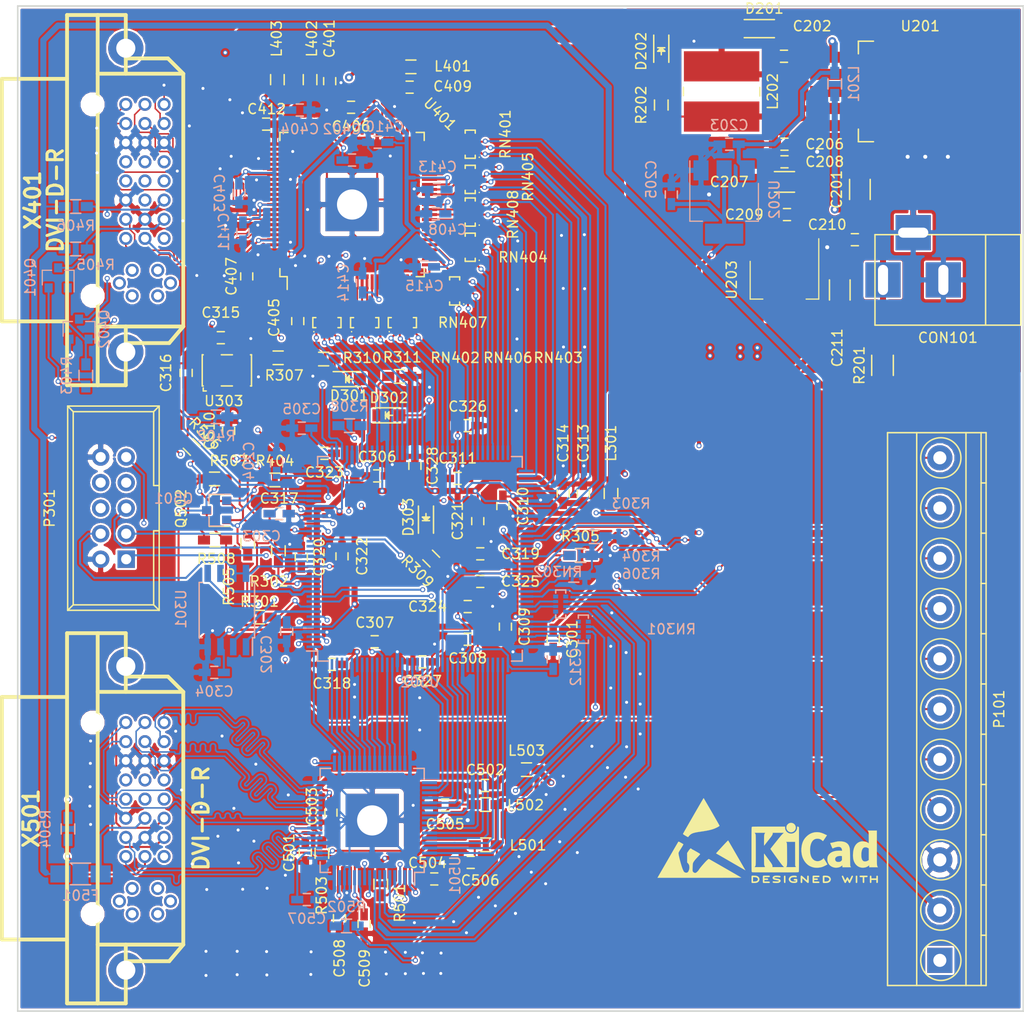
<source format=kicad_pcb>
(kicad_pcb (version 20160815) (host pcbnew "(2016-12-16 revision f631ae27b)-master")

  (general
    (links 472)
    (no_connects 1)
    (area 19.924999 19.924999 120.075001 120.075001)
    (thickness 1.6)
    (drawings 4)
    (tracks 4834)
    (zones 0)
    (modules 136)
    (nets 238)
  )

  (page A4)
  (layers
    (0 F.Cu signal)
    (1 In1.Cu signal)
    (2 In2.Cu signal)
    (31 B.Cu signal)
    (32 B.Adhes user)
    (33 F.Adhes user)
    (34 B.Paste user)
    (35 F.Paste user)
    (36 B.SilkS user)
    (37 F.SilkS user)
    (38 B.Mask user)
    (39 F.Mask user)
    (40 Dwgs.User user)
    (41 Cmts.User user)
    (42 Eco1.User user)
    (43 Eco2.User user)
    (44 Edge.Cuts user)
    (45 Margin user)
    (46 B.CrtYd user)
    (47 F.CrtYd user)
    (48 B.Fab user hide)
    (49 F.Fab user hide)
  )

  (setup
    (last_trace_width 0.15)
    (user_trace_width 0.15)
    (user_trace_width 0.2)
    (user_trace_width 0.4)
    (user_trace_width 0.6)
    (user_trace_width 1.5)
    (trace_clearance 0.152)
    (zone_clearance 0.17)
    (zone_45_only no)
    (trace_min 0.125)
    (segment_width 0.2)
    (edge_width 0.15)
    (via_size 0.5)
    (via_drill 0.3)
    (via_min_size 0.3)
    (via_min_drill 0.3)
    (user_via 0.5 0.3)
    (uvia_size 0.3)
    (uvia_drill 0.1)
    (uvias_allowed no)
    (uvia_min_size 0.2)
    (uvia_min_drill 0.1)
    (pcb_text_width 0.3)
    (pcb_text_size 1.5 1.5)
    (mod_edge_width 0.15)
    (mod_text_size 1 1)
    (mod_text_width 0.15)
    (pad_size 3 3)
    (pad_drill 3)
    (pad_to_mask_clearance 0.2)
    (aux_axis_origin 0 0)
    (grid_origin 20 120.025)
    (visible_elements FFFFFF7F)
    (pcbplotparams
      (layerselection 0x010f0_ffffffff)
      (usegerberextensions false)
      (excludeedgelayer true)
      (linewidth 0.100000)
      (plotframeref false)
      (viasonmask false)
      (mode 1)
      (useauxorigin false)
      (hpglpennumber 1)
      (hpglpenspeed 20)
      (hpglpendiameter 15)
      (psnegative false)
      (psa4output false)
      (plotreference true)
      (plotvalue true)
      (plotinvisibletext false)
      (padsonsilk false)
      (subtractmaskfromsilk false)
      (outputformat 1)
      (mirror false)
      (drillshape 0)
      (scaleselection 1)
      (outputdirectory gerber/))
  )

  (net 0 "")
  (net 1 /power/VIN)
  (net 2 GND)
  (net 3 "Net-(C202-Pad2)")
  (net 4 +2V5)
  (net 5 +3V3)
  (net 6 +1V2)
  (net 7 +V_IO)
  (net 8 /dvi_out/TVDD)
  (net 9 "Net-(D201-Pad1)")
  (net 10 "Net-(D202-Pad2)")
  (net 11 "Net-(F501-Pad1)")
  (net 12 +5V)
  (net 13 /GPIO0)
  (net 14 /GPIO1)
  (net 15 /GPIO2)
  (net 16 /GPIO3)
  (net 17 /GPIO4)
  (net 18 /GPIO5)
  (net 19 /GPIO6)
  (net 20 /GPIO7)
  (net 21 "Net-(P301-Pad9)")
  (net 22 "Net-(P301-Pad8)")
  (net 23 "Net-(P301-Pad7)")
  (net 24 "Net-(P301-Pad6)")
  (net 25 "Net-(P301-Pad5)")
  (net 26 "Net-(P301-Pad3)")
  (net 27 "Net-(P301-Pad1)")
  (net 28 /dvi_in/DDCDAT_IN)
  (net 29 /dvi_in/DDCCLK_IN)
  (net 30 /dvi_out/DDCDAT)
  (net 31 /dvi_out/DDCCLK)
  (net 32 "Net-(R301-Pad1)")
  (net 33 "Net-(R302-Pad1)")
  (net 34 "Net-(R303-Pad1)")
  (net 35 "Net-(R304-Pad1)")
  (net 36 "Net-(R305-Pad1)")
  (net 37 "Net-(R306-Pad1)")
  (net 38 /fpga/CLK50)
  (net 39 "Net-(R307-Pad2)")
  (net 40 /dvi_out/TXCLK+)
  (net 41 "Net-(R308-Pad1)")
  (net 42 /fpga/CLKIN)
  (net 43 /dvi_in/HOTPLUG)
  (net 44 "Net-(R501-Pad1)")
  (net 45 /dvi_out/MSEN)
  (net 46 "Net-(R503-Pad2)")
  (net 47 /dvi_out/HOTPLUG)
  (net 48 "Net-(R504-Pad1)")
  (net 49 "Net-(RN301-Pad7)")
  (net 50 "Net-(RN301-Pad6)")
  (net 51 "Net-(RN301-Pad5)")
  (net 52 "Net-(RN301-Pad8)")
  (net 53 /dvi_out/CTL1)
  (net 54 /dvi_out/DE)
  (net 55 /dvi_out/VSYNC)
  (net 56 /dvi_out/HSYNC)
  (net 57 /dvi_out/CTL2)
  (net 58 /dvi_out/CTL3)
  (net 59 "Net-(RN302-Pad8)")
  (net 60 "Net-(RN302-Pad5)")
  (net 61 "Net-(RN302-Pad6)")
  (net 62 "Net-(RN302-Pad7)")
  (net 63 /dvi_in/DE)
  (net 64 /dvi_in/VSYNC)
  (net 65 /dvi_in/HSYNC)
  (net 66 "Net-(RN401-Pad4)")
  (net 67 "Net-(RN401-Pad8)")
  (net 68 "Net-(RN401-Pad5)")
  (net 69 "Net-(RN401-Pad6)")
  (net 70 "Net-(RN401-Pad7)")
  (net 71 "Net-(RN402-Pad7)")
  (net 72 "Net-(RN402-Pad6)")
  (net 73 "Net-(RN402-Pad5)")
  (net 74 "Net-(RN402-Pad8)")
  (net 75 /dvi_in/DATI3)
  (net 76 /dvi_in/DATI2)
  (net 77 /dvi_in/DATI1)
  (net 78 /dvi_in/DATI0)
  (net 79 "Net-(RN403-Pad7)")
  (net 80 "Net-(RN403-Pad6)")
  (net 81 "Net-(RN403-Pad5)")
  (net 82 "Net-(RN403-Pad8)")
  (net 83 /dvi_in/DATI11)
  (net 84 /dvi_in/DATI10)
  (net 85 /dvi_in/DATI9)
  (net 86 /dvi_in/DATI8)
  (net 87 "Net-(RN404-Pad7)")
  (net 88 "Net-(RN404-Pad6)")
  (net 89 "Net-(RN404-Pad5)")
  (net 90 "Net-(RN404-Pad8)")
  (net 91 /dvi_in/DATI19)
  (net 92 /dvi_in/DATI18)
  (net 93 /dvi_in/DATI17)
  (net 94 /dvi_in/DATI16)
  (net 95 "Net-(RN405-Pad7)")
  (net 96 "Net-(RN405-Pad6)")
  (net 97 "Net-(RN405-Pad5)")
  (net 98 "Net-(RN405-Pad8)")
  (net 99 /dvi_in/CTL3)
  (net 100 /dvi_in/CTL2)
  (net 101 /dvi_in/CTL1)
  (net 102 /dvi_in/DATI4)
  (net 103 /dvi_in/DATI5)
  (net 104 /dvi_in/DATI6)
  (net 105 /dvi_in/DATI7)
  (net 106 "Net-(RN406-Pad8)")
  (net 107 "Net-(RN406-Pad5)")
  (net 108 "Net-(RN406-Pad6)")
  (net 109 "Net-(RN406-Pad7)")
  (net 110 /dvi_in/DATI12)
  (net 111 /dvi_in/DATI13)
  (net 112 /dvi_in/DATI14)
  (net 113 /dvi_in/DATI15)
  (net 114 "Net-(RN407-Pad8)")
  (net 115 "Net-(RN407-Pad5)")
  (net 116 "Net-(RN407-Pad6)")
  (net 117 "Net-(RN407-Pad7)")
  (net 118 /dvi_in/DATI20)
  (net 119 /dvi_in/DATI21)
  (net 120 /dvi_in/DATI22)
  (net 121 /dvi_in/DATI23)
  (net 122 "Net-(RN408-Pad8)")
  (net 123 "Net-(RN408-Pad5)")
  (net 124 "Net-(RN408-Pad6)")
  (net 125 "Net-(RN408-Pad7)")
  (net 126 /dvi_out/DATO4)
  (net 127 /dvi_out/DATO5)
  (net 128 /dvi_out/DATO6)
  (net 129 /dvi_out/DATO7)
  (net 130 /dvi_out/DATO12)
  (net 131 /dvi_out/DATO13)
  (net 132 /dvi_out/DATO14)
  (net 133 /dvi_out/DATO15)
  (net 134 /dvi_out/DATO20)
  (net 135 /dvi_out/DATO21)
  (net 136 /dvi_out/DATO22)
  (net 137 /dvi_out/DATO23)
  (net 138 /dvi_out/DATO3)
  (net 139 /dvi_out/DATO2)
  (net 140 /dvi_out/DATO1)
  (net 141 /dvi_out/DATO0)
  (net 142 /dvi_out/DATO11)
  (net 143 /dvi_out/DATO10)
  (net 144 /dvi_out/DATO9)
  (net 145 /dvi_out/DATO8)
  (net 146 /dvi_out/DATO19)
  (net 147 /dvi_out/DATO18)
  (net 148 /dvi_out/DATO17)
  (net 149 /dvi_out/DATO16)
  (net 150 /fpga/DCLK)
  (net 151 /fpga/ASDI)
  (net 152 /fpga/DATA)
  (net 153 /fpga/nCS)
  (net 154 "Net-(U302-Pad127)")
  (net 155 /dvi_in/LINK_ACT)
  (net 156 /dvi_in/PDOWN)
  (net 157 /dvi_out/EDGE)
  (net 158 /dvi_out/DKEN)
  (net 159 "Net-(U303-Pad1)")
  (net 160 "Net-(U401-Pad96)")
  (net 161 /dvi_in/RxC-)
  (net 162 /dvi_in/RxC+)
  (net 163 /dvi_in/Rx0+)
  (net 164 /dvi_in/Rx1-)
  (net 165 /dvi_in/Rx1+)
  (net 166 /dvi_in/Rx2-)
  (net 167 /dvi_in/Rx2+)
  (net 168 "Net-(U401-Pad77)")
  (net 169 "Net-(U401-Pad75)")
  (net 170 "Net-(U401-Pad74)")
  (net 171 "Net-(U401-Pad73)")
  (net 172 "Net-(U401-Pad72)")
  (net 173 "Net-(U401-Pad71)")
  (net 174 "Net-(U401-Pad70)")
  (net 175 "Net-(U401-Pad69)")
  (net 176 "Net-(U401-Pad66)")
  (net 177 "Net-(U401-Pad65)")
  (net 178 "Net-(U401-Pad64)")
  (net 179 "Net-(U401-Pad63)")
  (net 180 "Net-(U401-Pad62)")
  (net 181 "Net-(U401-Pad61)")
  (net 182 "Net-(U401-Pad60)")
  (net 183 "Net-(U401-Pad59)")
  (net 184 "Net-(U401-Pad56)")
  (net 185 "Net-(U401-Pad55)")
  (net 186 "Net-(U401-Pad54)")
  (net 187 "Net-(U401-Pad53)")
  (net 188 "Net-(U401-Pad52)")
  (net 189 "Net-(U401-Pad51)")
  (net 190 "Net-(U401-Pad50)")
  (net 191 "Net-(U401-Pad49)")
  (net 192 "Net-(U501-Pad56)")
  (net 193 "Net-(U501-Pad49)")
  (net 194 /dvi_out/TX2+)
  (net 195 /dvi_out/TX2-)
  (net 196 /dvi_out/TX1+)
  (net 197 /dvi_out/TX1-)
  (net 198 /dvi_out/TX0+)
  (net 199 /dvi_out/TX0-)
  (net 200 /dvi_out/TXC+)
  (net 201 /dvi_out/TXC-)
  (net 202 "Net-(X401-Pad8)")
  (net 203 "Net-(X401-Pad21)")
  (net 204 "Net-(X401-Pad20)")
  (net 205 "Net-(X401-Pad14)")
  (net 206 "Net-(X401-Pad13)")
  (net 207 "Net-(X401-Pad12)")
  (net 208 "Net-(X401-Pad5)")
  (net 209 "Net-(X401-Pad4)")
  (net 210 "Net-(X501-Pad4)")
  (net 211 "Net-(X501-Pad5)")
  (net 212 "Net-(X501-Pad12)")
  (net 213 "Net-(X501-Pad13)")
  (net 214 "Net-(X501-Pad20)")
  (net 215 "Net-(X501-Pad21)")
  (net 216 "Net-(X501-Pad8)")
  (net 217 "Net-(D301-Pad2)")
  (net 218 "Net-(D302-Pad2)")
  (net 219 "Net-(D303-Pad2)")
  (net 220 /dvi_in/Rx0-)
  (net 221 "Net-(U302-Pad99)")
  (net 222 "Net-(U302-Pad84)")
  (net 223 "Net-(U302-Pad83)")
  (net 224 "Net-(RN302-Pad1)")
  (net 225 "Net-(D301-Pad1)")
  (net 226 "Net-(D302-Pad1)")
  (net 227 "Net-(D303-Pad1)")
  (net 228 "Net-(RN301-Pad1)")
  (net 229 /dvi_in/PVDD)
  (net 230 /dvi_in/DVDD)
  (net 231 /dvi_in/AVDD)
  (net 232 /dvi_out/DVDD)
  (net 233 /dvi_out/PVDD)
  (net 234 /dvi_out/DDCDAT_)
  (net 235 /dvi_out/DDCCLK_)
  (net 236 /dvi_in/DDCDAT_)
  (net 237 /dvi_in/DDCCLK_)

  (net_class Default "This is the default net class."
    (clearance 0.152)
    (trace_width 0.2)
    (via_dia 0.5)
    (via_drill 0.3)
    (uvia_dia 0.3)
    (uvia_drill 0.1)
    (diff_pair_gap 0.25)
    (diff_pair_width 0.2)
    (add_net +1V2)
    (add_net +2V5)
    (add_net +3V3)
    (add_net +5V)
    (add_net +V_IO)
    (add_net /GPIO0)
    (add_net /GPIO1)
    (add_net /GPIO2)
    (add_net /GPIO3)
    (add_net /GPIO4)
    (add_net /GPIO5)
    (add_net /GPIO6)
    (add_net /GPIO7)
    (add_net /dvi_in/AVDD)
    (add_net /dvi_in/CTL1)
    (add_net /dvi_in/CTL2)
    (add_net /dvi_in/CTL3)
    (add_net /dvi_in/DATI0)
    (add_net /dvi_in/DATI1)
    (add_net /dvi_in/DATI10)
    (add_net /dvi_in/DATI11)
    (add_net /dvi_in/DATI12)
    (add_net /dvi_in/DATI13)
    (add_net /dvi_in/DATI14)
    (add_net /dvi_in/DATI15)
    (add_net /dvi_in/DATI16)
    (add_net /dvi_in/DATI17)
    (add_net /dvi_in/DATI18)
    (add_net /dvi_in/DATI19)
    (add_net /dvi_in/DATI2)
    (add_net /dvi_in/DATI20)
    (add_net /dvi_in/DATI21)
    (add_net /dvi_in/DATI22)
    (add_net /dvi_in/DATI23)
    (add_net /dvi_in/DATI3)
    (add_net /dvi_in/DATI4)
    (add_net /dvi_in/DATI5)
    (add_net /dvi_in/DATI6)
    (add_net /dvi_in/DATI7)
    (add_net /dvi_in/DATI8)
    (add_net /dvi_in/DATI9)
    (add_net /dvi_in/DDCCLK_)
    (add_net /dvi_in/DDCCLK_IN)
    (add_net /dvi_in/DDCDAT_)
    (add_net /dvi_in/DDCDAT_IN)
    (add_net /dvi_in/DE)
    (add_net /dvi_in/DVDD)
    (add_net /dvi_in/HOTPLUG)
    (add_net /dvi_in/HSYNC)
    (add_net /dvi_in/LINK_ACT)
    (add_net /dvi_in/PDOWN)
    (add_net /dvi_in/PVDD)
    (add_net /dvi_in/Rx0+)
    (add_net /dvi_in/Rx0-)
    (add_net /dvi_in/Rx1+)
    (add_net /dvi_in/Rx1-)
    (add_net /dvi_in/Rx2+)
    (add_net /dvi_in/Rx2-)
    (add_net /dvi_in/RxC+)
    (add_net /dvi_in/RxC-)
    (add_net /dvi_in/VSYNC)
    (add_net /dvi_out/CTL1)
    (add_net /dvi_out/CTL2)
    (add_net /dvi_out/CTL3)
    (add_net /dvi_out/DATO0)
    (add_net /dvi_out/DATO1)
    (add_net /dvi_out/DATO10)
    (add_net /dvi_out/DATO11)
    (add_net /dvi_out/DATO12)
    (add_net /dvi_out/DATO13)
    (add_net /dvi_out/DATO14)
    (add_net /dvi_out/DATO15)
    (add_net /dvi_out/DATO16)
    (add_net /dvi_out/DATO17)
    (add_net /dvi_out/DATO18)
    (add_net /dvi_out/DATO19)
    (add_net /dvi_out/DATO2)
    (add_net /dvi_out/DATO20)
    (add_net /dvi_out/DATO21)
    (add_net /dvi_out/DATO22)
    (add_net /dvi_out/DATO23)
    (add_net /dvi_out/DATO3)
    (add_net /dvi_out/DATO4)
    (add_net /dvi_out/DATO5)
    (add_net /dvi_out/DATO6)
    (add_net /dvi_out/DATO7)
    (add_net /dvi_out/DATO8)
    (add_net /dvi_out/DATO9)
    (add_net /dvi_out/DDCCLK)
    (add_net /dvi_out/DDCCLK_)
    (add_net /dvi_out/DDCDAT)
    (add_net /dvi_out/DDCDAT_)
    (add_net /dvi_out/DE)
    (add_net /dvi_out/DKEN)
    (add_net /dvi_out/DVDD)
    (add_net /dvi_out/EDGE)
    (add_net /dvi_out/HOTPLUG)
    (add_net /dvi_out/HSYNC)
    (add_net /dvi_out/MSEN)
    (add_net /dvi_out/PVDD)
    (add_net /dvi_out/TVDD)
    (add_net /dvi_out/TX0+)
    (add_net /dvi_out/TX0-)
    (add_net /dvi_out/TX1+)
    (add_net /dvi_out/TX1-)
    (add_net /dvi_out/TX2+)
    (add_net /dvi_out/TX2-)
    (add_net /dvi_out/TXC+)
    (add_net /dvi_out/TXC-)
    (add_net /dvi_out/TXCLK+)
    (add_net /dvi_out/VSYNC)
    (add_net /fpga/ASDI)
    (add_net /fpga/CLK50)
    (add_net /fpga/CLKIN)
    (add_net /fpga/DATA)
    (add_net /fpga/DCLK)
    (add_net /fpga/nCS)
    (add_net /power/VIN)
    (add_net GND)
    (add_net "Net-(C202-Pad2)")
    (add_net "Net-(D201-Pad1)")
    (add_net "Net-(D202-Pad2)")
    (add_net "Net-(D301-Pad1)")
    (add_net "Net-(D301-Pad2)")
    (add_net "Net-(D302-Pad1)")
    (add_net "Net-(D302-Pad2)")
    (add_net "Net-(D303-Pad1)")
    (add_net "Net-(D303-Pad2)")
    (add_net "Net-(F501-Pad1)")
    (add_net "Net-(P301-Pad1)")
    (add_net "Net-(P301-Pad3)")
    (add_net "Net-(P301-Pad5)")
    (add_net "Net-(P301-Pad6)")
    (add_net "Net-(P301-Pad7)")
    (add_net "Net-(P301-Pad8)")
    (add_net "Net-(P301-Pad9)")
    (add_net "Net-(R301-Pad1)")
    (add_net "Net-(R302-Pad1)")
    (add_net "Net-(R303-Pad1)")
    (add_net "Net-(R304-Pad1)")
    (add_net "Net-(R305-Pad1)")
    (add_net "Net-(R306-Pad1)")
    (add_net "Net-(R307-Pad2)")
    (add_net "Net-(R308-Pad1)")
    (add_net "Net-(R501-Pad1)")
    (add_net "Net-(R503-Pad2)")
    (add_net "Net-(R504-Pad1)")
    (add_net "Net-(RN301-Pad1)")
    (add_net "Net-(RN301-Pad5)")
    (add_net "Net-(RN301-Pad6)")
    (add_net "Net-(RN301-Pad7)")
    (add_net "Net-(RN301-Pad8)")
    (add_net "Net-(RN302-Pad1)")
    (add_net "Net-(RN302-Pad5)")
    (add_net "Net-(RN302-Pad6)")
    (add_net "Net-(RN302-Pad7)")
    (add_net "Net-(RN302-Pad8)")
    (add_net "Net-(RN401-Pad4)")
    (add_net "Net-(RN401-Pad5)")
    (add_net "Net-(RN401-Pad6)")
    (add_net "Net-(RN401-Pad7)")
    (add_net "Net-(RN401-Pad8)")
    (add_net "Net-(RN402-Pad5)")
    (add_net "Net-(RN402-Pad6)")
    (add_net "Net-(RN402-Pad7)")
    (add_net "Net-(RN402-Pad8)")
    (add_net "Net-(RN403-Pad5)")
    (add_net "Net-(RN403-Pad6)")
    (add_net "Net-(RN403-Pad7)")
    (add_net "Net-(RN403-Pad8)")
    (add_net "Net-(RN404-Pad5)")
    (add_net "Net-(RN404-Pad6)")
    (add_net "Net-(RN404-Pad7)")
    (add_net "Net-(RN404-Pad8)")
    (add_net "Net-(RN405-Pad5)")
    (add_net "Net-(RN405-Pad6)")
    (add_net "Net-(RN405-Pad7)")
    (add_net "Net-(RN405-Pad8)")
    (add_net "Net-(RN406-Pad5)")
    (add_net "Net-(RN406-Pad6)")
    (add_net "Net-(RN406-Pad7)")
    (add_net "Net-(RN406-Pad8)")
    (add_net "Net-(RN407-Pad5)")
    (add_net "Net-(RN407-Pad6)")
    (add_net "Net-(RN407-Pad7)")
    (add_net "Net-(RN407-Pad8)")
    (add_net "Net-(RN408-Pad5)")
    (add_net "Net-(RN408-Pad6)")
    (add_net "Net-(RN408-Pad7)")
    (add_net "Net-(RN408-Pad8)")
    (add_net "Net-(U302-Pad127)")
    (add_net "Net-(U302-Pad83)")
    (add_net "Net-(U302-Pad84)")
    (add_net "Net-(U302-Pad99)")
    (add_net "Net-(U303-Pad1)")
    (add_net "Net-(U401-Pad49)")
    (add_net "Net-(U401-Pad50)")
    (add_net "Net-(U401-Pad51)")
    (add_net "Net-(U401-Pad52)")
    (add_net "Net-(U401-Pad53)")
    (add_net "Net-(U401-Pad54)")
    (add_net "Net-(U401-Pad55)")
    (add_net "Net-(U401-Pad56)")
    (add_net "Net-(U401-Pad59)")
    (add_net "Net-(U401-Pad60)")
    (add_net "Net-(U401-Pad61)")
    (add_net "Net-(U401-Pad62)")
    (add_net "Net-(U401-Pad63)")
    (add_net "Net-(U401-Pad64)")
    (add_net "Net-(U401-Pad65)")
    (add_net "Net-(U401-Pad66)")
    (add_net "Net-(U401-Pad69)")
    (add_net "Net-(U401-Pad70)")
    (add_net "Net-(U401-Pad71)")
    (add_net "Net-(U401-Pad72)")
    (add_net "Net-(U401-Pad73)")
    (add_net "Net-(U401-Pad74)")
    (add_net "Net-(U401-Pad75)")
    (add_net "Net-(U401-Pad77)")
    (add_net "Net-(U401-Pad96)")
    (add_net "Net-(U501-Pad49)")
    (add_net "Net-(U501-Pad56)")
    (add_net "Net-(X401-Pad12)")
    (add_net "Net-(X401-Pad13)")
    (add_net "Net-(X401-Pad14)")
    (add_net "Net-(X401-Pad20)")
    (add_net "Net-(X401-Pad21)")
    (add_net "Net-(X401-Pad4)")
    (add_net "Net-(X401-Pad5)")
    (add_net "Net-(X401-Pad8)")
    (add_net "Net-(X501-Pad12)")
    (add_net "Net-(X501-Pad13)")
    (add_net "Net-(X501-Pad20)")
    (add_net "Net-(X501-Pad21)")
    (add_net "Net-(X501-Pad4)")
    (add_net "Net-(X501-Pad5)")
    (add_net "Net-(X501-Pad8)")
  )

  (module artwork:shimatta_std (layer F.Cu) (tedit 0) (tstamp 58695997)
    (at 87.25 113.25)
    (fp_text reference G*** (at 0 0) (layer F.SilkS) hide
      (effects (font (thickness 0.3)))
    )
    (fp_text value LOGO (at 0.75 0) (layer F.SilkS) hide
      (effects (font (thickness 0.3)))
    )
    (fp_poly (pts (xy 10.868794 -0.34663) (xy 10.940082 -0.344725) (xy 11.001581 -0.340759) (xy 11.054456 -0.334558)
      (xy 11.099874 -0.325943) (xy 11.138999 -0.314739) (xy 11.172997 -0.300768) (xy 11.203034 -0.283854)
      (xy 11.230276 -0.263821) (xy 11.255887 -0.240491) (xy 11.256462 -0.239919) (xy 11.289334 -0.201111)
      (xy 11.312259 -0.15891) (xy 11.326574 -0.110035) (xy 11.333618 -0.05121) (xy 11.333643 -0.0508)
      (xy 11.332569 0.023291) (xy 11.320361 0.089289) (xy 11.297275 0.146655) (xy 11.263566 0.19485)
      (xy 11.219491 0.233333) (xy 11.190884 0.250184) (xy 11.170271 0.260221) (xy 11.150623 0.268525)
      (xy 11.130272 0.275304) (xy 11.107549 0.280766) (xy 11.080783 0.285117) (xy 11.048306 0.288565)
      (xy 11.008448 0.291317) (xy 10.959541 0.29358) (xy 10.899914 0.295563) (xy 10.827899 0.297472)
      (xy 10.805885 0.298007) (xy 10.501253 0.308642) (xy 10.207708 0.325718) (xy 9.923258 0.349393)
      (xy 9.645907 0.379823) (xy 9.470624 0.402998) (xy 9.411807 0.410902) (xy 9.364278 0.416192)
      (xy 9.325062 0.418954) (xy 9.291185 0.41927) (xy 9.259672 0.417223) (xy 9.227549 0.412897)
      (xy 9.212169 0.410241) (xy 9.144467 0.392017) (xy 9.087321 0.363849) (xy 9.040745 0.325747)
      (xy 9.004755 0.277724) (xy 8.992925 0.254871) (xy 8.980849 0.218141) (xy 8.973005 0.172373)
      (xy 8.969757 0.122517) (xy 8.971468 0.073524) (xy 8.976926 0.037019) (xy 8.997827 -0.025291)
      (xy 9.0312 -0.080963) (xy 9.075937 -0.128488) (xy 9.122686 -0.16171) (xy 9.147207 -0.17458)
      (xy 9.175393 -0.186432) (xy 9.208483 -0.197521) (xy 9.247713 -0.208107) (xy 9.294321 -0.218445)
      (xy 9.349544 -0.228794) (xy 9.414619 -0.23941) (xy 9.490782 -0.250551) (xy 9.579273 -0.262474)
      (xy 9.652 -0.271774) (xy 9.800914 -0.289224) (xy 9.950405 -0.304133) (xy 10.103324 -0.316716)
      (xy 10.262527 -0.327186) (xy 10.430867 -0.335758) (xy 10.584543 -0.341755) (xy 10.69219 -0.344969)
      (xy 10.786552 -0.346653) (xy 10.868794 -0.34663)) (layer F.Mask) (width 0.01))
    (fp_poly (pts (xy 3.280686 -0.880939) (xy 3.34556 -0.879771) (xy 3.402872 -0.877617) (xy 3.449973 -0.87446)
      (xy 3.472543 -0.872037) (xy 3.61367 -0.849571) (xy 3.744701 -0.82007) (xy 3.868701 -0.782621)
      (xy 3.988736 -0.73631) (xy 4.096467 -0.686017) (xy 4.193868 -0.632986) (xy 4.288297 -0.574006)
      (xy 4.3772 -0.510941) (xy 4.458022 -0.445653) (xy 4.528209 -0.380007) (xy 4.555365 -0.351156)
      (xy 4.639992 -0.246318) (xy 4.713364 -0.13273) (xy 4.774921 -0.011455) (xy 4.824102 0.116443)
      (xy 4.850885 0.209423) (xy 4.879181 0.347701) (xy 4.896607 0.490707) (xy 4.903125 0.635529)
      (xy 4.898699 0.779253) (xy 4.88329 0.918966) (xy 4.861451 1.032728) (xy 4.824346 1.160933)
      (xy 4.77372 1.287533) (xy 4.710565 1.41087) (xy 4.635874 1.529285) (xy 4.550639 1.641117)
      (xy 4.455854 1.744709) (xy 4.40832 1.79005) (xy 4.299338 1.882172) (xy 4.177612 1.971762)
      (xy 4.04482 2.057926) (xy 3.902638 2.139772) (xy 3.752745 2.216408) (xy 3.596818 2.286942)
      (xy 3.436534 2.350482) (xy 3.27357 2.406135) (xy 3.218543 2.422898) (xy 3.139899 2.444368)
      (xy 3.049468 2.466013) (xy 2.949959 2.487315) (xy 2.844082 2.507761) (xy 2.734547 2.526832)
      (xy 2.624065 2.544015) (xy 2.515345 2.558792) (xy 2.485571 2.56243) (xy 2.428012 2.568359)
      (xy 2.365313 2.573218) (xy 2.299907 2.576957) (xy 2.234229 2.579525) (xy 2.17071 2.580872)
      (xy 2.111786 2.580947) (xy 2.05989 2.579698) (xy 2.017454 2.577077) (xy 1.986913 2.573032)
      (xy 1.985844 2.572813) (xy 1.91558 2.552339) (xy 1.8565 2.522842) (xy 1.808841 2.484627)
      (xy 1.772841 2.437998) (xy 1.748736 2.38326) (xy 1.736764 2.320717) (xy 1.736929 2.253327)
      (xy 1.748307 2.186275) (xy 1.77048 2.128668) (xy 1.803758 2.079916) (xy 1.848452 2.039427)
      (xy 1.849677 2.038544) (xy 1.877767 2.020506) (xy 1.908228 2.005555) (xy 1.943115 1.993169)
      (xy 1.984481 1.982826) (xy 2.034379 1.974007) (xy 2.094863 1.966188) (xy 2.161084 1.959481)
      (xy 2.311846 1.944454) (xy 2.450169 1.928139) (xy 2.578102 1.910074) (xy 2.697697 1.889796)
      (xy 2.811005 1.866842) (xy 2.920076 1.84075) (xy 3.026962 1.811058) (xy 3.133714 1.777303)
      (xy 3.242382 1.739022) (xy 3.355017 1.695754) (xy 3.386254 1.683205) (xy 3.439042 1.660814)
      (xy 3.498085 1.634078) (xy 3.560068 1.604637) (xy 3.621674 1.574131) (xy 3.679588 1.5442)
      (xy 3.730494 1.516484) (xy 3.76929 1.493734) (xy 3.863531 1.428613) (xy 3.952139 1.353949)
      (xy 4.033116 1.271853) (xy 4.104465 1.184435) (xy 4.16419 1.093803) (xy 4.186568 1.052873)
      (xy 4.225348 0.967344) (xy 4.253373 0.882119) (xy 4.271449 0.793702) (xy 4.280379 0.698597)
      (xy 4.281685 0.639641) (xy 4.277001 0.527464) (xy 4.262763 0.425302) (xy 4.238591 0.331924)
      (xy 4.204105 0.2461) (xy 4.158926 0.166599) (xy 4.119 0.11188) (xy 4.060291 0.048463)
      (xy 3.988142 -0.012032) (xy 3.902275 -0.06981) (xy 3.802411 -0.125073) (xy 3.778387 -0.136985)
      (xy 3.681686 -0.179417) (xy 3.583439 -0.212975) (xy 3.48168 -0.237992) (xy 3.374444 -0.254803)
      (xy 3.259766 -0.263742) (xy 3.13568 -0.265143) (xy 3.043531 -0.261888) (xy 2.888029 -0.251649)
      (xy 2.734088 -0.236994) (xy 2.580213 -0.217612) (xy 2.424912 -0.193189) (xy 2.26669 -0.163413)
      (xy 2.104054 -0.127969) (xy 1.93551 -0.086547) (xy 1.759564 -0.038832) (xy 1.574722 0.015488)
      (xy 1.379491 0.076726) (xy 1.29428 0.104504) (xy 1.212487 0.131377) (xy 1.14306 0.153997)
      (xy 1.08461 0.172751) (xy 1.035751 0.188021) (xy 0.995094 0.200194) (xy 0.961252 0.209655)
      (xy 0.932836 0.216787) (xy 0.908459 0.221977) (xy 0.886733 0.225608) (xy 0.86627 0.228067)
      (xy 0.845683 0.229737) (xy 0.841828 0.229985) (xy 0.770694 0.22918) (xy 0.705988 0.217912)
      (xy 0.648912 0.196762) (xy 0.60067 0.166307) (xy 0.562463 0.127129) (xy 0.536857 0.083059)
      (xy 0.516575 0.01964) (xy 0.509485 -0.04353) (xy 0.515258 -0.10471) (xy 0.533566 -0.162158)
      (xy 0.564078 -0.214131) (xy 0.6005 -0.25372) (xy 0.627556 -0.275729) (xy 0.658526 -0.29656)
      (xy 0.694993 -0.316941) (xy 0.738543 -0.337601) (xy 0.790758 -0.359268) (xy 0.853223 -0.382671)
      (xy 0.927522 -0.40854) (xy 0.962785 -0.420363) (xy 1.235996 -0.508259) (xy 1.498548 -0.586824)
      (xy 1.750821 -0.656148) (xy 1.993199 -0.71632) (xy 2.226063 -0.767428) (xy 2.449796 -0.809563)
      (xy 2.664779 -0.842814) (xy 2.871395 -0.86727) (xy 2.881085 -0.868221) (xy 2.935666 -0.872605)
      (xy 2.998589 -0.876105) (xy 3.067203 -0.878706) (xy 3.138857 -0.88039) (xy 3.210902 -0.88114)
      (xy 3.280686 -0.880939)) (layer F.Mask) (width 0.01))
    (fp_poly (pts (xy 9.003608 1.085203) (xy 9.056887 1.097351) (xy 9.102289 1.118483) (xy 9.136442 1.144109)
      (xy 9.162501 1.170161) (xy 9.183639 1.197962) (xy 9.200436 1.229422) (xy 9.213471 1.266452)
      (xy 9.223323 1.310961) (xy 9.230572 1.364858) (xy 9.235796 1.430055) (xy 9.238428 1.480457)
      (xy 9.242463 1.556719) (xy 9.247451 1.620598) (xy 9.253768 1.674212) (xy 9.261789 1.719683)
      (xy 9.27189 1.759128) (xy 9.284448 1.794667) (xy 9.299837 1.828421) (xy 9.300281 1.8293)
      (xy 9.32368 1.861058) (xy 9.36009 1.889396) (xy 9.409773 1.914428) (xy 9.472988 1.936271)
      (xy 9.549997 1.955039) (xy 9.608457 1.96579) (xy 9.659854 1.973801) (xy 9.709141 1.980441)
      (xy 9.758607 1.98587) (xy 9.810543 1.990245) (xy 9.86724 1.993727) (xy 9.930987 1.996474)
      (xy 10.004074 1.998645) (xy 10.088793 2.000399) (xy 10.112828 2.000803) (xy 10.344931 2.000686)
      (xy 10.574631 1.992926) (xy 10.799511 1.977698) (xy 11.017155 1.955179) (xy 11.225147 1.925543)
      (xy 11.283945 1.915532) (xy 11.323332 1.909019) (xy 11.353394 1.905485) (xy 11.37896 1.904703)
      (xy 11.404859 1.906445) (xy 11.424674 1.908893) (xy 11.494816 1.923371) (xy 11.553352 1.946196)
      (xy 11.600789 1.977718) (xy 11.637635 2.018289) (xy 11.664396 2.068258) (xy 11.667708 2.076961)
      (xy 11.674691 2.105256) (xy 11.679662 2.14325) (xy 11.682423 2.186242) (xy 11.682775 2.229529)
      (xy 11.680518 2.26841) (xy 11.676827 2.29262) (xy 11.655383 2.357769) (xy 11.621693 2.415438)
      (xy 11.576172 2.465251) (xy 11.51923 2.506833) (xy 11.451281 2.539807) (xy 11.381702 2.561655)
      (xy 11.342402 2.569881) (xy 11.29029 2.578484) (xy 11.227059 2.587284) (xy 11.154403 2.596097)
      (xy 11.074012 2.604743) (xy 10.987579 2.61304) (xy 10.896797 2.620806) (xy 10.803359 2.62786)
      (xy 10.708955 2.634021) (xy 10.705281 2.63424) (xy 10.652261 2.63689) (xy 10.589033 2.639219)
      (xy 10.517978 2.641203) (xy 10.441476 2.642822) (xy 10.36191 2.644053) (xy 10.281658 2.644874)
      (xy 10.203102 2.645263) (xy 10.128622 2.645198) (xy 10.0606 2.644658) (xy 10.001415 2.643619)
      (xy 9.953449 2.64206) (xy 9.938657 2.641327) (xy 9.768481 2.628296) (xy 9.611394 2.609042)
      (xy 9.467369 2.583557) (xy 9.336381 2.551835) (xy 9.218402 2.51387) (xy 9.113406 2.469654)
      (xy 9.021367 2.419181) (xy 8.998233 2.404142) (xy 8.936306 2.355572) (xy 8.876387 2.295797)
      (xy 8.821128 2.228111) (xy 8.77318 2.155807) (xy 8.735198 2.08218) (xy 8.730868 2.072055)
      (xy 8.707215 2.00826) (xy 8.685371 1.936098) (xy 8.66712 1.861716) (xy 8.660844 1.8307)
      (xy 8.655793 1.795362) (xy 8.651582 1.749235) (xy 8.648253 1.695121) (xy 8.645849 1.635825)
      (xy 8.644412 1.574151) (xy 8.643985 1.512901) (xy 8.64461 1.45488) (xy 8.646328 1.402892)
      (xy 8.649184 1.359739) (xy 8.653218 1.328227) (xy 8.65325 1.328057) (xy 8.671645 1.258488)
      (xy 8.698511 1.200675) (xy 8.734046 1.154447) (xy 8.778447 1.119634) (xy 8.831912 1.096067)
      (xy 8.894638 1.083576) (xy 8.940188 1.081315) (xy 9.003608 1.085203)) (layer F.Mask) (width 0.01))
    (fp_poly (pts (xy -11.3068 -2.522042) (xy -11.243523 -2.508415) (xy -11.18998 -2.484867) (xy -11.145174 -2.450712)
      (xy -11.108109 -2.405266) (xy -11.077788 -2.347845) (xy -11.062557 -2.307771) (xy -11.061106 -2.303062)
      (xy -11.05976 -2.297493) (xy -11.058513 -2.290514) (xy -11.057361 -2.281571) (xy -11.056298 -2.270114)
      (xy -11.055319 -2.255589) (xy -11.054417 -2.237446) (xy -11.053589 -2.215132) (xy -11.052827 -2.188096)
      (xy -11.052128 -2.155784) (xy -11.051485 -2.117645) (xy -11.050893 -2.073128) (xy -11.050346 -2.02168)
      (xy -11.04984 -1.962749) (xy -11.049369 -1.895784) (xy -11.048927 -1.820232) (xy -11.048509 -1.735541)
      (xy -11.04811 -1.64116) (xy -11.047724 -1.536535) (xy -11.047346 -1.421117) (xy -11.04697 -1.294351)
      (xy -11.046591 -1.155687) (xy -11.046203 -1.004573) (xy -11.045802 -0.840455) (xy -11.045381 -0.662784)
      (xy -11.045055 -0.522514) (xy -11.044621 -0.331929) (xy -11.044228 -0.155283) (xy -11.043859 0.008)
      (xy -11.043503 0.158496) (xy -11.043145 0.296779) (xy -11.042771 0.423427) (xy -11.042368 0.539013)
      (xy -11.041921 0.644114) (xy -11.041417 0.739305) (xy -11.040843 0.825162) (xy -11.040184 0.90226)
      (xy -11.039426 0.971175) (xy -11.038556 1.032482) (xy -11.037561 1.086757) (xy -11.036425 1.134576)
      (xy -11.035136 1.176514) (xy -11.033679 1.213146) (xy -11.032041 1.245049) (xy -11.030209 1.272797)
      (xy -11.028167 1.296966) (xy -11.025903 1.318133) (xy -11.023403 1.336871) (xy -11.020653 1.353757)
      (xy -11.017638 1.369367) (xy -11.014346 1.384276) (xy -11.010763 1.399059) (xy -11.006874 1.414293)
      (xy -11.002666 1.430552) (xy -10.998125 1.448412) (xy -10.997798 1.449724) (xy -10.964594 1.558686)
      (xy -10.922022 1.656604) (xy -10.87005 1.743504) (xy -10.808644 1.819409) (xy -10.737771 1.884342)
      (xy -10.6574 1.938328) (xy -10.567497 1.98139) (xy -10.468029 2.013553) (xy -10.358964 2.03484)
      (xy -10.24027 2.045275) (xy -10.18084 2.046437) (xy -10.02365 2.040231) (xy -9.8725 2.021965)
      (xy -9.72797 1.991807) (xy -9.590642 1.949924) (xy -9.461096 1.896487) (xy -9.339913 1.831662)
      (xy -9.260323 1.779565) (xy -9.187902 1.722827) (xy -9.111738 1.652849) (xy -9.032329 1.570273)
      (xy -8.950172 1.475739) (xy -8.865765 1.369888) (xy -8.779606 1.253362) (xy -8.692193 1.126801)
      (xy -8.604024 0.990846) (xy -8.515598 0.846139) (xy -8.456603 0.744866) (xy -8.420295 0.681984)
      (xy -8.389599 0.630434) (xy -8.363414 0.588677) (xy -8.340642 0.555175) (xy -8.320185 0.52839)
      (xy -8.300944 0.506783) (xy -8.28182 0.488815) (xy -8.263208 0.474045) (xy -8.214168 0.444068)
      (xy -8.164588 0.42726) (xy -8.110878 0.422597) (xy -8.087241 0.423921) (xy -8.016328 0.43535)
      (xy -7.956351 0.456006) (xy -7.906749 0.48626) (xy -7.866959 0.526481) (xy -7.836418 0.57704)
      (xy -7.82912 0.593917) (xy -7.822484 0.612165) (xy -7.817901 0.630107) (xy -7.815007 0.650993)
      (xy -7.813441 0.678075) (xy -7.812837 0.714605) (xy -7.812785 0.740229) (xy -7.813068 0.783475)
      (xy -7.814142 0.815935) (xy -7.816453 0.841334) (xy -7.820449 0.863396) (xy -7.826575 0.885845)
      (xy -7.832408 0.903897) (xy -7.851583 0.954021) (xy -7.878322 1.012108) (xy -7.912937 1.078718)
      (xy -7.95574 1.154407) (xy -8.007042 1.239733) (xy -8.067153 1.335253) (xy -8.111874 1.404257)
      (xy -8.184605 1.512428) (xy -8.259972 1.618994) (xy -8.336751 1.722437) (xy -8.413714 1.821243)
      (xy -8.489636 1.913893) (xy -8.563289 1.998871) (xy -8.633448 2.07466) (xy -8.698886 2.139743)
      (xy -8.728507 2.166955) (xy -8.860206 2.275387) (xy -8.997401 2.370806) (xy -9.140585 2.453429)
      (xy -9.290251 2.523473) (xy -9.446893 2.581154) (xy -9.611006 2.626689) (xy -9.783083 2.660295)
      (xy -9.884229 2.674116) (xy -9.919679 2.67748) (xy -9.965044 2.680623) (xy -10.01747 2.683457)
      (xy -10.074102 2.685893) (xy -10.132084 2.687841) (xy -10.188562 2.689214) (xy -10.240682 2.689922)
      (xy -10.285588 2.689876) (xy -10.320426 2.688988) (xy -10.334172 2.688116) (xy -10.416848 2.680487)
      (xy -10.487731 2.672889) (xy -10.549531 2.664887) (xy -10.604963 2.656048) (xy -10.656738 2.645936)
      (xy -10.70757 2.634117) (xy -10.76017 2.620157) (xy -10.762343 2.61955) (xy -10.895114 2.575667)
      (xy -11.018016 2.521153) (xy -11.131009 2.456059) (xy -11.234049 2.380436) (xy -11.327095 2.294335)
      (xy -11.410105 2.197808) (xy -11.483037 2.090905) (xy -11.545849 1.973679) (xy -11.598497 1.84618)
      (xy -11.640942 1.708459) (xy -11.673139 1.560568) (xy -11.683136 1.4986) (xy -11.686392 1.47592)
      (xy -11.68941 1.453712) (xy -11.692198 1.431387) (xy -11.694765 1.408356) (xy -11.697119 1.384029)
      (xy -11.699267 1.357817) (xy -11.701218 1.32913) (xy -11.702981 1.29738) (xy -11.704563 1.261978)
      (xy -11.705972 1.222333) (xy -11.707217 1.177857) (xy -11.708306 1.12796) (xy -11.709247 1.072053)
      (xy -11.710049 1.009548) (xy -11.710719 0.939853) (xy -11.711265 0.862381) (xy -11.711696 0.776542)
      (xy -11.71202 0.681747) (xy -11.712245 0.577406) (xy -11.71238 0.46293) (xy -11.712432 0.337731)
      (xy -11.712409 0.201217) (xy -11.71232 0.052801) (xy -11.712174 -0.108106) (xy -11.711977 -0.282095)
      (xy -11.711739 -0.469755) (xy -11.711625 -0.555171) (xy -11.711372 -0.740789) (xy -11.711126 -0.912453)
      (xy -11.710882 -1.070721) (xy -11.710637 -1.216155) (xy -11.710384 -1.349313) (xy -11.71012 -1.470756)
      (xy -11.709839 -1.581042) (xy -11.709536 -1.680732) (xy -11.709207 -1.770386) (xy -11.708846 -1.850563)
      (xy -11.708449 -1.921822) (xy -11.708011 -1.984725) (xy -11.707527 -2.039829) (xy -11.706992 -2.087696)
      (xy -11.706401 -2.128884) (xy -11.70575 -2.163954) (xy -11.705033 -2.193465) (xy -11.704245 -2.217977)
      (xy -11.703382 -2.238049) (xy -11.70244 -2.254242) (xy -11.701412 -2.267115) (xy -11.700294 -2.277228)
      (xy -11.699081 -2.28514) (xy -11.697768 -2.291411) (xy -11.696452 -2.296269) (xy -11.671006 -2.363617)
      (xy -11.638473 -2.4186) (xy -11.598168 -2.461718) (xy -11.549406 -2.493472) (xy -11.491502 -2.514359)
      (xy -11.42377 -2.524881) (xy -11.380808 -2.526432) (xy -11.3068 -2.522042)) (layer F.Mask) (width 0.01))
    (fp_poly (pts (xy -3.559915 -2.67363) (xy -3.527662 -2.672116) (xy -3.502924 -2.669038) (xy -3.482216 -2.664033)
      (xy -3.470809 -2.660152) (xy -3.415622 -2.632162) (xy -3.368679 -2.592564) (xy -3.330749 -2.542186)
      (xy -3.302598 -2.481862) (xy -3.300523 -2.475831) (xy -3.296805 -2.464283) (xy -3.293693 -2.452885)
      (xy -3.291121 -2.440254) (xy -3.289024 -2.425013) (xy -3.287338 -2.405779) (xy -3.285999 -2.381174)
      (xy -3.284941 -2.349817) (xy -3.2841 -2.310328) (xy -3.283411 -2.261328) (xy -3.28281 -2.201435)
      (xy -3.282231 -2.129271) (xy -3.281853 -2.077347) (xy -3.279345 -1.727181) (xy -3.230801 -1.730904)
      (xy -3.206695 -1.732626) (xy -3.171856 -1.73495) (xy -3.130042 -1.737632) (xy -3.08501 -1.740429)
      (xy -3.058886 -1.74201) (xy -2.881272 -1.753814) (xy -2.698095 -1.768205) (xy -2.51397 -1.784758)
      (xy -2.333515 -1.803049) (xy -2.161343 -1.822655) (xy -2.104572 -1.829664) (xy -2.021747 -1.839307)
      (xy -1.951374 -1.845543) (xy -1.891768 -1.848244) (xy -1.841242 -1.847281) (xy -1.798109 -1.842527)
      (xy -1.760683 -1.833853) (xy -1.727278 -1.821131) (xy -1.696207 -1.804233) (xy -1.686432 -1.797889)
      (xy -1.641947 -1.759253) (xy -1.606472 -1.709427) (xy -1.588388 -1.671191) (xy -1.581081 -1.650724)
      (xy -1.576239 -1.630607) (xy -1.573383 -1.607046) (xy -1.57204 -1.576247) (xy -1.571728 -1.538514)
      (xy -1.57211 -1.497732) (xy -1.573571 -1.467667) (xy -1.576585 -1.444532) (xy -1.581625 -1.424542)
      (xy -1.588291 -1.406095) (xy -1.615883 -1.355694) (xy -1.655557 -1.310913) (xy -1.705527 -1.273093)
      (xy -1.764007 -1.243573) (xy -1.82921 -1.223693) (xy -1.832429 -1.223015) (xy -1.864504 -1.217398)
      (xy -1.909498 -1.211019) (xy -1.965841 -1.204024) (xy -2.031966 -1.196563) (xy -2.106305 -1.188782)
      (xy -2.18729 -1.18083) (xy -2.273354 -1.172855) (xy -2.362928 -1.165006) (xy -2.454444 -1.157429)
      (xy -2.546334 -1.150273) (xy -2.637031 -1.143686) (xy -2.724967 -1.137817) (xy -2.754086 -1.136003)
      (xy -2.805671 -1.132938) (xy -2.862498 -1.129709) (xy -2.922492 -1.126419) (xy -2.983576 -1.123173)
      (xy -3.043674 -1.120076) (xy -3.100712 -1.117232) (xy -3.152612 -1.114745) (xy -3.197299 -1.11272)
      (xy -3.232697 -1.111261) (xy -3.256731 -1.110473) (xy -3.2639 -1.110363) (xy -3.280229 -1.110343)
      (xy -3.280229 -0.769257) (xy -3.280175 -0.688687) (xy -3.27999 -0.621489) (xy -3.279639 -0.56652)
      (xy -3.279089 -0.522638) (xy -3.278305 -0.488701) (xy -3.277253 -0.463565) (xy -3.275899 -0.446089)
      (xy -3.274209 -0.43513) (xy -3.272147 -0.429546) (xy -3.270003 -0.428171) (xy -3.260204 -0.42859)
      (xy -3.237987 -0.429769) (xy -3.205423 -0.43159) (xy -3.164581 -0.433937) (xy -3.117531 -0.436692)
      (xy -3.075874 -0.439167) (xy -2.91119 -0.449647) (xy -2.75783 -0.460774) (xy -2.612609 -0.472824)
      (xy -2.472343 -0.486074) (xy -2.333846 -0.500802) (xy -2.235766 -0.512196) (xy -2.181142 -0.518565)
      (xy -2.138322 -0.523027) (xy -2.104742 -0.525717) (xy -2.077835 -0.526771) (xy -2.055037 -0.526323)
      (xy -2.033782 -0.524511) (xy -2.024568 -0.523357) (xy -1.954687 -0.50857) (xy -1.89596 -0.484509)
      (xy -1.848361 -0.451155) (xy -1.811863 -0.40849) (xy -1.786439 -0.356496) (xy -1.786127 -0.3556)
      (xy -1.776294 -0.3163) (xy -1.770272 -0.269192) (xy -1.768611 -0.220613) (xy -1.771072 -0.182639)
      (xy -1.785529 -0.115018) (xy -1.810946 -0.056607) (xy -1.847648 -0.007024) (xy -1.89596 0.034112)
      (xy -1.956206 0.067181) (xy -1.997385 0.083031) (xy -2.03577 0.093538) (xy -2.087717 0.103993)
      (xy -2.15227 0.114306) (xy -2.228475 0.124387) (xy -2.31538 0.134146) (xy -2.412031 0.143492)
      (xy -2.517472 0.152336) (xy -2.630752 0.160586) (xy -2.750915 0.168154) (xy -2.877009 0.174948)
      (xy -3.008079 0.180878) (xy -3.049815 0.182537) (xy -3.280229 0.191392) (xy -3.280229 1.019968)
      (xy -3.1623 1.058654) (xy -2.896971 1.151679) (xy -2.642724 1.253146) (xy -2.398485 1.363567)
      (xy -2.163179 1.483453) (xy -1.935733 1.613316) (xy -1.74672 1.732625) (xy -1.675532 1.78152)
      (xy -1.61688 1.826507) (xy -1.569805 1.869017) (xy -1.533349 1.910482) (xy -1.506551 1.952334)
      (xy -1.488453 1.996006) (xy -1.478096 2.042929) (xy -1.474519 2.094536) (xy -1.475713 2.137229)
      (xy -1.485108 2.216781) (xy -1.503114 2.284794) (xy -1.529974 2.341584) (xy -1.565931 2.38747)
      (xy -1.611224 2.422768) (xy -1.666097 2.447797) (xy -1.722612 2.461599) (xy -1.767667 2.465908)
      (xy -1.811485 2.463025) (xy -1.855876 2.452239) (xy -1.902648 2.432838) (xy -1.953611 2.40411)
      (xy -2.010576 2.365344) (xy -2.0574 2.329978) (xy -2.172886 2.243766) (xy -2.294279 2.160954)
      (xy -2.423544 2.080335) (xy -2.562646 2.0007) (xy -2.713551 1.92084) (xy -2.764972 1.894881)
      (xy -2.810098 1.872708) (xy -2.860364 1.84863) (xy -2.914075 1.823404) (xy -2.969534 1.797785)
      (xy -3.025046 1.772527) (xy -3.078914 1.748388) (xy -3.129442 1.726121) (xy -3.174935 1.706483)
      (xy -3.213695 1.690228) (xy -3.244028 1.678113) (xy -3.264237 1.670892) (xy -3.271789 1.669143)
      (xy -3.277094 1.675632) (xy -3.282129 1.692144) (xy -3.284168 1.703615) (xy -3.294339 1.763773)
      (xy -3.308613 1.831207) (xy -3.325527 1.899787) (xy -3.343618 1.963384) (xy -3.353474 1.993829)
      (xy -3.393626 2.098555) (xy -3.438784 2.191529) (xy -3.490287 2.27504) (xy -3.549478 2.351381)
      (xy -3.586361 2.39173) (xy -3.66786 2.466866) (xy -3.75742 2.531631) (xy -3.85566 2.586301)
      (xy -3.963199 2.63115) (xy -4.080659 2.666455) (xy -4.208658 2.692491) (xy -4.287159 2.703359)
      (xy -4.322088 2.706446) (xy -4.367802 2.70902) (xy -4.421042 2.711035) (xy -4.478547 2.712444)
      (xy -4.537059 2.7132) (xy -4.593318 2.713256) (xy -4.644063 2.712566) (xy -4.686036 2.711084)
      (xy -4.709886 2.709415) (xy -4.832478 2.695041) (xy -4.94283 2.676199) (xy -5.042737 2.652131)
      (xy -5.13399 2.622082) (xy -5.218383 2.585294) (xy -5.297707 2.541011) (xy -5.373757 2.488476)
      (xy -5.448324 2.426932) (xy -5.504906 2.373866) (xy -5.585225 2.28743) (xy -5.651451 2.199713)
      (xy -5.703995 2.109988) (xy -5.743267 2.017532) (xy -5.769677 1.921619) (xy -5.774005 1.898829)
      (xy -5.781392 1.834399) (xy -5.782175 1.803772) (xy -5.140803 1.803772) (xy -5.138033 1.828971)
      (xy -5.124036 1.890771) (xy -5.100265 1.944453) (xy -5.065909 1.990845) (xy -5.02016 2.030778)
      (xy -4.962208 2.065079) (xy -4.891243 2.094578) (xy -4.872409 2.100963) (xy -4.795484 2.121382)
      (xy -4.709629 2.136088) (xy -4.619404 2.144725) (xy -4.529369 2.146935) (xy -4.444083 2.142363)
      (xy -4.405086 2.137489) (xy -4.343632 2.126448) (xy -4.292113 2.113206) (xy -4.245978 2.096427)
      (xy -4.212772 2.081019) (xy -4.144558 2.04145) (xy -4.088403 1.996719) (xy -4.042596 1.944809)
      (xy -4.005426 1.883699) (xy -3.975182 1.811371) (xy -3.96925 1.793633) (xy -3.95622 1.746457)
      (xy -3.944526 1.691807) (xy -3.935034 1.634911) (xy -3.92861 1.580992) (xy -3.92612 1.535278)
      (xy -3.926115 1.533359) (xy -3.926115 1.490152) (xy -3.993243 1.474846) (xy -4.096392 1.45336)
      (xy -4.193818 1.437641) (xy -4.290534 1.427138) (xy -4.391552 1.421298) (xy -4.4958 1.419569)
      (xy -4.569053 1.42023) (xy -4.630891 1.422535) (xy -4.68436 1.426878) (xy -4.732508 1.433658)
      (xy -4.77838 1.44327) (xy -4.825021 1.456111) (xy -4.858294 1.466743) (xy -4.921049 1.490174)
      (xy -4.972593 1.515375) (xy -5.016231 1.544217) (xy -5.054956 1.578266) (xy -5.096885 1.628405)
      (xy -5.124933 1.681989) (xy -5.139454 1.740087) (xy -5.140803 1.803772) (xy -5.782175 1.803772)
      (xy -5.783244 1.762023) (xy -5.779791 1.687074) (xy -5.771262 1.614926) (xy -5.759391 1.556657)
      (xy -5.726832 1.458773) (xy -5.681134 1.366791) (xy -5.622532 1.280973) (xy -5.551262 1.201581)
      (xy -5.467558 1.128877) (xy -5.371656 1.063125) (xy -5.265057 1.005197) (xy -5.158318 0.958962)
      (xy -5.046432 0.921266) (xy -4.927358 0.891587) (xy -4.799055 0.869402) (xy -4.684486 0.856339)
      (xy -4.630117 0.852677) (xy -4.564008 0.850294) (xy -4.488872 0.849147) (xy -4.407424 0.849191)
      (xy -4.322376 0.85038) (xy -4.236442 0.852671) (xy -4.152336 0.856018) (xy -4.072771 0.860378)
      (xy -4.000461 0.865705) (xy -3.9751 0.868007) (xy -3.926115 0.872733) (xy -3.926115 0.188686)
      (xy -4.642757 0.18856) (xy -4.765443 0.188533) (xy -4.87451 0.18847) (xy -4.970855 0.188329)
      (xy -5.055376 0.188068) (xy -5.128967 0.187645) (xy -5.192526 0.187018) (xy -5.246949 0.186144)
      (xy -5.293132 0.184982) (xy -5.331971 0.18349) (xy -5.364363 0.181626) (xy -5.391205 0.179348)
      (xy -5.413392 0.176613) (xy -5.43182 0.17338) (xy -5.447387 0.169606) (xy -5.460989 0.16525)
      (xy -5.473522 0.16027) (xy -5.485881 0.154623) (xy -5.49863 0.148432) (xy -5.54487 0.118004)
      (xy -5.582108 0.077013) (xy -5.609816 0.026678) (xy -5.627465 -0.031782) (xy -5.63453 -0.097147)
      (xy -5.631623 -0.158957) (xy -5.618556 -0.22696) (xy -5.595939 -0.284245) (xy -5.563495 -0.33126)
      (xy -5.520949 -0.368452) (xy -5.491784 -0.385574) (xy -5.478418 -0.392302) (xy -5.465929 -0.398277)
      (xy -5.453415 -0.403544) (xy -5.439977 -0.408147) (xy -5.424712 -0.412131) (xy -5.40672 -0.415541)
      (xy -5.385102 -0.418423) (xy -5.358955 -0.42082) (xy -5.327379 -0.422779) (xy -5.289474 -0.424343)
      (xy -5.244338 -0.425557) (xy -5.191072 -0.426467) (xy -5.128774 -0.427118) (xy -5.056543 -0.427553)
      (xy -4.973478 -0.427818) (xy -4.87868 -0.427959) (xy -4.771247 -0.428019) (xy -4.650279 -0.428043)
      (xy -4.639129 -0.428045) (xy -3.926115 -0.428171) (xy -3.926115 -1.088571) (xy -4.7625 -1.088678)
      (xy -4.894095 -1.088694) (xy -5.011998 -1.088727) (xy -5.11703 -1.088811) (xy -5.210013 -1.088979)
      (xy -5.291769 -1.089265) (xy -5.36312 -1.089703) (xy -5.424888 -1.090325) (xy -5.477895 -1.091165)
      (xy -5.522961 -1.092256) (xy -5.56091 -1.093632) (xy -5.592563 -1.095327) (xy -5.618742 -1.097373)
      (xy -5.640268 -1.099804) (xy -5.657964 -1.102654) (xy -5.672651 -1.105955) (xy -5.685152 -1.109742)
      (xy -5.696287 -1.114048) (xy -5.706879 -1.118905) (xy -5.71775 -1.124348) (xy -5.724502 -1.127784)
      (xy -5.759879 -1.151378) (xy -5.794078 -1.183977) (xy -5.822345 -1.220577) (xy -5.835533 -1.244695)
      (xy -5.848041 -1.283763) (xy -5.856096 -1.331864) (xy -5.859157 -1.384055) (xy -5.856685 -1.435392)
      (xy -5.856522 -1.436849) (xy -5.843444 -1.504117) (xy -5.82044 -1.560994) (xy -5.786987 -1.608145)
      (xy -5.742561 -1.646238) (xy -5.686637 -1.675938) (xy -5.66088 -1.685635) (xy -5.6134 -1.70178)
      (xy -3.927516 -1.705888) (xy -3.924334 -2.052187) (xy -3.923566 -2.132617) (xy -3.922823 -2.199962)
      (xy -3.922039 -2.255651) (xy -3.921148 -2.301111) (xy -3.920082 -2.337771) (xy -3.918776 -2.36706)
      (xy -3.917161 -2.390406) (xy -3.915172 -2.409238) (xy -3.912742 -2.424984) (xy -3.909804 -2.439074)
      (xy -3.906291 -2.452935) (xy -3.905483 -2.455917) (xy -3.888954 -2.506679) (xy -3.86894 -2.547286)
      (xy -3.842922 -2.58207) (xy -3.817093 -2.607712) (xy -3.785765 -2.632985) (xy -3.754427 -2.651212)
      (xy -3.719849 -2.663393) (xy -3.678804 -2.670527) (xy -3.628065 -2.673614) (xy -3.603172 -2.673943)
      (xy -3.559915 -2.67363)) (layer F.Mask) (width 0.01))
    (fp_poly (pts (xy 8.528085 -2.643213) (xy 8.595358 -2.627701) (xy 8.652184 -2.602162) (xy 8.698839 -2.566349)
      (xy 8.7356 -2.520016) (xy 8.762743 -2.462918) (xy 8.774406 -2.423885) (xy 8.78068 -2.387663)
      (xy 8.783754 -2.342658) (xy 8.783569 -2.28818) (xy 8.780066 -2.22354) (xy 8.773187 -2.148047)
      (xy 8.762873 -2.061012) (xy 8.749065 -1.961746) (xy 8.731704 -1.849558) (xy 8.718833 -1.771437)
      (xy 8.710433 -1.720524) (xy 8.703131 -1.674418) (xy 8.697201 -1.635017) (xy 8.692921 -1.604219)
      (xy 8.690566 -1.583922) (xy 8.690412 -1.576025) (xy 8.690414 -1.576024) (xy 8.699245 -1.574861)
      (xy 8.721309 -1.574926) (xy 8.755386 -1.57613) (xy 8.800255 -1.578382) (xy 8.854695 -1.581591)
      (xy 8.917484 -1.585666) (xy 8.987403 -1.590518) (xy 9.06323 -1.596056) (xy 9.143744 -1.602188)
      (xy 9.227725 -1.608826) (xy 9.313952 -1.615878) (xy 9.401204 -1.623254) (xy 9.48826 -1.630863)
      (xy 9.573899 -1.638615) (xy 9.6569 -1.646419) (xy 9.710057 -1.651595) (xy 9.796138 -1.659449)
      (xy 9.869585 -1.664624) (xy 9.932031 -1.667104) (xy 9.985109 -1.666875) (xy 10.030452 -1.663922)
      (xy 10.069695 -1.658231) (xy 10.104469 -1.649786) (xy 10.110345 -1.647983) (xy 10.171065 -1.622232)
      (xy 10.221086 -1.586718) (xy 10.260636 -1.541235) (xy 10.289945 -1.48557) (xy 10.29115 -1.482506)
      (xy 10.301781 -1.443104) (xy 10.30763 -1.395454) (xy 10.30868 -1.344582) (xy 10.304914 -1.295514)
      (xy 10.296312 -1.253274) (xy 10.291996 -1.240624) (xy 10.26307 -1.184426) (xy 10.223793 -1.13725)
      (xy 10.173681 -1.098745) (xy 10.112252 -1.06856) (xy 10.039022 -1.046344) (xy 10.018043 -1.041841)
      (xy 9.988177 -1.036889) (xy 9.945245 -1.031195) (xy 9.890669 -1.024878) (xy 9.825873 -1.018058)
      (xy 9.752279 -1.010857) (xy 9.67131 -1.003394) (xy 9.584388 -0.99579) (xy 9.492937 -0.988165)
      (xy 9.398378 -0.98064) (xy 9.302134 -0.973335) (xy 9.205629 -0.966371) (xy 9.110284 -0.959867)
      (xy 9.017523 -0.953945) (xy 8.928768 -0.948724) (xy 8.897257 -0.946996) (xy 8.839397 -0.943827)
      (xy 8.783098 -0.940626) (xy 8.73089 -0.937545) (xy 8.685304 -0.934738) (xy 8.648869 -0.932357)
      (xy 8.624116 -0.930554) (xy 8.622186 -0.930396) (xy 8.561201 -0.925285) (xy 8.512261 -0.707571)
      (xy 8.401162 -0.239172) (xy 8.280408 0.220042) (xy 8.149348 0.672271) (xy 8.007329 1.119715)
      (xy 7.853701 1.564573) (xy 7.778286 1.770743) (xy 7.757814 1.82522) (xy 7.734721 1.885775)
      (xy 7.709645 1.950807) (xy 7.683225 2.018712) (xy 7.656098 2.087887) (xy 7.628905 2.156729)
      (xy 7.602282 2.223635) (xy 7.576868 2.287003) (xy 7.553302 2.345229) (xy 7.532222 2.396711)
      (xy 7.514267 2.439845) (xy 7.500074 2.473029) (xy 7.490284 2.494659) (xy 7.488619 2.498034)
      (xy 7.446657 2.568398) (xy 7.399108 2.625394) (xy 7.345916 2.669074) (xy 7.287022 2.69949)
      (xy 7.253803 2.710166) (xy 7.211289 2.717557) (xy 7.16184 2.720483) (xy 7.111733 2.718943)
      (xy 7.067245 2.712935) (xy 7.055762 2.710215) (xy 6.996939 2.689138) (xy 6.9496 2.66024)
      (xy 6.912406 2.622508) (xy 6.887837 2.582868) (xy 6.86919 2.539036) (xy 6.857554 2.494382)
      (xy 6.852201 2.444727) (xy 6.852407 2.385889) (xy 6.85265 2.380479) (xy 6.854836 2.346973)
      (xy 6.858466 2.316423) (xy 6.864252 2.286482) (xy 6.872907 2.254805) (xy 6.885145 2.219045)
      (xy 6.901679 2.176855) (xy 6.923222 2.125888) (xy 6.945404 2.075269) (xy 7.054216 1.821473)
      (xy 7.161547 1.55564) (xy 7.26653 1.280234) (xy 7.368297 0.997719) (xy 7.465979 0.71056)
      (xy 7.558709 0.42122) (xy 7.64562 0.132164) (xy 7.710059 -0.096066) (xy 7.727003 -0.158593)
      (xy 7.744878 -0.225793) (xy 7.763348 -0.296296) (xy 7.782074 -0.368737) (xy 7.80072 -0.441747)
      (xy 7.818948 -0.51396) (xy 7.83642 -0.584008) (xy 7.8528 -0.650524) (xy 7.867749 -0.71214)
      (xy 7.88093 -0.76749) (xy 7.892007 -0.815207) (xy 7.900641 -0.853922) (xy 7.906495 -0.882268)
      (xy 7.909232 -0.898879) (xy 7.909135 -0.902778) (xy 7.901443 -0.903074) (xy 7.881605 -0.902791)
      (xy 7.851973 -0.901992) (xy 7.8149 -0.900739) (xy 7.776896 -0.899266) (xy 7.650565 -0.894218)
      (xy 7.538113 -0.889995) (xy 7.43893 -0.886585) (xy 7.352403 -0.883976) (xy 7.277923 -0.882156)
      (xy 7.214879 -0.881113) (xy 7.162659 -0.880834) (xy 7.120652 -0.881308) (xy 7.088248 -0.882522)
      (xy 7.064836 -0.884465) (xy 7.06022 -0.885077) (xy 7.003002 -0.896047) (xy 6.956586 -0.911262)
      (xy 6.917537 -0.932146) (xy 6.88491 -0.957825) (xy 6.845016 -1.003987) (xy 6.816407 -1.059095)
      (xy 6.799184 -1.122845) (xy 6.793449 -1.194931) (xy 6.794607 -1.229446) (xy 6.804706 -1.298006)
      (xy 6.825614 -1.356949) (xy 6.857601 -1.406608) (xy 6.900934 -1.447316) (xy 6.95588 -1.479407)
      (xy 7.012378 -1.500294) (xy 7.023643 -1.50344) (xy 7.035526 -1.50629) (xy 7.048908 -1.508887)
      (xy 7.064669 -1.511276) (xy 7.083689 -1.5135) (xy 7.106849 -1.515603) (xy 7.135029 -1.51763)
      (xy 7.169108 -1.519624) (xy 7.209968 -1.521629) (xy 7.258488 -1.52369) (xy 7.315549 -1.52585)
      (xy 7.38203 -1.528153) (xy 7.458813 -1.530643) (xy 7.546777 -1.533365) (xy 7.646803 -1.536361)
      (xy 7.75977 -1.539677) (xy 7.857473 -1.542515) (xy 7.913156 -1.544229) (xy 7.956001 -1.54585)
      (xy 7.987682 -1.547533) (xy 8.009875 -1.549437) (xy 8.024254 -1.551719) (xy 8.032493 -1.554537)
      (xy 8.036266 -1.558048) (xy 8.036818 -1.559388) (xy 8.039165 -1.570795) (xy 8.043284 -1.594703)
      (xy 8.048893 -1.629248) (xy 8.055713 -1.672561) (xy 8.063462 -1.722777) (xy 8.071861 -1.778029)
      (xy 8.080628 -1.83645) (xy 8.089483 -1.896175) (xy 8.098146 -1.955336) (xy 8.106336 -2.012068)
      (xy 8.113773 -2.064503) (xy 8.120176 -2.110775) (xy 8.124202 -2.140857) (xy 8.132879 -2.206408)
      (xy 8.140145 -2.259507) (xy 8.146346 -2.302108) (xy 8.151828 -2.336166) (xy 8.156937 -2.363637)
      (xy 8.162018 -2.386474) (xy 8.167417 -2.406633) (xy 8.173481 -2.42607) (xy 8.17598 -2.43352)
      (xy 8.20465 -2.499149) (xy 8.241866 -2.553098) (xy 8.287288 -2.595166) (xy 8.340578 -2.625151)
      (xy 8.401398 -2.642851) (xy 8.46941 -2.648066) (xy 8.528085 -2.643213)) (layer F.Mask) (width 0.01))
    (fp_poly (pts (xy 0.4572 -5.666537) (xy 0.985352 -5.656535) (xy 1.511199 -5.638077) (xy 2.034139 -5.611261)
      (xy 2.553569 -5.576188) (xy 3.068889 -5.532956) (xy 3.579497 -5.481667) (xy 4.084792 -5.42242)
      (xy 4.584171 -5.355315) (xy 5.077034 -5.280451) (xy 5.562779 -5.197929) (xy 6.040804 -5.107848)
      (xy 6.510508 -5.010308) (xy 6.97129 -4.905409) (xy 7.422547 -4.793251) (xy 7.863678 -4.673933)
      (xy 8.294083 -4.547556) (xy 8.713158 -4.414219) (xy 9.120303 -4.274022) (xy 9.346107 -4.191341)
      (xy 9.679024 -4.062499) (xy 10.000619 -3.929527) (xy 10.310689 -3.792557) (xy 10.609033 -3.651716)
      (xy 10.895448 -3.507137) (xy 11.169732 -3.358949) (xy 11.431682 -3.207282) (xy 11.681097 -3.052267)
      (xy 11.917774 -2.894033) (xy 12.14151 -2.732711) (xy 12.352105 -2.568431) (xy 12.549355 -2.401323)
      (xy 12.733058 -2.231518) (xy 12.903012 -2.059145) (xy 13.059015 -1.884335) (xy 13.196723 -1.712685)
      (xy 13.323837 -1.535227) (xy 13.436525 -1.356962) (xy 13.534862 -1.177715) (xy 13.618923 -0.997309)
      (xy 13.688783 -0.815569) (xy 13.744516 -0.632318) (xy 13.786198 -0.447382) (xy 13.813828 -0.261257)
      (xy 13.819666 -0.192802) (xy 13.823454 -0.11427) (xy 13.825193 -0.029951) (xy 13.824883 0.055863)
      (xy 13.822523 0.138881) (xy 13.818113 0.214812) (xy 13.813828 0.261257) (xy 13.785765 0.448887)
      (xy 13.743304 0.635264) (xy 13.686512 0.820287) (xy 13.61546 1.003853) (xy 13.530217 1.185859)
      (xy 13.430852 1.366203) (xy 13.317435 1.544781) (xy 13.190036 1.721491) (xy 13.048723 1.896231)
      (xy 12.893566 2.068897) (xy 12.724634 2.239388) (xy 12.541998 2.407599) (xy 12.345726 2.57343)
      (xy 12.144828 2.730075) (xy 11.908884 2.900074) (xy 11.65925 3.066198) (xy 11.396258 3.228329)
      (xy 11.120236 3.386352) (xy 10.831516 3.540148) (xy 10.530426 3.689601) (xy 10.217299 3.834593)
      (xy 9.892463 3.975008) (xy 9.556249 4.110728) (xy 9.208987 4.241637) (xy 8.851006 4.367616)
      (xy 8.482638 4.48855) (xy 8.104213 4.604321) (xy 7.716059 4.714811) (xy 7.318509 4.819905)
      (xy 6.911891 4.919484) (xy 6.496536 5.013432) (xy 6.072774 5.101632) (xy 5.640935 5.183966)
      (xy 5.201349 5.260318) (xy 4.855028 5.315381) (xy 4.404203 5.380388) (xy 3.943967 5.439312)
      (xy 3.476961 5.491934) (xy 3.005827 5.538041) (xy 2.533206 5.577414) (xy 2.061739 5.609837)
      (xy 1.594067 5.635093) (xy 1.132831 5.652967) (xy 0.680673 5.663242) (xy 0.598714 5.664287)
      (xy 0.523939 5.665131) (xy 0.447547 5.666011) (xy 0.372071 5.666896) (xy 0.300043 5.667756)
      (xy 0.233996 5.668561) (xy 0.176463 5.66928) (xy 0.129975 5.669883) (xy 0.116114 5.670071)
      (xy 0.078534 5.670389) (xy 0.028463 5.670509) (xy -0.03208 5.670443) (xy -0.101074 5.670198)
      (xy -0.176498 5.669786) (xy -0.256331 5.669216) (xy -0.338552 5.668499) (xy -0.421141 5.667643)
      (xy -0.453572 5.667268) (xy -1.027473 5.655407) (xy -1.599645 5.633621) (xy -2.169131 5.602014)
      (xy -2.734977 5.560694) (xy -3.296226 5.509766) (xy -3.851922 5.449336) (xy -4.401111 5.37951)
      (xy -4.942837 5.300394) (xy -5.476144 5.212093) (xy -6.000076 5.114715) (xy -6.513678 5.008365)
      (xy -6.633029 4.982024) (xy -7.032323 4.889286) (xy -7.422724 4.791462) (xy -7.803991 4.688673)
      (xy -8.175883 4.581041) (xy -8.538158 4.468686) (xy -8.890575 4.351729) (xy -9.232893 4.230291)
      (xy -9.564871 4.104493) (xy -9.886268 3.974456) (xy -10.196842 3.8403) (xy -10.496352 3.702147)
      (xy -10.784557 3.560117) (xy -11.061216 3.414331) (xy -11.326088 3.26491) (xy -11.57893 3.111975)
      (xy -11.819503 2.955647) (xy -12.047565 2.796046) (xy -12.262874 2.633294) (xy -12.46519 2.467511)
      (xy -12.65427 2.298819) (xy -12.829875 2.127337) (xy -12.991763 1.953188) (xy -13.139692 1.776491)
      (xy -13.208302 1.687286) (xy -13.333752 1.509004) (xy -13.44492 1.329342) (xy -13.541773 1.148375)
      (xy -13.624276 0.966177) (xy -13.692398 0.782821) (xy -13.746104 0.598381) (xy -13.785361 0.412932)
      (xy -13.787888 0.397988) (xy -13.794841 0.353117) (xy -13.801757 0.303438) (xy -13.80768 0.256061)
      (xy -13.810671 0.2286) (xy -13.814068 0.182773) (xy -13.816475 0.126149) (xy -13.817891 0.062415)
      (xy -13.818166 0.018916) (xy -13.534264 0.018916) (xy -13.533442 0.083469) (xy -13.531574 0.143004)
      (xy -13.528662 0.19362) (xy -13.527105 0.211503) (xy -13.502496 0.386125) (xy -13.463573 0.559745)
      (xy -13.410508 0.732245) (xy -13.343475 0.903507) (xy -13.262647 1.073415) (xy -13.168197 1.241851)
      (xy -13.060297 1.408699) (xy -12.939122 1.573842) (xy -12.804843 1.737161) (xy -12.657633 1.898541)
      (xy -12.497667 2.057864) (xy -12.325116 2.215013) (xy -12.140154 2.369871) (xy -11.942954 2.522321)
      (xy -11.733689 2.672245) (xy -11.512531 2.819527) (xy -11.279654 2.96405) (xy -11.035231 3.105696)
      (xy -10.779435 3.244348) (xy -10.512438 3.37989) (xy -10.234415 3.512204) (xy -9.945536 3.641173)
      (xy -9.645977 3.76668) (xy -9.335909 3.888607) (xy -9.015507 4.006839) (xy -8.684942 4.121257)
      (xy -8.344387 4.231745) (xy -7.994017 4.338185) (xy -7.634003 4.440461) (xy -7.264519 4.538455)
      (xy -7.057572 4.590424) (xy -6.592682 4.699688) (xy -6.116427 4.80143) (xy -5.629943 4.895502)
      (xy -5.134368 4.981756) (xy -4.630836 5.060045) (xy -4.120486 5.130219) (xy -3.604452 5.192133)
      (xy -3.083872 5.245637) (xy -2.559881 5.290583) (xy -2.033616 5.326825) (xy -1.506215 5.354215)
      (xy -1.063172 5.370271) (xy -0.999329 5.372142) (xy -0.937667 5.373981) (xy -0.880278 5.375724)
      (xy -0.829251 5.377307) (xy -0.786677 5.378664) (xy -0.754646 5.379732) (xy -0.7366 5.380389)
      (xy -0.71249 5.381004) (xy -0.675056 5.381489) (xy -0.625487 5.381849) (xy -0.564973 5.382091)
      (xy -0.494704 5.38222) (xy -0.41587 5.382242) (xy -0.329659 5.382164) (xy -0.237261 5.381991)
      (xy -0.139866 5.381729) (xy -0.038664 5.381385) (xy 0.065156 5.380963) (xy 0.170405 5.380471)
      (xy 0.275892 5.379913) (xy 0.380428 5.379297) (xy 0.482824 5.378628) (xy 0.58189 5.377911)
      (xy 0.676437 5.377154) (xy 0.765274 5.376361) (xy 0.847213 5.375539) (xy 0.921063 5.374694)
      (xy 0.985636 5.373832) (xy 1.039741 5.372958) (xy 1.08219 5.372079) (xy 1.111791 5.371201)
      (xy 1.113971 5.371115) (xy 1.253309 5.365349) (xy 1.37995 5.35996) (xy 1.495703 5.354855)
      (xy 1.602377 5.349942) (xy 1.701782 5.345126) (xy 1.795727 5.340316) (xy 1.886021 5.335417)
      (xy 1.974475 5.330337) (xy 2.062896 5.324982) (xy 2.153096 5.31926) (xy 2.246882 5.313076)
      (xy 2.264228 5.311911) (xy 2.760147 5.274646) (xy 3.250873 5.230054) (xy 3.73596 5.178241)
      (xy 4.214966 5.119312) (xy 4.687447 5.053371) (xy 5.152958 4.980523) (xy 5.611057 4.900873)
      (xy 6.061298 4.814526) (xy 6.503238 4.721586) (xy 6.936433 4.62216) (xy 7.360439 4.516351)
      (xy 7.774813 4.404264) (xy 8.17911 4.286004) (xy 8.572887 4.161677) (xy 8.955699 4.031386)
      (xy 9.327103 3.895237) (xy 9.686655 3.753335) (xy 10.033911 3.605785) (xy 10.368427 3.45269)
      (xy 10.588171 3.345585) (xy 10.861215 3.204421) (xy 11.121794 3.060299) (xy 11.369787 2.913339)
      (xy 11.605071 2.763658) (xy 11.827527 2.611375) (xy 12.037032 2.456609) (xy 12.233464 2.29948)
      (xy 12.416702 2.140104) (xy 12.586626 1.978601) (xy 12.743113 1.81509) (xy 12.886041 1.64969)
      (xy 13.01529 1.482518) (xy 13.130738 1.313694) (xy 13.232263 1.143336) (xy 13.319744 0.971564)
      (xy 13.39306 0.798495) (xy 13.452089 0.624248) (xy 13.480333 0.520258) (xy 13.496687 0.451514)
      (xy 13.509742 0.390117) (xy 13.519843 0.332956) (xy 13.527336 0.276923) (xy 13.532566 0.218907)
      (xy 13.53588 0.155797) (xy 13.537621 0.084484) (xy 13.538137 0.001858) (xy 13.538138 0)
      (xy 13.537643 -0.082894) (xy 13.53593 -0.15441) (xy 13.532653 -0.217658) (xy 13.527466 -0.275749)
      (xy 13.520024 -0.331792) (xy 13.50998 -0.388897) (xy 13.49699 -0.450175) (xy 13.480708 -0.518735)
      (xy 13.480333 -0.520258) (xy 13.429988 -0.694621) (xy 13.365269 -0.868009) (xy 13.286294 -1.040294)
      (xy 13.193179 -1.211348) (xy 13.08604 -1.381044) (xy 12.964993 -1.549255) (xy 12.830154 -1.715853)
      (xy 12.681641 -1.88071) (xy 12.519569 -2.0437) (xy 12.344055 -2.204695) (xy 12.155215 -2.363567)
      (xy 11.953166 -2.52019) (xy 11.738023 -2.674435) (xy 11.509904 -2.826176) (xy 11.268924 -2.975285)
      (xy 11.2014 -3.015235) (xy 11.099204 -3.073908) (xy 10.986438 -3.136468) (xy 10.866006 -3.201408)
      (xy 10.740814 -3.267225) (xy 10.613767 -3.332412) (xy 10.487769 -3.395465) (xy 10.365726 -3.454879)
      (xy 10.250544 -3.509147) (xy 10.228943 -3.519088) (xy 9.875162 -3.675169) (xy 9.50864 -3.825111)
      (xy 9.129831 -3.968818) (xy 8.739188 -4.106194) (xy 8.337166 -4.237143) (xy 7.924221 -4.361568)
      (xy 7.500806 -4.479373) (xy 7.067376 -4.590463) (xy 6.624386 -4.694741) (xy 6.17229 -4.792111)
      (xy 5.711541 -4.882476) (xy 5.242596 -4.965742) (xy 4.765909 -5.041811) (xy 4.281933 -5.110587)
      (xy 3.791124 -5.171975) (xy 3.293936 -5.225878) (xy 2.790823 -5.272201) (xy 2.28224 -5.310846)
      (xy 1.768642 -5.341718) (xy 1.563914 -5.351776) (xy 1.464712 -5.356292) (xy 1.373258 -5.360325)
      (xy 1.288136 -5.363903) (xy 1.207928 -5.367052) (xy 1.131219 -5.369799) (xy 1.05659 -5.372171)
      (xy 0.982626 -5.374194) (xy 0.90791 -5.375896) (xy 0.831025 -5.377303) (xy 0.750554 -5.378443)
      (xy 0.665081 -5.379341) (xy 0.573188 -5.380025) (xy 0.47346 -5.380521) (xy 0.364479 -5.380857)
      (xy 0.244828 -5.381059) (xy 0.113091 -5.381154) (xy 0.010885 -5.381171) (xy -0.134083 -5.381128)
      (xy -0.265945 -5.380981) (xy -0.38611 -5.380703) (xy -0.495987 -5.380268) (xy -0.596983 -5.37965)
      (xy -0.690508 -5.378823) (xy -0.777969 -5.37776) (xy -0.860775 -5.376435) (xy -0.940334 -5.374822)
      (xy -1.018056 -5.372893) (xy -1.095347 -5.370624) (xy -1.173618 -5.367986) (xy -1.254276 -5.364955)
      (xy -1.33873 -5.361504) (xy -1.428387 -5.357607) (xy -1.524658 -5.353236) (xy -1.553029 -5.351922)
      (xy -2.078329 -5.323379) (xy -2.598119 -5.286881) (xy -3.111983 -5.242515) (xy -3.619505 -5.190368)
      (xy -4.120268 -5.13053) (xy -4.613855 -5.063089) (xy -5.09985 -4.988131) (xy -5.577837 -4.905746)
      (xy -6.047399 -4.816022) (xy -6.508119 -4.719046) (xy -6.959582 -4.614906) (xy -7.401371 -4.503691)
      (xy -7.833069 -4.385489) (xy -8.254259 -4.260387) (xy -8.664527 -4.128474) (xy -9.063454 -3.989838)
      (xy -9.450624 -3.844567) (xy -9.825622 -3.692748) (xy -10.18803 -3.534471) (xy -10.221686 -3.519149)
      (xy -10.278165 -3.492839) (xy -10.34468 -3.461013) (xy -10.418851 -3.42487) (xy -10.498299 -3.385612)
      (xy -10.580644 -3.34444) (xy -10.663506 -3.302556) (xy -10.744507 -3.261159) (xy -10.821267 -3.221451)
      (xy -10.891405 -3.184634) (xy -10.952543 -3.151908) (xy -10.990451 -3.131109) (xy -11.245371 -2.984352)
      (xy -11.487403 -2.835049) (xy -11.716449 -2.68331) (xy -11.932416 -2.529243) (xy -12.135207 -2.37296)
      (xy -12.324728 -2.214569) (xy -12.500883 -2.054181) (xy -12.663577 -1.891904) (xy -12.812714 -1.72785)
      (xy -12.9482 -1.562126) (xy -13.069938 -1.394844) (xy -13.177834 -1.226113) (xy -13.271793 -1.056042)
      (xy -13.351718 -0.884742) (xy -13.417515 -0.712321) (xy -13.469088 -0.538891) (xy -13.506342 -0.364559)
      (xy -13.527105 -0.211502) (xy -13.530462 -0.165865) (xy -13.532774 -0.10965) (xy -13.534042 -0.046757)
      (xy -13.534264 0.018916) (xy -13.818166 0.018916) (xy -13.818317 -0.004746) (xy -13.817752 -0.071648)
      (xy -13.816197 -0.134607) (xy -13.813651 -0.189938) (xy -13.810671 -0.2286) (xy -13.784629 -0.417546)
      (xy -13.744203 -0.605039) (xy -13.689458 -0.791) (xy -13.620459 -0.975346) (xy -13.537271 -1.157995)
      (xy -13.439961 -1.338867) (xy -13.328592 -1.51788) (xy -13.203231 -1.694953) (xy -13.063942 -1.870004)
      (xy -12.910791 -2.042951) (xy -12.743843 -2.213714) (xy -12.563163 -2.382211) (xy -12.368817 -2.548361)
      (xy -12.160869 -2.712081) (xy -11.939385 -2.873291) (xy -11.704431 -3.03191) (xy -11.456071 -3.187855)
      (xy -11.423324 -3.207614) (xy -11.14019 -3.371302) (xy -10.843673 -3.530331) (xy -10.534173 -3.684593)
      (xy -10.212091 -3.833975) (xy -9.877827 -3.978366) (xy -9.531783 -4.117657) (xy -9.174357 -4.251735)
      (xy -8.805952 -4.38049) (xy -8.426967 -4.503811) (xy -8.037804 -4.621587) (xy -7.638862 -4.733706)
      (xy -7.230542 -4.840059) (xy -6.813245 -4.940534) (xy -6.387372 -5.03502) (xy -5.953322 -5.123406)
      (xy -5.511497 -5.205581) (xy -5.062296 -5.281434) (xy -4.606122 -5.350855) (xy -4.143373 -5.413732)
      (xy -3.674451 -5.469955) (xy -3.199756 -5.519412) (xy -3.015343 -5.536643) (xy -2.632907 -5.569074)
      (xy -2.25364 -5.596804) (xy -1.87538 -5.619916) (xy -1.495966 -5.63849) (xy -1.113237 -5.652607)
      (xy -0.725031 -5.662348) (xy -0.329186 -5.667794) (xy 0.076458 -5.669025) (xy 0.4572 -5.666537)) (layer F.Mask) (width 0.01))
  )

  (module Symbols:KiCad-Logo2_6mm_SilkScreen (layer F.Cu) (tedit 0) (tstamp 58696032)
    (at 99.25 104.25)
    (descr "KiCad Logo")
    (tags "Logo KiCad")
    (attr virtual)
    (fp_text reference REF*** (at 0 0) (layer F.SilkS) hide
      (effects (font (size 1 1) (thickness 0.15)))
    )
    (fp_text value KiCad-Logo2_6mm_SilkScreen (at 0.75 0) (layer F.Fab) hide
      (effects (font (size 1 1) (thickness 0.15)))
    )
    (fp_poly (pts (xy -6.121371 2.269066) (xy -6.081889 2.269467) (xy -5.9662 2.272259) (xy -5.869311 2.28055)
      (xy -5.787919 2.295232) (xy -5.718723 2.317193) (xy -5.65842 2.347322) (xy -5.603708 2.38651)
      (xy -5.584167 2.403532) (xy -5.55175 2.443363) (xy -5.52252 2.497413) (xy -5.499991 2.557323)
      (xy -5.487679 2.614739) (xy -5.4864 2.635956) (xy -5.494417 2.694769) (xy -5.515899 2.759013)
      (xy -5.546999 2.819821) (xy -5.583866 2.86833) (xy -5.589854 2.874182) (xy -5.640579 2.915321)
      (xy -5.696125 2.947435) (xy -5.759696 2.971365) (xy -5.834494 2.987953) (xy -5.923722 2.998041)
      (xy -6.030582 3.002469) (xy -6.079528 3.002845) (xy -6.141762 3.002545) (xy -6.185528 3.001292)
      (xy -6.214931 2.998554) (xy -6.234079 2.993801) (xy -6.247077 2.986501) (xy -6.254045 2.980267)
      (xy -6.260626 2.972694) (xy -6.265788 2.962924) (xy -6.269703 2.94834) (xy -6.272543 2.926326)
      (xy -6.27448 2.894264) (xy -6.275684 2.849536) (xy -6.276328 2.789526) (xy -6.276583 2.711617)
      (xy -6.276622 2.635956) (xy -6.27687 2.535041) (xy -6.276817 2.454427) (xy -6.275857 2.415822)
      (xy -6.129867 2.415822) (xy -6.129867 2.856089) (xy -6.036734 2.856004) (xy -5.980693 2.854396)
      (xy -5.921999 2.850256) (xy -5.873028 2.844464) (xy -5.871538 2.844226) (xy -5.792392 2.82509)
      (xy -5.731002 2.795287) (xy -5.684305 2.752878) (xy -5.654635 2.706961) (xy -5.636353 2.656026)
      (xy -5.637771 2.6082) (xy -5.658988 2.556933) (xy -5.700489 2.503899) (xy -5.757998 2.4646)
      (xy -5.83275 2.438331) (xy -5.882708 2.429035) (xy -5.939416 2.422507) (xy -5.999519 2.417782)
      (xy -6.050639 2.415817) (xy -6.053667 2.415808) (xy -6.129867 2.415822) (xy -6.275857 2.415822)
      (xy -6.27526 2.391851) (xy -6.270998 2.345055) (xy -6.26283 2.311778) (xy -6.249556 2.289759)
      (xy -6.229974 2.276739) (xy -6.202883 2.270457) (xy -6.167082 2.268653) (xy -6.121371 2.269066)) (layer F.SilkS) (width 0.01))
    (fp_poly (pts (xy -4.712794 2.269146) (xy -4.643386 2.269518) (xy -4.590997 2.270385) (xy -4.552847 2.271946)
      (xy -4.526159 2.274403) (xy -4.508153 2.277957) (xy -4.496049 2.28281) (xy -4.487069 2.289161)
      (xy -4.483818 2.292084) (xy -4.464043 2.323142) (xy -4.460482 2.358828) (xy -4.473491 2.39051)
      (xy -4.479506 2.396913) (xy -4.489235 2.403121) (xy -4.504901 2.40791) (xy -4.529408 2.411514)
      (xy -4.565661 2.414164) (xy -4.616565 2.416095) (xy -4.685026 2.417539) (xy -4.747617 2.418418)
      (xy -4.995334 2.421467) (xy -4.998719 2.486378) (xy -5.002105 2.551289) (xy -4.833958 2.551289)
      (xy -4.760959 2.551919) (xy -4.707517 2.554553) (xy -4.670628 2.560309) (xy -4.647288 2.570304)
      (xy -4.634494 2.585656) (xy -4.629242 2.607482) (xy -4.628445 2.627738) (xy -4.630923 2.652592)
      (xy -4.640277 2.670906) (xy -4.659383 2.683637) (xy -4.691118 2.691741) (xy -4.738359 2.696176)
      (xy -4.803983 2.697899) (xy -4.839801 2.698045) (xy -5.000978 2.698045) (xy -5.000978 2.856089)
      (xy -4.752622 2.856089) (xy -4.671213 2.856202) (xy -4.609342 2.856712) (xy -4.563968 2.85787)
      (xy -4.532054 2.85993) (xy -4.510559 2.863146) (xy -4.496443 2.867772) (xy -4.486668 2.874059)
      (xy -4.481689 2.878667) (xy -4.46461 2.90556) (xy -4.459111 2.929467) (xy -4.466963 2.958667)
      (xy -4.481689 2.980267) (xy -4.489546 2.987066) (xy -4.499688 2.992346) (xy -4.514844 2.996298)
      (xy -4.537741 2.999113) (xy -4.571109 3.000982) (xy -4.617675 3.002098) (xy -4.680167 3.002651)
      (xy -4.761314 3.002833) (xy -4.803422 3.002845) (xy -4.893598 3.002765) (xy -4.963924 3.002398)
      (xy -5.017129 3.001552) (xy -5.05594 3.000036) (xy -5.083087 2.997659) (xy -5.101298 2.994229)
      (xy -5.1133 2.989554) (xy -5.121822 2.983444) (xy -5.125156 2.980267) (xy -5.131755 2.97267)
      (xy -5.136927 2.96287) (xy -5.140846 2.948239) (xy -5.143684 2.926152) (xy -5.145615 2.893982)
      (xy -5.146812 2.849103) (xy -5.147448 2.788889) (xy -5.147697 2.710713) (xy -5.147734 2.637923)
      (xy -5.1477 2.544707) (xy -5.147465 2.471431) (xy -5.14683 2.415458) (xy -5.145594 2.374151)
      (xy -5.143556 2.344872) (xy -5.140517 2.324984) (xy -5.136277 2.31185) (xy -5.130635 2.302832)
      (xy -5.123391 2.295293) (xy -5.121606 2.293612) (xy -5.112945 2.286172) (xy -5.102882 2.280409)
      (xy -5.088625 2.276112) (xy -5.067383 2.273064) (xy -5.036364 2.271051) (xy -4.992777 2.26986)
      (xy -4.933831 2.269275) (xy -4.856734 2.269083) (xy -4.802001 2.269067) (xy -4.712794 2.269146)) (layer F.SilkS) (width 0.01))
    (fp_poly (pts (xy -3.691703 2.270351) (xy -3.616888 2.275581) (xy -3.547306 2.28375) (xy -3.487002 2.29455)
      (xy -3.44002 2.307673) (xy -3.410406 2.322813) (xy -3.40586 2.327269) (xy -3.390054 2.36185)
      (xy -3.394847 2.397351) (xy -3.419364 2.427725) (xy -3.420534 2.428596) (xy -3.434954 2.437954)
      (xy -3.450008 2.442876) (xy -3.471005 2.443473) (xy -3.503257 2.439861) (xy -3.552073 2.432154)
      (xy -3.556 2.431505) (xy -3.628739 2.422569) (xy -3.707217 2.418161) (xy -3.785927 2.418119)
      (xy -3.859361 2.422279) (xy -3.922011 2.430479) (xy -3.96837 2.442557) (xy -3.971416 2.443771)
      (xy -4.005048 2.462615) (xy -4.016864 2.481685) (xy -4.007614 2.500439) (xy -3.978047 2.518337)
      (xy -3.928911 2.534837) (xy -3.860957 2.549396) (xy -3.815645 2.556406) (xy -3.721456 2.569889)
      (xy -3.646544 2.582214) (xy -3.587717 2.594449) (xy -3.541785 2.607661) (xy -3.505555 2.622917)
      (xy -3.475838 2.641285) (xy -3.449442 2.663831) (xy -3.42823 2.685971) (xy -3.403065 2.716819)
      (xy -3.390681 2.743345) (xy -3.386808 2.776026) (xy -3.386667 2.787995) (xy -3.389576 2.827712)
      (xy -3.401202 2.857259) (xy -3.421323 2.883486) (xy -3.462216 2.923576) (xy -3.507817 2.954149)
      (xy -3.561513 2.976203) (xy -3.626692 2.990735) (xy -3.706744 2.998741) (xy -3.805057 3.001218)
      (xy -3.821289 3.001177) (xy -3.886849 2.999818) (xy -3.951866 2.99673) (xy -4.009252 2.992356)
      (xy -4.051922 2.98714) (xy -4.055372 2.986541) (xy -4.097796 2.976491) (xy -4.13378 2.963796)
      (xy -4.15415 2.95219) (xy -4.173107 2.921572) (xy -4.174427 2.885918) (xy -4.158085 2.854144)
      (xy -4.154429 2.850551) (xy -4.139315 2.839876) (xy -4.120415 2.835276) (xy -4.091162 2.836059)
      (xy -4.055651 2.840127) (xy -4.01597 2.843762) (xy -3.960345 2.846828) (xy -3.895406 2.849053)
      (xy -3.827785 2.850164) (xy -3.81 2.850237) (xy -3.742128 2.849964) (xy -3.692454 2.848646)
      (xy -3.65661 2.845827) (xy -3.630224 2.84105) (xy -3.608926 2.833857) (xy -3.596126 2.827867)
      (xy -3.568 2.811233) (xy -3.550068 2.796168) (xy -3.547447 2.791897) (xy -3.552976 2.774263)
      (xy -3.57926 2.757192) (xy -3.624478 2.741458) (xy -3.686808 2.727838) (xy -3.705171 2.724804)
      (xy -3.80109 2.709738) (xy -3.877641 2.697146) (xy -3.93778 2.686111) (xy -3.98446 2.67572)
      (xy -4.020637 2.665056) (xy -4.049265 2.653205) (xy -4.073298 2.639251) (xy -4.095692 2.622281)
      (xy -4.119402 2.601378) (xy -4.12738 2.594049) (xy -4.155353 2.566699) (xy -4.17016 2.545029)
      (xy -4.175952 2.520232) (xy -4.176889 2.488983) (xy -4.166575 2.427705) (xy -4.135752 2.37564)
      (xy -4.084595 2.332958) (xy -4.013283 2.299825) (xy -3.9624 2.284964) (xy -3.9071 2.275366)
      (xy -3.840853 2.269936) (xy -3.767706 2.268367) (xy -3.691703 2.270351)) (layer F.SilkS) (width 0.01))
    (fp_poly (pts (xy -2.923822 2.291645) (xy -2.917242 2.299218) (xy -2.912079 2.308987) (xy -2.908164 2.323571)
      (xy -2.905324 2.345585) (xy -2.903387 2.377648) (xy -2.902183 2.422375) (xy -2.901539 2.482385)
      (xy -2.901284 2.560294) (xy -2.901245 2.635956) (xy -2.901314 2.729802) (xy -2.901638 2.803689)
      (xy -2.902386 2.860232) (xy -2.903732 2.902049) (xy -2.905846 2.931757) (xy -2.9089 2.951973)
      (xy -2.913066 2.965314) (xy -2.918516 2.974398) (xy -2.923822 2.980267) (xy -2.956826 2.999947)
      (xy -2.991991 2.998181) (xy -3.023455 2.976717) (xy -3.030684 2.968337) (xy -3.036334 2.958614)
      (xy -3.040599 2.944861) (xy -3.043673 2.924389) (xy -3.045752 2.894512) (xy -3.04703 2.852541)
      (xy -3.047701 2.795789) (xy -3.047959 2.721567) (xy -3.048 2.637537) (xy -3.048 2.324485)
      (xy -3.020291 2.296776) (xy -2.986137 2.273463) (xy -2.953006 2.272623) (xy -2.923822 2.291645)) (layer F.SilkS) (width 0.01))
    (fp_poly (pts (xy -1.950081 2.274599) (xy -1.881565 2.286095) (xy -1.828943 2.303967) (xy -1.794708 2.327499)
      (xy -1.785379 2.340924) (xy -1.775893 2.372148) (xy -1.782277 2.400395) (xy -1.80243 2.427182)
      (xy -1.833745 2.439713) (xy -1.879183 2.438696) (xy -1.914326 2.431906) (xy -1.992419 2.418971)
      (xy -2.072226 2.417742) (xy -2.161555 2.428241) (xy -2.186229 2.43269) (xy -2.269291 2.456108)
      (xy -2.334273 2.490945) (xy -2.380461 2.536604) (xy -2.407145 2.592494) (xy -2.412663 2.621388)
      (xy -2.409051 2.680012) (xy -2.385729 2.731879) (xy -2.344824 2.775978) (xy -2.288459 2.811299)
      (xy -2.21876 2.836829) (xy -2.137852 2.851559) (xy -2.04786 2.854478) (xy -1.95091 2.844575)
      (xy -1.945436 2.843641) (xy -1.906875 2.836459) (xy -1.885494 2.829521) (xy -1.876227 2.819227)
      (xy -1.874006 2.801976) (xy -1.873956 2.792841) (xy -1.873956 2.754489) (xy -1.942431 2.754489)
      (xy -2.0029 2.750347) (xy -2.044165 2.737147) (xy -2.068175 2.71373) (xy -2.076877 2.678936)
      (xy -2.076983 2.674394) (xy -2.071892 2.644654) (xy -2.054433 2.623419) (xy -2.021939 2.609366)
      (xy -1.971743 2.601173) (xy -1.923123 2.598161) (xy -1.852456 2.596433) (xy -1.801198 2.59907)
      (xy -1.766239 2.6088) (xy -1.74447 2.628353) (xy -1.73278 2.660456) (xy -1.72806 2.707838)
      (xy -1.7272 2.770071) (xy -1.728609 2.839535) (xy -1.732848 2.886786) (xy -1.739936 2.912012)
      (xy -1.741311 2.913988) (xy -1.780228 2.945508) (xy -1.837286 2.97047) (xy -1.908869 2.98834)
      (xy -1.991358 2.998586) (xy -2.081139 3.000673) (xy -2.174592 2.994068) (xy -2.229556 2.985956)
      (xy -2.315766 2.961554) (xy -2.395892 2.921662) (xy -2.462977 2.869887) (xy -2.473173 2.859539)
      (xy -2.506302 2.816035) (xy -2.536194 2.762118) (xy -2.559357 2.705592) (xy -2.572298 2.654259)
      (xy -2.573858 2.634544) (xy -2.567218 2.593419) (xy -2.549568 2.542252) (xy -2.524297 2.488394)
      (xy -2.494789 2.439195) (xy -2.468719 2.406334) (xy -2.407765 2.357452) (xy -2.328969 2.318545)
      (xy -2.235157 2.290494) (xy -2.12915 2.274179) (xy -2.032 2.270192) (xy -1.950081 2.274599)) (layer F.SilkS) (width 0.01))
    (fp_poly (pts (xy -1.300114 2.273448) (xy -1.276548 2.287273) (xy -1.245735 2.309881) (xy -1.206078 2.342338)
      (xy -1.15598 2.385708) (xy -1.093843 2.441058) (xy -1.018072 2.509451) (xy -0.931334 2.588084)
      (xy -0.750711 2.751878) (xy -0.745067 2.532029) (xy -0.743029 2.456351) (xy -0.741063 2.399994)
      (xy -0.738734 2.359706) (xy -0.735606 2.332235) (xy -0.731245 2.314329) (xy -0.725216 2.302737)
      (xy -0.717084 2.294208) (xy -0.712772 2.290623) (xy -0.678241 2.27167) (xy -0.645383 2.274441)
      (xy -0.619318 2.290633) (xy -0.592667 2.312199) (xy -0.589352 2.627151) (xy -0.588435 2.719779)
      (xy -0.587968 2.792544) (xy -0.588113 2.848161) (xy -0.589032 2.889342) (xy -0.590887 2.918803)
      (xy -0.593839 2.939255) (xy -0.59805 2.953413) (xy -0.603682 2.963991) (xy -0.609927 2.972474)
      (xy -0.623439 2.988207) (xy -0.636883 2.998636) (xy -0.652124 3.002639) (xy -0.671026 2.999094)
      (xy -0.695455 2.986879) (xy -0.727273 2.964871) (xy -0.768348 2.931949) (xy -0.820542 2.886991)
      (xy -0.885722 2.828875) (xy -0.959556 2.762099) (xy -1.224845 2.521458) (xy -1.230489 2.740589)
      (xy -1.232531 2.816128) (xy -1.234502 2.872354) (xy -1.236839 2.912524) (xy -1.239981 2.939896)
      (xy -1.244364 2.957728) (xy -1.250424 2.969279) (xy -1.2586 2.977807) (xy -1.262784 2.981282)
      (xy -1.299765 3.000372) (xy -1.334708 2.997493) (xy -1.365136 2.9731) (xy -1.372097 2.963286)
      (xy -1.377523 2.951826) (xy -1.381603 2.935968) (xy -1.384529 2.912963) (xy -1.386492 2.880062)
      (xy -1.387683 2.834516) (xy -1.388292 2.773573) (xy -1.388511 2.694486) (xy -1.388534 2.635956)
      (xy -1.38846 2.544407) (xy -1.388113 2.472687) (xy -1.387301 2.418045) (xy -1.385833 2.377732)
      (xy -1.383519 2.348998) (xy -1.380167 2.329093) (xy -1.375588 2.315268) (xy -1.369589 2.304772)
      (xy -1.365136 2.298811) (xy -1.35385 2.284691) (xy -1.343301 2.274029) (xy -1.331893 2.267892)
      (xy -1.31803 2.267343) (xy -1.300114 2.273448)) (layer F.SilkS) (width 0.01))
    (fp_poly (pts (xy 0.230343 2.26926) (xy 0.306701 2.270174) (xy 0.365217 2.272311) (xy 0.408255 2.276175)
      (xy 0.438183 2.282267) (xy 0.457368 2.29109) (xy 0.468176 2.303146) (xy 0.472973 2.318939)
      (xy 0.474127 2.33897) (xy 0.474133 2.341335) (xy 0.473131 2.363992) (xy 0.468396 2.381503)
      (xy 0.457333 2.394574) (xy 0.437348 2.403913) (xy 0.405846 2.410227) (xy 0.360232 2.414222)
      (xy 0.297913 2.416606) (xy 0.216293 2.418086) (xy 0.191277 2.418414) (xy -0.0508 2.421467)
      (xy -0.054186 2.486378) (xy -0.057571 2.551289) (xy 0.110576 2.551289) (xy 0.176266 2.551531)
      (xy 0.223172 2.552556) (xy 0.255083 2.554811) (xy 0.275791 2.558742) (xy 0.289084 2.564798)
      (xy 0.298755 2.573424) (xy 0.298817 2.573493) (xy 0.316356 2.607112) (xy 0.315722 2.643448)
      (xy 0.297314 2.674423) (xy 0.293671 2.677607) (xy 0.280741 2.685812) (xy 0.263024 2.691521)
      (xy 0.23657 2.695162) (xy 0.197432 2.697167) (xy 0.141662 2.697964) (xy 0.105994 2.698045)
      (xy -0.056445 2.698045) (xy -0.056445 2.856089) (xy 0.190161 2.856089) (xy 0.27158 2.856231)
      (xy 0.33341 2.856814) (xy 0.378637 2.858068) (xy 0.410248 2.860227) (xy 0.431231 2.863523)
      (xy 0.444573 2.868189) (xy 0.453261 2.874457) (xy 0.45545 2.876733) (xy 0.471614 2.90828)
      (xy 0.472797 2.944168) (xy 0.459536 2.975285) (xy 0.449043 2.985271) (xy 0.438129 2.990769)
      (xy 0.421217 2.995022) (xy 0.395633 2.99818) (xy 0.358701 3.000392) (xy 0.307746 3.001806)
      (xy 0.240094 3.002572) (xy 0.153069 3.002838) (xy 0.133394 3.002845) (xy 0.044911 3.002787)
      (xy -0.023773 3.002467) (xy -0.075436 3.001667) (xy -0.112855 3.000167) (xy -0.13881 2.997749)
      (xy -0.156078 2.994194) (xy -0.167438 2.989282) (xy -0.175668 2.982795) (xy -0.180183 2.978138)
      (xy -0.186979 2.969889) (xy -0.192288 2.959669) (xy -0.196294 2.9448) (xy -0.199179 2.922602)
      (xy -0.201126 2.890393) (xy -0.202319 2.845496) (xy -0.202939 2.785228) (xy -0.203171 2.706911)
      (xy -0.2032 2.640994) (xy -0.203129 2.548628) (xy -0.202792 2.476117) (xy -0.202002 2.420737)
      (xy -0.200574 2.379765) (xy -0.198321 2.350478) (xy -0.195057 2.330153) (xy -0.190596 2.316066)
      (xy -0.184752 2.305495) (xy -0.179803 2.298811) (xy -0.156406 2.269067) (xy 0.133774 2.269067)
      (xy 0.230343 2.26926)) (layer F.SilkS) (width 0.01))
    (fp_poly (pts (xy 1.018309 2.269275) (xy 1.147288 2.273636) (xy 1.256991 2.286861) (xy 1.349226 2.309741)
      (xy 1.425802 2.34307) (xy 1.488527 2.387638) (xy 1.539212 2.444236) (xy 1.579663 2.513658)
      (xy 1.580459 2.515351) (xy 1.604601 2.577483) (xy 1.613203 2.632509) (xy 1.606231 2.687887)
      (xy 1.583654 2.751073) (xy 1.579372 2.760689) (xy 1.550172 2.816966) (xy 1.517356 2.860451)
      (xy 1.475002 2.897417) (xy 1.41719 2.934135) (xy 1.413831 2.936052) (xy 1.363504 2.960227)
      (xy 1.306621 2.978282) (xy 1.239527 2.990839) (xy 1.158565 2.998522) (xy 1.060082 3.001953)
      (xy 1.025286 3.002251) (xy 0.859594 3.002845) (xy 0.836197 2.9731) (xy 0.829257 2.963319)
      (xy 0.823842 2.951897) (xy 0.819765 2.936095) (xy 0.816837 2.913175) (xy 0.814867 2.880396)
      (xy 0.814225 2.856089) (xy 0.970844 2.856089) (xy 1.064726 2.856089) (xy 1.119664 2.854483)
      (xy 1.17606 2.850255) (xy 1.222345 2.844292) (xy 1.225139 2.84379) (xy 1.307348 2.821736)
      (xy 1.371114 2.7886) (xy 1.418452 2.742847) (xy 1.451382 2.682939) (xy 1.457108 2.667061)
      (xy 1.462721 2.642333) (xy 1.460291 2.617902) (xy 1.448467 2.5854) (xy 1.44134 2.569434)
      (xy 1.418 2.527006) (xy 1.38988 2.49724) (xy 1.35894 2.476511) (xy 1.296966 2.449537)
      (xy 1.217651 2.429998) (xy 1.125253 2.418746) (xy 1.058333 2.41627) (xy 0.970844 2.415822)
      (xy 0.970844 2.856089) (xy 0.814225 2.856089) (xy 0.813668 2.835021) (xy 0.81305 2.774311)
      (xy 0.812825 2.695526) (xy 0.8128 2.63392) (xy 0.8128 2.324485) (xy 0.840509 2.296776)
      (xy 0.852806 2.285544) (xy 0.866103 2.277853) (xy 0.884672 2.27304) (xy 0.912786 2.270446)
      (xy 0.954717 2.26941) (xy 1.014737 2.26927) (xy 1.018309 2.269275)) (layer F.SilkS) (width 0.01))
    (fp_poly (pts (xy 3.744665 2.271034) (xy 3.764255 2.278035) (xy 3.76501 2.278377) (xy 3.791613 2.298678)
      (xy 3.80627 2.319561) (xy 3.809138 2.329352) (xy 3.808996 2.342361) (xy 3.804961 2.360895)
      (xy 3.796146 2.387257) (xy 3.781669 2.423752) (xy 3.760645 2.472687) (xy 3.732188 2.536365)
      (xy 3.695415 2.617093) (xy 3.675175 2.661216) (xy 3.638625 2.739985) (xy 3.604315 2.812423)
      (xy 3.573552 2.87588) (xy 3.547648 2.927708) (xy 3.52791 2.965259) (xy 3.51565 2.985884)
      (xy 3.513224 2.988733) (xy 3.482183 3.001302) (xy 3.447121 2.999619) (xy 3.419 2.984332)
      (xy 3.417854 2.983089) (xy 3.406668 2.966154) (xy 3.387904 2.93317) (xy 3.363875 2.88838)
      (xy 3.336897 2.836032) (xy 3.327201 2.816742) (xy 3.254014 2.67015) (xy 3.17424 2.829393)
      (xy 3.145767 2.884415) (xy 3.11935 2.932132) (xy 3.097148 2.968893) (xy 3.081319 2.991044)
      (xy 3.075954 2.995741) (xy 3.034257 3.002102) (xy 2.999849 2.988733) (xy 2.989728 2.974446)
      (xy 2.972214 2.942692) (xy 2.948735 2.896597) (xy 2.92072 2.839285) (xy 2.889599 2.77388)
      (xy 2.856799 2.703507) (xy 2.82375 2.631291) (xy 2.791881 2.560355) (xy 2.762619 2.493825)
      (xy 2.737395 2.434826) (xy 2.717636 2.386481) (xy 2.704772 2.351915) (xy 2.700231 2.334253)
      (xy 2.700277 2.333613) (xy 2.711326 2.311388) (xy 2.73341 2.288753) (xy 2.73471 2.287768)
      (xy 2.761853 2.272425) (xy 2.786958 2.272574) (xy 2.796368 2.275466) (xy 2.807834 2.281718)
      (xy 2.82001 2.294014) (xy 2.834357 2.314908) (xy 2.852336 2.346949) (xy 2.875407 2.392688)
      (xy 2.90503 2.454677) (xy 2.931745 2.511898) (xy 2.96248 2.578226) (xy 2.990021 2.637874)
      (xy 3.012938 2.687725) (xy 3.029798 2.724664) (xy 3.039173 2.745573) (xy 3.04054 2.748845)
      (xy 3.046689 2.743497) (xy 3.060822 2.721109) (xy 3.081057 2.684946) (xy 3.105515 2.638277)
      (xy 3.115248 2.619022) (xy 3.148217 2.554004) (xy 3.173643 2.506654) (xy 3.193612 2.474219)
      (xy 3.21021 2.453946) (xy 3.225524 2.443082) (xy 3.24164 2.438875) (xy 3.252143 2.4384)
      (xy 3.27067 2.440042) (xy 3.286904 2.446831) (xy 3.303035 2.461566) (xy 3.321251 2.487044)
      (xy 3.343739 2.526061) (xy 3.372689 2.581414) (xy 3.388662 2.612903) (xy 3.41457 2.663087)
      (xy 3.437167 2.704704) (xy 3.454458 2.734242) (xy 3.46445 2.748189) (xy 3.465809 2.74877)
      (xy 3.472261 2.737793) (xy 3.486708 2.70929) (xy 3.507703 2.666244) (xy 3.533797 2.611638)
      (xy 3.563546 2.548454) (xy 3.57818 2.517071) (xy 3.61625 2.436078) (xy 3.646905 2.373756)
      (xy 3.671737 2.328071) (xy 3.692337 2.296989) (xy 3.710298 2.278478) (xy 3.72721 2.270504)
      (xy 3.744665 2.271034)) (layer F.SilkS) (width 0.01))
    (fp_poly (pts (xy 4.188614 2.275877) (xy 4.212327 2.290647) (xy 4.238978 2.312227) (xy 4.238978 2.633773)
      (xy 4.238893 2.72783) (xy 4.238529 2.801932) (xy 4.237724 2.858704) (xy 4.236313 2.900768)
      (xy 4.234133 2.930748) (xy 4.231021 2.951267) (xy 4.226814 2.964949) (xy 4.221348 2.974416)
      (xy 4.217472 2.979082) (xy 4.186034 2.999575) (xy 4.150233 2.998739) (xy 4.118873 2.981264)
      (xy 4.092222 2.959684) (xy 4.092222 2.312227) (xy 4.118873 2.290647) (xy 4.144594 2.274949)
      (xy 4.1656 2.269067) (xy 4.188614 2.275877)) (layer F.SilkS) (width 0.01))
    (fp_poly (pts (xy 4.963065 2.269163) (xy 5.041772 2.269542) (xy 5.102863 2.270333) (xy 5.148817 2.27167)
      (xy 5.182114 2.273683) (xy 5.205236 2.276506) (xy 5.220662 2.280269) (xy 5.230871 2.285105)
      (xy 5.235813 2.288822) (xy 5.261457 2.321358) (xy 5.264559 2.355138) (xy 5.248711 2.385826)
      (xy 5.238348 2.398089) (xy 5.227196 2.40645) (xy 5.211035 2.411657) (xy 5.185642 2.414457)
      (xy 5.146798 2.415596) (xy 5.09028 2.415821) (xy 5.07918 2.415822) (xy 4.933244 2.415822)
      (xy 4.933244 2.686756) (xy 4.933148 2.772154) (xy 4.932711 2.837864) (xy 4.931712 2.886774)
      (xy 4.929928 2.921773) (xy 4.927137 2.945749) (xy 4.923117 2.961593) (xy 4.917645 2.972191)
      (xy 4.910666 2.980267) (xy 4.877734 3.000112) (xy 4.843354 2.998548) (xy 4.812176 2.975906)
      (xy 4.809886 2.9731) (xy 4.802429 2.962492) (xy 4.796747 2.950081) (xy 4.792601 2.93285)
      (xy 4.78975 2.907784) (xy 4.787954 2.871867) (xy 4.786972 2.822083) (xy 4.786564 2.755417)
      (xy 4.786489 2.679589) (xy 4.786489 2.415822) (xy 4.647127 2.415822) (xy 4.587322 2.415418)
      (xy 4.545918 2.41384) (xy 4.518748 2.410547) (xy 4.501646 2.404992) (xy 4.490443 2.396631)
      (xy 4.489083 2.395178) (xy 4.472725 2.361939) (xy 4.474172 2.324362) (xy 4.492978 2.291645)
      (xy 4.50025 2.285298) (xy 4.509627 2.280266) (xy 4.523609 2.276396) (xy 4.544696 2.273537)
      (xy 4.575389 2.271535) (xy 4.618189 2.270239) (xy 4.675595 2.269498) (xy 4.75011 2.269158)
      (xy 4.844233 2.269068) (xy 4.86426 2.269067) (xy 4.963065 2.269163)) (layer F.SilkS) (width 0.01))
    (fp_poly (pts (xy 6.228823 2.274533) (xy 6.260202 2.296776) (xy 6.287911 2.324485) (xy 6.287911 2.63392)
      (xy 6.287838 2.725799) (xy 6.287495 2.79784) (xy 6.286692 2.85278) (xy 6.285241 2.89336)
      (xy 6.282952 2.922317) (xy 6.279636 2.942391) (xy 6.275105 2.956321) (xy 6.269169 2.966845)
      (xy 6.264514 2.9731) (xy 6.233783 2.997673) (xy 6.198496 3.000341) (xy 6.166245 2.985271)
      (xy 6.155588 2.976374) (xy 6.148464 2.964557) (xy 6.144167 2.945526) (xy 6.141991 2.914992)
      (xy 6.141228 2.868662) (xy 6.141155 2.832871) (xy 6.141155 2.698045) (xy 5.644444 2.698045)
      (xy 5.644444 2.8207) (xy 5.643931 2.876787) (xy 5.641876 2.915333) (xy 5.637508 2.941361)
      (xy 5.630056 2.959897) (xy 5.621047 2.9731) (xy 5.590144 2.997604) (xy 5.555196 3.000506)
      (xy 5.521738 2.983089) (xy 5.512604 2.973959) (xy 5.506152 2.961855) (xy 5.501897 2.943001)
      (xy 5.499352 2.91362) (xy 5.498029 2.869937) (xy 5.497443 2.808175) (xy 5.497375 2.794)
      (xy 5.496891 2.677631) (xy 5.496641 2.581727) (xy 5.496723 2.504177) (xy 5.497231 2.442869)
      (xy 5.498262 2.39569) (xy 5.499913 2.36053) (xy 5.502279 2.335276) (xy 5.505457 2.317817)
      (xy 5.509544 2.306041) (xy 5.514634 2.297835) (xy 5.520266 2.291645) (xy 5.552128 2.271844)
      (xy 5.585357 2.274533) (xy 5.616735 2.296776) (xy 5.629433 2.311126) (xy 5.637526 2.326978)
      (xy 5.642042 2.349554) (xy 5.644006 2.384078) (xy 5.644444 2.435776) (xy 5.644444 2.551289)
      (xy 6.141155 2.551289) (xy 6.141155 2.432756) (xy 6.141662 2.378148) (xy 6.143698 2.341275)
      (xy 6.148035 2.317307) (xy 6.155447 2.301415) (xy 6.163733 2.291645) (xy 6.195594 2.271844)
      (xy 6.228823 2.274533)) (layer F.SilkS) (width 0.01))
    (fp_poly (pts (xy -2.9464 -2.510946) (xy -2.935535 -2.397007) (xy -2.903918 -2.289384) (xy -2.853015 -2.190385)
      (xy -2.784293 -2.102316) (xy -2.699219 -2.027484) (xy -2.602232 -1.969616) (xy -2.495964 -1.929995)
      (xy -2.38895 -1.911427) (xy -2.2833 -1.912566) (xy -2.181125 -1.93207) (xy -2.084534 -1.968594)
      (xy -1.995638 -2.020795) (xy -1.916546 -2.087327) (xy -1.849369 -2.166848) (xy -1.796217 -2.258013)
      (xy -1.759199 -2.359477) (xy -1.740427 -2.469898) (xy -1.738489 -2.519794) (xy -1.738489 -2.607733)
      (xy -1.68656 -2.607733) (xy -1.650253 -2.604889) (xy -1.623355 -2.593089) (xy -1.596249 -2.569351)
      (xy -1.557867 -2.530969) (xy -1.557867 -0.339398) (xy -1.557876 -0.077261) (xy -1.557908 0.163241)
      (xy -1.557972 0.383048) (xy -1.558076 0.583101) (xy -1.558227 0.764344) (xy -1.558434 0.927716)
      (xy -1.558706 1.07416) (xy -1.55905 1.204617) (xy -1.559474 1.320029) (xy -1.559987 1.421338)
      (xy -1.560597 1.509484) (xy -1.561312 1.58541) (xy -1.56214 1.650057) (xy -1.563089 1.704367)
      (xy -1.564167 1.74928) (xy -1.565383 1.78574) (xy -1.566745 1.814687) (xy -1.568261 1.837063)
      (xy -1.569938 1.853809) (xy -1.571786 1.865868) (xy -1.573813 1.87418) (xy -1.576025 1.879687)
      (xy -1.577108 1.881537) (xy -1.581271 1.888549) (xy -1.584805 1.894996) (xy -1.588635 1.9009)
      (xy -1.593682 1.906286) (xy -1.600871 1.911178) (xy -1.611123 1.915598) (xy -1.625364 1.919572)
      (xy -1.644514 1.923121) (xy -1.669499 1.92627) (xy -1.70124 1.929042) (xy -1.740662 1.931461)
      (xy -1.788686 1.933551) (xy -1.846237 1.935335) (xy -1.914237 1.936837) (xy -1.99361 1.93808)
      (xy -2.085279 1.939089) (xy -2.190166 1.939885) (xy -2.309196 1.940494) (xy -2.44329 1.940939)
      (xy -2.593373 1.941243) (xy -2.760367 1.94143) (xy -2.945196 1.941524) (xy -3.148783 1.941548)
      (xy -3.37205 1.941525) (xy -3.615922 1.94148) (xy -3.881321 1.941437) (xy -3.919704 1.941432)
      (xy -4.186682 1.941389) (xy -4.432002 1.941318) (xy -4.656583 1.941213) (xy -4.861345 1.941066)
      (xy -5.047206 1.940869) (xy -5.215088 1.940616) (xy -5.365908 1.9403) (xy -5.500587 1.939913)
      (xy -5.620044 1.939447) (xy -5.725199 1.938897) (xy -5.816971 1.938253) (xy -5.896279 1.937511)
      (xy -5.964043 1.936661) (xy -6.021182 1.935697) (xy -6.068617 1.934611) (xy -6.107266 1.933397)
      (xy -6.138049 1.932047) (xy -6.161885 1.930555) (xy -6.179694 1.928911) (xy -6.192395 1.927111)
      (xy -6.200908 1.925145) (xy -6.205266 1.923477) (xy -6.213728 1.919906) (xy -6.221497 1.91727)
      (xy -6.228602 1.914634) (xy -6.235073 1.911062) (xy -6.240939 1.905621) (xy -6.246229 1.897375)
      (xy -6.250974 1.88539) (xy -6.255202 1.868731) (xy -6.258943 1.846463) (xy -6.262227 1.817652)
      (xy -6.265083 1.781363) (xy -6.26754 1.736661) (xy -6.269629 1.682611) (xy -6.271378 1.618279)
      (xy -6.272817 1.54273) (xy -6.273976 1.45503) (xy -6.274883 1.354243) (xy -6.275569 1.239434)
      (xy -6.276063 1.10967) (xy -6.276395 0.964015) (xy -6.276593 0.801535) (xy -6.276687 0.621295)
      (xy -6.276708 0.42236) (xy -6.276685 0.203796) (xy -6.276646 -0.035332) (xy -6.276622 -0.29596)
      (xy -6.276622 -0.338111) (xy -6.276636 -0.601008) (xy -6.276661 -0.842268) (xy -6.276671 -1.062835)
      (xy -6.276642 -1.263648) (xy -6.276548 -1.445651) (xy -6.276362 -1.609784) (xy -6.276059 -1.756989)
      (xy -6.275614 -1.888208) (xy -6.275034 -1.998133) (xy -5.972197 -1.998133) (xy -5.932407 -1.940289)
      (xy -5.921236 -1.924521) (xy -5.911166 -1.910559) (xy -5.902138 -1.897216) (xy -5.894097 -1.883307)
      (xy -5.886986 -1.867644) (xy -5.880747 -1.849042) (xy -5.875325 -1.826314) (xy -5.870662 -1.798273)
      (xy -5.866701 -1.763733) (xy -5.863385 -1.721508) (xy -5.860659 -1.670411) (xy -5.858464 -1.609256)
      (xy -5.856745 -1.536856) (xy -5.855444 -1.452025) (xy -5.854505 -1.353578) (xy -5.85387 -1.240326)
      (xy -5.853484 -1.111084) (xy -5.853288 -0.964666) (xy -5.853227 -0.799884) (xy -5.853243 -0.615553)
      (xy -5.85328 -0.410487) (xy -5.853289 -0.287867) (xy -5.853265 -0.070918) (xy -5.853231 0.124642)
      (xy -5.853243 0.299999) (xy -5.853358 0.456341) (xy -5.85363 0.594857) (xy -5.854118 0.716734)
      (xy -5.854876 0.82316) (xy -5.855962 0.915322) (xy -5.857431 0.994409) (xy -5.85934 1.061608)
      (xy -5.861744 1.118107) (xy -5.864701 1.165093) (xy -5.868266 1.203755) (xy -5.872495 1.23528)
      (xy -5.877446 1.260855) (xy -5.883173 1.28167) (xy -5.889733 1.298911) (xy -5.897183 1.313765)
      (xy -5.905579 1.327422) (xy -5.914976 1.341069) (xy -5.925432 1.355893) (xy -5.931523 1.364783)
      (xy -5.970296 1.4224) (xy -5.438732 1.4224) (xy -5.315483 1.422365) (xy -5.212987 1.422215)
      (xy -5.12942 1.421878) (xy -5.062956 1.421286) (xy -5.011771 1.420367) (xy -4.974041 1.419051)
      (xy -4.94794 1.417269) (xy -4.931644 1.414951) (xy -4.923328 1.412026) (xy -4.921168 1.408424)
      (xy -4.923339 1.404075) (xy -4.924535 1.402645) (xy -4.949685 1.365573) (xy -4.975583 1.312772)
      (xy -4.999192 1.25077) (xy -5.007461 1.224357) (xy -5.012078 1.206416) (xy -5.015979 1.185355)
      (xy -5.019248 1.159089) (xy -5.021966 1.125532) (xy -5.024215 1.082599) (xy -5.026077 1.028204)
      (xy -5.027636 0.960262) (xy -5.028972 0.876688) (xy -5.030169 0.775395) (xy -5.031308 0.6543)
      (xy -5.031685 0.6096) (xy -5.032702 0.484449) (xy -5.03346 0.380082) (xy -5.033903 0.294707)
      (xy -5.03397 0.226533) (xy -5.033605 0.173765) (xy -5.032748 0.134614) (xy -5.031341 0.107285)
      (xy -5.029325 0.089986) (xy -5.026643 0.080926) (xy -5.023236 0.078312) (xy -5.019044 0.080351)
      (xy -5.014571 0.084667) (xy -5.004216 0.097602) (xy -4.982158 0.126676) (xy -4.949957 0.169759)
      (xy -4.909174 0.224718) (xy -4.86137 0.289423) (xy -4.808105 0.361742) (xy -4.75094 0.439544)
      (xy -4.691437 0.520698) (xy -4.631155 0.603072) (xy -4.571655 0.684536) (xy -4.514498 0.762957)
      (xy -4.461245 0.836204) (xy -4.413457 0.902147) (xy -4.372693 0.958654) (xy -4.340516 1.003593)
      (xy -4.318485 1.034834) (xy -4.313917 1.041466) (xy -4.290996 1.078369) (xy -4.264188 1.126359)
      (xy -4.238789 1.175897) (xy -4.235568 1.182577) (xy -4.21389 1.230772) (xy -4.201304 1.268334)
      (xy -4.195574 1.30416) (xy -4.194456 1.3462) (xy -4.19509 1.4224) (xy -3.040651 1.4224)
      (xy -3.131815 1.328669) (xy -3.178612 1.278775) (xy -3.228899 1.222295) (xy -3.274944 1.168026)
      (xy -3.295369 1.142673) (xy -3.325807 1.103128) (xy -3.365862 1.049916) (xy -3.414361 0.984667)
      (xy -3.470135 0.909011) (xy -3.532011 0.824577) (xy -3.598819 0.732994) (xy -3.669387 0.635892)
      (xy -3.742545 0.534901) (xy -3.817121 0.43165) (xy -3.891944 0.327768) (xy -3.965843 0.224885)
      (xy -4.037646 0.124631) (xy -4.106184 0.028636) (xy -4.170284 -0.061473) (xy -4.228775 -0.144064)
      (xy -4.280486 -0.217508) (xy -4.324247 -0.280176) (xy -4.358885 -0.330439) (xy -4.38323 -0.366666)
      (xy -4.396111 -0.387229) (xy -4.397869 -0.391332) (xy -4.38991 -0.402658) (xy -4.369115 -0.429838)
      (xy -4.336847 -0.471171) (xy -4.29447 -0.524956) (xy -4.243347 -0.589494) (xy -4.184841 -0.663082)
      (xy -4.120314 -0.744022) (xy -4.051131 -0.830612) (xy -3.978653 -0.921152) (xy -3.904246 -1.01394)
      (xy -3.844517 -1.088298) (xy -2.833511 -1.088298) (xy -2.827602 -1.075341) (xy -2.813272 -1.053092)
      (xy -2.812225 -1.051609) (xy -2.793438 -1.021456) (xy -2.773791 -0.984625) (xy -2.769892 -0.976489)
      (xy -2.766356 -0.96806) (xy -2.76323 -0.957941) (xy -2.760486 -0.94474) (xy -2.758092 -0.927062)
      (xy -2.756019 -0.903516) (xy -2.754235 -0.872707) (xy -2.752712 -0.833243) (xy -2.751419 -0.783731)
      (xy -2.750326 -0.722777) (xy -2.749403 -0.648989) (xy -2.748619 -0.560972) (xy -2.747945 -0.457335)
      (xy -2.74735 -0.336684) (xy -2.746805 -0.197626) (xy -2.746279 -0.038768) (xy -2.745745 0.140089)
      (xy -2.745206 0.325207) (xy -2.744772 0.489145) (xy -2.744509 0.633303) (xy -2.744484 0.759079)
      (xy -2.744765 0.867871) (xy -2.745419 0.961077) (xy -2.746514 1.040097) (xy -2.748118 1.106328)
      (xy -2.750297 1.16117) (xy -2.753119 1.206021) (xy -2.756651 1.242278) (xy -2.760961 1.271341)
      (xy -2.766117 1.294609) (xy -2.772185 1.313479) (xy -2.779233 1.329351) (xy -2.787329 1.343622)
      (xy -2.79654 1.357691) (xy -2.80504 1.370158) (xy -2.822176 1.396452) (xy -2.832322 1.414037)
      (xy -2.833511 1.417257) (xy -2.822604 1.418334) (xy -2.791411 1.419335) (xy -2.742223 1.420235)
      (xy -2.677333 1.42101) (xy -2.59903 1.421637) (xy -2.509607 1.422091) (xy -2.411356 1.422349)
      (xy -2.342445 1.4224) (xy -2.237452 1.42218) (xy -2.14061 1.421548) (xy -2.054107 1.420549)
      (xy -1.980132 1.419227) (xy -1.920874 1.417626) (xy -1.87852 1.415791) (xy -1.85526 1.413765)
      (xy -1.851378 1.412493) (xy -1.859076 1.397591) (xy -1.867074 1.38956) (xy -1.880246 1.372434)
      (xy -1.897485 1.342183) (xy -1.909407 1.317622) (xy -1.936045 1.258711) (xy -1.93912 0.081845)
      (xy -1.942195 -1.095022) (xy -2.387853 -1.095022) (xy -2.48567 -1.094858) (xy -2.576064 -1.094389)
      (xy -2.65663 -1.093653) (xy -2.724962 -1.092684) (xy -2.778656 -1.09152) (xy -2.815305 -1.090197)
      (xy -2.832504 -1.088751) (xy -2.833511 -1.088298) (xy -3.844517 -1.088298) (xy -3.82927 -1.107278)
      (xy -3.75509 -1.199463) (xy -3.683069 -1.288796) (xy -3.614569 -1.373576) (xy -3.550955 -1.452102)
      (xy -3.493588 -1.522674) (xy -3.443833 -1.583591) (xy -3.403052 -1.633153) (xy -3.385888 -1.653822)
      (xy -3.299596 -1.754484) (xy -3.222997 -1.837741) (xy -3.154183 -1.905562) (xy -3.091248 -1.959911)
      (xy -3.081867 -1.967278) (xy -3.042356 -1.997883) (xy -4.174116 -1.998133) (xy -4.168827 -1.950156)
      (xy -4.17213 -1.892812) (xy -4.193661 -1.824537) (xy -4.233635 -1.744788) (xy -4.278943 -1.672505)
      (xy -4.295161 -1.64986) (xy -4.323214 -1.612304) (xy -4.36143 -1.561979) (xy -4.408137 -1.501027)
      (xy -4.461661 -1.431589) (xy -4.520331 -1.355806) (xy -4.582475 -1.27582) (xy -4.646421 -1.193772)
      (xy -4.710495 -1.111804) (xy -4.773027 -1.032057) (xy -4.832343 -0.956673) (xy -4.886771 -0.887793)
      (xy -4.934639 -0.827558) (xy -4.974275 -0.778111) (xy -5.004006 -0.741592) (xy -5.022161 -0.720142)
      (xy -5.02522 -0.716844) (xy -5.028079 -0.724851) (xy -5.030293 -0.755145) (xy -5.031857 -0.807444)
      (xy -5.032767 -0.881469) (xy -5.03302 -0.976937) (xy -5.032613 -1.093566) (xy -5.031704 -1.213555)
      (xy -5.030382 -1.345667) (xy -5.028857 -1.457406) (xy -5.026881 -1.550975) (xy -5.024206 -1.628581)
      (xy -5.020582 -1.692426) (xy -5.015761 -1.744717) (xy -5.009494 -1.787656) (xy -5.001532 -1.823449)
      (xy -4.991627 -1.8543) (xy -4.979531 -1.882414) (xy -4.964993 -1.909995) (xy -4.950311 -1.935034)
      (xy -4.912314 -1.998133) (xy -5.972197 -1.998133) (xy -6.275034 -1.998133) (xy -6.275001 -2.004383)
      (xy -6.274195 -2.106456) (xy -6.27317 -2.195367) (xy -6.2719 -2.272059) (xy -6.27036 -2.337473)
      (xy -6.268524 -2.392551) (xy -6.266367 -2.438235) (xy -6.263863 -2.475466) (xy -6.260987 -2.505187)
      (xy -6.257713 -2.528338) (xy -6.254015 -2.545861) (xy -6.249869 -2.558699) (xy -6.245247 -2.567792)
      (xy -6.240126 -2.574082) (xy -6.234478 -2.578512) (xy -6.228279 -2.582022) (xy -6.221504 -2.585555)
      (xy -6.215508 -2.589124) (xy -6.210275 -2.5917) (xy -6.202099 -2.594028) (xy -6.189886 -2.596122)
      (xy -6.172541 -2.597993) (xy -6.148969 -2.599653) (xy -6.118077 -2.601116) (xy -6.078768 -2.602392)
      (xy -6.02995 -2.603496) (xy -5.970527 -2.604439) (xy -5.899404 -2.605233) (xy -5.815488 -2.605891)
      (xy -5.717683 -2.606425) (xy -5.604894 -2.606847) (xy -5.476029 -2.607171) (xy -5.329991 -2.607408)
      (xy -5.165686 -2.60757) (xy -4.98202 -2.60767) (xy -4.777897 -2.60772) (xy -4.566753 -2.607733)
      (xy -2.9464 -2.607733) (xy -2.9464 -2.510946)) (layer F.SilkS) (width 0.01))
    (fp_poly (pts (xy 0.328429 -2.050929) (xy 0.48857 -2.029755) (xy 0.65251 -1.989615) (xy 0.822313 -1.930111)
      (xy 1.000043 -1.850846) (xy 1.01131 -1.845301) (xy 1.069005 -1.817275) (xy 1.120552 -1.793198)
      (xy 1.162191 -1.774751) (xy 1.190162 -1.763614) (xy 1.199733 -1.761067) (xy 1.21895 -1.756059)
      (xy 1.223561 -1.751853) (xy 1.218458 -1.74142) (xy 1.202418 -1.715132) (xy 1.177288 -1.675743)
      (xy 1.144914 -1.626009) (xy 1.107143 -1.568685) (xy 1.065822 -1.506524) (xy 1.022798 -1.442282)
      (xy 0.979917 -1.378715) (xy 0.939026 -1.318575) (xy 0.901971 -1.26462) (xy 0.8706 -1.219603)
      (xy 0.846759 -1.186279) (xy 0.832294 -1.167403) (xy 0.830309 -1.165213) (xy 0.820191 -1.169862)
      (xy 0.79785 -1.187038) (xy 0.76728 -1.21356) (xy 0.751536 -1.228036) (xy 0.655047 -1.303318)
      (xy 0.548336 -1.358759) (xy 0.432832 -1.393859) (xy 0.309962 -1.40812) (xy 0.240561 -1.406949)
      (xy 0.119423 -1.389788) (xy 0.010205 -1.353906) (xy -0.087418 -1.299041) (xy -0.173772 -1.22493)
      (xy -0.249185 -1.131312) (xy -0.313982 -1.017924) (xy -0.351399 -0.931333) (xy -0.395252 -0.795634)
      (xy -0.427572 -0.64815) (xy -0.448443 -0.492686) (xy -0.457949 -0.333044) (xy -0.456173 -0.173027)
      (xy -0.443197 -0.016439) (xy -0.419106 0.132918) (xy -0.383982 0.27124) (xy -0.337908 0.394724)
      (xy -0.321627 0.428978) (xy -0.25338 0.543064) (xy -0.172921 0.639557) (xy -0.08143 0.71767)
      (xy 0.019911 0.776617) (xy 0.12992 0.815612) (xy 0.247415 0.833868) (xy 0.288883 0.835211)
      (xy 0.410441 0.82429) (xy 0.530878 0.791474) (xy 0.648666 0.737439) (xy 0.762277 0.662865)
      (xy 0.853685 0.584539) (xy 0.900215 0.540008) (xy 1.081483 0.837271) (xy 1.12658 0.911433)
      (xy 1.167819 0.979646) (xy 1.203735 1.039459) (xy 1.232866 1.08842) (xy 1.25375 1.124079)
      (xy 1.264924 1.143984) (xy 1.266375 1.147079) (xy 1.258146 1.156718) (xy 1.232567 1.173999)
      (xy 1.192873 1.197283) (xy 1.142297 1.224934) (xy 1.084074 1.255315) (xy 1.021437 1.28679)
      (xy 0.957621 1.317722) (xy 0.89586 1.346473) (xy 0.839388 1.371408) (xy 0.791438 1.390889)
      (xy 0.767986 1.399318) (xy 0.634221 1.437133) (xy 0.496327 1.462136) (xy 0.348622 1.47514)
      (xy 0.221833 1.477468) (xy 0.153878 1.476373) (xy 0.088277 1.474275) (xy 0.030847 1.471434)
      (xy -0.012597 1.468106) (xy -0.026702 1.466422) (xy -0.165716 1.437587) (xy -0.307243 1.392468)
      (xy -0.444725 1.33375) (xy -0.571606 1.26412) (xy -0.649111 1.211441) (xy -0.776519 1.103239)
      (xy -0.894822 0.976671) (xy -1.001828 0.834866) (xy -1.095348 0.680951) (xy -1.17319 0.518053)
      (xy -1.217044 0.400756) (xy -1.267292 0.217128) (xy -1.300791 0.022581) (xy -1.317551 -0.178675)
      (xy -1.317584 -0.382432) (xy -1.300899 -0.584479) (xy -1.267507 -0.780608) (xy -1.21742 -0.966609)
      (xy -1.213603 -0.978197) (xy -1.150719 -1.14025) (xy -1.073972 -1.288168) (xy -0.980758 -1.426135)
      (xy -0.868473 -1.558339) (xy -0.824608 -1.603601) (xy -0.688466 -1.727543) (xy -0.548509 -1.830085)
      (xy -0.402589 -1.912344) (xy -0.248558 -1.975436) (xy -0.084268 -2.020477) (xy 0.011289 -2.037967)
      (xy 0.170023 -2.053534) (xy 0.328429 -2.050929)) (layer F.SilkS) (width 0.01))
    (fp_poly (pts (xy 2.673574 -1.133448) (xy 2.825492 -1.113433) (xy 2.960756 -1.079798) (xy 3.080239 -1.032275)
      (xy 3.184815 -0.970595) (xy 3.262424 -0.907035) (xy 3.331265 -0.832901) (xy 3.385006 -0.753129)
      (xy 3.42791 -0.660909) (xy 3.443384 -0.617839) (xy 3.456244 -0.578858) (xy 3.467446 -0.542711)
      (xy 3.47712 -0.507566) (xy 3.485396 -0.47159) (xy 3.492403 -0.43295) (xy 3.498272 -0.389815)
      (xy 3.503131 -0.340351) (xy 3.50711 -0.282727) (xy 3.51034 -0.215109) (xy 3.512949 -0.135666)
      (xy 3.515067 -0.042564) (xy 3.516824 0.066027) (xy 3.518349 0.191942) (xy 3.519772 0.337012)
      (xy 3.521025 0.479778) (xy 3.522351 0.635968) (xy 3.523556 0.771239) (xy 3.524766 0.887246)
      (xy 3.526106 0.985645) (xy 3.5277 1.068093) (xy 3.529675 1.136246) (xy 3.532156 1.19176)
      (xy 3.535269 1.236292) (xy 3.539138 1.271498) (xy 3.543889 1.299034) (xy 3.549648 1.320556)
      (xy 3.556539 1.337722) (xy 3.564689 1.352186) (xy 3.574223 1.365606) (xy 3.585266 1.379638)
      (xy 3.589566 1.385071) (xy 3.605386 1.40791) (xy 3.612422 1.423463) (xy 3.612444 1.423922)
      (xy 3.601567 1.426121) (xy 3.570582 1.428147) (xy 3.521957 1.429942) (xy 3.458163 1.431451)
      (xy 3.381669 1.432616) (xy 3.294944 1.43338) (xy 3.200457 1.433686) (xy 3.18955 1.433689)
      (xy 2.766657 1.433689) (xy 2.763395 1.337622) (xy 2.760133 1.241556) (xy 2.698044 1.292543)
      (xy 2.600714 1.360057) (xy 2.490813 1.414749) (xy 2.404349 1.444978) (xy 2.335278 1.459666)
      (xy 2.251925 1.469659) (xy 2.162159 1.474646) (xy 2.073845 1.474313) (xy 1.994851 1.468351)
      (xy 1.958622 1.462638) (xy 1.818603 1.424776) (xy 1.692178 1.369932) (xy 1.58026 1.298924)
      (xy 1.483762 1.212568) (xy 1.4036 1.111679) (xy 1.340687 0.997076) (xy 1.296312 0.870984)
      (xy 1.283978 0.814401) (xy 1.276368 0.752202) (xy 1.272739 0.677363) (xy 1.272245 0.643467)
      (xy 1.27231 0.640282) (xy 2.032248 0.640282) (xy 2.041541 0.715333) (xy 2.069728 0.77916)
      (xy 2.118197 0.834798) (xy 2.123254 0.839211) (xy 2.171548 0.874037) (xy 2.223257 0.89662)
      (xy 2.283989 0.90854) (xy 2.359352 0.911383) (xy 2.377459 0.910978) (xy 2.431278 0.908325)
      (xy 2.471308 0.902909) (xy 2.506324 0.892745) (xy 2.545103 0.87585) (xy 2.555745 0.870672)
      (xy 2.616396 0.834844) (xy 2.663215 0.792212) (xy 2.675952 0.776973) (xy 2.720622 0.720462)
      (xy 2.720622 0.524586) (xy 2.720086 0.445939) (xy 2.718396 0.387988) (xy 2.715428 0.348875)
      (xy 2.711057 0.326741) (xy 2.706972 0.320274) (xy 2.691047 0.317111) (xy 2.657264 0.314488)
      (xy 2.61034 0.312655) (xy 2.554993 0.311857) (xy 2.546106 0.311842) (xy 2.42533 0.317096)
      (xy 2.32266 0.333263) (xy 2.236106 0.360961) (xy 2.163681 0.400808) (xy 2.108751 0.447758)
      (xy 2.064204 0.505645) (xy 2.03948 0.568693) (xy 2.032248 0.640282) (xy 1.27231 0.640282)
      (xy 1.274178 0.549712) (xy 1.282522 0.470812) (xy 1.298768 0.39959) (xy 1.324405 0.328864)
      (xy 1.348401 0.276493) (xy 1.40702 0.181196) (xy 1.485117 0.09317) (xy 1.580315 0.014017)
      (xy 1.690238 -0.05466) (xy 1.81251 -0.111259) (xy 1.944755 -0.154179) (xy 2.009422 -0.169118)
      (xy 2.145604 -0.191223) (xy 2.294049 -0.205806) (xy 2.445505 -0.212187) (xy 2.572064 -0.210555)
      (xy 2.73395 -0.203776) (xy 2.72653 -0.262755) (xy 2.707238 -0.361908) (xy 2.676104 -0.442628)
      (xy 2.632269 -0.505534) (xy 2.574871 -0.551244) (xy 2.503048 -0.580378) (xy 2.415941 -0.593553)
      (xy 2.312686 -0.591389) (xy 2.274711 -0.587388) (xy 2.13352 -0.56222) (xy 1.996707 -0.521186)
      (xy 1.902178 -0.483185) (xy 1.857018 -0.46381) (xy 1.818585 -0.44824) (xy 1.792234 -0.438595)
      (xy 1.784546 -0.436548) (xy 1.774802 -0.445626) (xy 1.758083 -0.474595) (xy 1.734232 -0.523783)
      (xy 1.703093 -0.593516) (xy 1.664507 -0.684121) (xy 1.65791 -0.699911) (xy 1.627853 -0.772228)
      (xy 1.600874 -0.837575) (xy 1.578136 -0.893094) (xy 1.560806 -0.935928) (xy 1.550048 -0.963219)
      (xy 1.546941 -0.972058) (xy 1.55694 -0.976813) (xy 1.583217 -0.98209) (xy 1.611489 -0.985769)
      (xy 1.641646 -0.990526) (xy 1.689433 -0.999972) (xy 1.750612 -1.01318) (xy 1.820946 -1.029224)
      (xy 1.896194 -1.04718) (xy 1.924755 -1.054203) (xy 2.029816 -1.079791) (xy 2.11748 -1.099853)
      (xy 2.192068 -1.115031) (xy 2.257903 -1.125965) (xy 2.319307 -1.133296) (xy 2.380602 -1.137665)
      (xy 2.44611 -1.139713) (xy 2.504128 -1.140111) (xy 2.673574 -1.133448)) (layer F.SilkS) (width 0.01))
    (fp_poly (pts (xy 6.186507 -0.527755) (xy 6.186526 -0.293338) (xy 6.186552 -0.080397) (xy 6.186625 0.112168)
      (xy 6.186782 0.285459) (xy 6.187064 0.440576) (xy 6.187509 0.57862) (xy 6.188156 0.700692)
      (xy 6.189045 0.807894) (xy 6.190213 0.901326) (xy 6.191701 0.98209) (xy 6.193546 1.051286)
      (xy 6.195789 1.110015) (xy 6.198469 1.159379) (xy 6.201623 1.200478) (xy 6.205292 1.234413)
      (xy 6.209513 1.262286) (xy 6.214327 1.285198) (xy 6.219773 1.304249) (xy 6.225888 1.32054)
      (xy 6.232712 1.335173) (xy 6.240285 1.349249) (xy 6.248645 1.363868) (xy 6.253839 1.372974)
      (xy 6.288104 1.433689) (xy 5.429955 1.433689) (xy 5.429955 1.337733) (xy 5.429224 1.29437)
      (xy 5.427272 1.261205) (xy 5.424463 1.243424) (xy 5.423221 1.241778) (xy 5.411799 1.248662)
      (xy 5.389084 1.266505) (xy 5.366385 1.285879) (xy 5.3118 1.326614) (xy 5.242321 1.367617)
      (xy 5.16527 1.405123) (xy 5.087965 1.435364) (xy 5.057113 1.445012) (xy 4.988616 1.459578)
      (xy 4.905764 1.469539) (xy 4.816371 1.474583) (xy 4.728248 1.474396) (xy 4.649207 1.468666)
      (xy 4.611511 1.462858) (xy 4.473414 1.424797) (xy 4.346113 1.367073) (xy 4.230292 1.290211)
      (xy 4.126637 1.194739) (xy 4.035833 1.081179) (xy 3.969031 0.970381) (xy 3.914164 0.853625)
      (xy 3.872163 0.734276) (xy 3.842167 0.608283) (xy 3.823311 0.471594) (xy 3.814732 0.320158)
      (xy 3.814006 0.242711) (xy 3.8161 0.185934) (xy 4.645217 0.185934) (xy 4.645424 0.279002)
      (xy 4.648337 0.366692) (xy 4.654 0.443772) (xy 4.662455 0.505009) (xy 4.665038 0.51735)
      (xy 4.69684 0.624633) (xy 4.738498 0.711658) (xy 4.790363 0.778642) (xy 4.852781 0.825805)
      (xy 4.9261 0.853365) (xy 5.010669 0.861541) (xy 5.106835 0.850551) (xy 5.170311 0.834829)
      (xy 5.219454 0.816639) (xy 5.273583 0.790791) (xy 5.314244 0.767089) (xy 5.3848 0.720721)
      (xy 5.3848 -0.42947) (xy 5.317392 -0.473038) (xy 5.238867 -0.51396) (xy 5.154681 -0.540611)
      (xy 5.069557 -0.552535) (xy 4.988216 -0.549278) (xy 4.91538 -0.530385) (xy 4.883426 -0.514816)
      (xy 4.825501 -0.471819) (xy 4.776544 -0.415047) (xy 4.73539 -0.342425) (xy 4.700874 -0.251879)
      (xy 4.671833 -0.141334) (xy 4.670552 -0.135467) (xy 4.660381 -0.073212) (xy 4.652739 0.004594)
      (xy 4.64767 0.09272) (xy 4.645217 0.185934) (xy 3.8161 0.185934) (xy 3.821857 0.029895)
      (xy 3.843802 -0.165941) (xy 3.879786 -0.344668) (xy 3.929759 -0.506155) (xy 3.993668 -0.650274)
      (xy 4.071462 -0.776894) (xy 4.163089 -0.885885) (xy 4.268497 -0.977117) (xy 4.313662 -1.008068)
      (xy 4.414611 -1.064215) (xy 4.517901 -1.103826) (xy 4.627989 -1.127986) (xy 4.74933 -1.137781)
      (xy 4.841836 -1.136735) (xy 4.97149 -1.125769) (xy 5.084084 -1.103954) (xy 5.182875 -1.070286)
      (xy 5.271121 -1.023764) (xy 5.319986 -0.989552) (xy 5.349353 -0.967638) (xy 5.371043 -0.952667)
      (xy 5.379253 -0.948267) (xy 5.380868 -0.959096) (xy 5.382159 -0.989749) (xy 5.383138 -1.037474)
      (xy 5.383817 -1.099521) (xy 5.38421 -1.173138) (xy 5.38433 -1.255573) (xy 5.384188 -1.344075)
      (xy 5.383797 -1.435893) (xy 5.383171 -1.528276) (xy 5.38232 -1.618472) (xy 5.38126 -1.703729)
      (xy 5.380001 -1.781297) (xy 5.378556 -1.848424) (xy 5.376938 -1.902359) (xy 5.375161 -1.94035)
      (xy 5.374669 -1.947333) (xy 5.367092 -2.017749) (xy 5.355531 -2.072898) (xy 5.337792 -2.120019)
      (xy 5.311682 -2.166353) (xy 5.305415 -2.175933) (xy 5.280983 -2.212622) (xy 6.186311 -2.212622)
      (xy 6.186507 -0.527755)) (layer F.SilkS) (width 0.01))
    (fp_poly (pts (xy -2.273043 -2.973429) (xy -2.176768 -2.949191) (xy -2.090184 -2.906359) (xy -2.015373 -2.846581)
      (xy -1.954418 -2.771506) (xy -1.909399 -2.68278) (xy -1.883136 -2.58647) (xy -1.877286 -2.489205)
      (xy -1.89214 -2.395346) (xy -1.92584 -2.307489) (xy -1.976528 -2.22823) (xy -2.042345 -2.160164)
      (xy -2.121434 -2.105888) (xy -2.211934 -2.067998) (xy -2.2632 -2.055574) (xy -2.307698 -2.048053)
      (xy -2.341999 -2.045081) (xy -2.37496 -2.046906) (xy -2.415434 -2.053775) (xy -2.448531 -2.06075)
      (xy -2.541947 -2.092259) (xy -2.625619 -2.143383) (xy -2.697665 -2.212571) (xy -2.7562 -2.298272)
      (xy -2.770148 -2.325511) (xy -2.786586 -2.361878) (xy -2.796894 -2.392418) (xy -2.80246 -2.42455)
      (xy -2.804669 -2.465693) (xy -2.804948 -2.511778) (xy -2.800861 -2.596135) (xy -2.787446 -2.665414)
      (xy -2.762256 -2.726039) (xy -2.722846 -2.784433) (xy -2.684298 -2.828698) (xy -2.612406 -2.894516)
      (xy -2.537313 -2.939947) (xy -2.454562 -2.96715) (xy -2.376928 -2.977424) (xy -2.273043 -2.973429)) (layer F.SilkS) (width 0.01))
  )

  (module Symbols:OSHW-Logo_5.7x6mm_Copper (layer F.Cu) (tedit 0) (tstamp 58695DDE)
    (at 80 103.75)
    (descr "Open Source Hardware Logo")
    (tags "Logo OSHW")
    (attr virtual)
    (fp_text reference REF*** (at 0 0) (layer F.SilkS) hide
      (effects (font (size 1 1) (thickness 0.15)))
    )
    (fp_text value OSHW-Logo_5.7x6mm_Copper (at 0.75 0) (layer F.Fab) hide
      (effects (font (size 1 1) (thickness 0.15)))
    )
    (fp_poly (pts (xy -1.908759 1.469184) (xy -1.882247 1.482282) (xy -1.849553 1.505106) (xy -1.825725 1.529996)
      (xy -1.809406 1.561249) (xy -1.79924 1.603166) (xy -1.793872 1.660044) (xy -1.791944 1.736184)
      (xy -1.791831 1.768917) (xy -1.792161 1.840656) (xy -1.793527 1.891927) (xy -1.7965 1.927404)
      (xy -1.801649 1.951763) (xy -1.809543 1.96968) (xy -1.817757 1.981902) (xy -1.870187 2.033905)
      (xy -1.93193 2.065184) (xy -1.998536 2.074592) (xy -2.065558 2.06098) (xy -2.086792 2.051354)
      (xy -2.137624 2.024859) (xy -2.137624 2.440052) (xy -2.100525 2.420868) (xy -2.051643 2.406025)
      (xy -1.991561 2.402222) (xy -1.931564 2.409243) (xy -1.886256 2.425013) (xy -1.848675 2.455047)
      (xy -1.816564 2.498024) (xy -1.81415 2.502436) (xy -1.803967 2.523221) (xy -1.79653 2.54417)
      (xy -1.791411 2.569548) (xy -1.788181 2.603618) (xy -1.786413 2.650641) (xy -1.785677 2.714882)
      (xy -1.785544 2.787176) (xy -1.785544 3.017822) (xy -1.923861 3.017822) (xy -1.923861 2.592533)
      (xy -1.962549 2.559979) (xy -2.002738 2.53394) (xy -2.040797 2.529205) (xy -2.079066 2.541389)
      (xy -2.099462 2.55332) (xy -2.114642 2.570313) (xy -2.125438 2.595995) (xy -2.132683 2.633991)
      (xy -2.137208 2.687926) (xy -2.139844 2.761425) (xy -2.140772 2.810347) (xy -2.143911 3.011535)
      (xy -2.209926 3.015336) (xy -2.27594 3.019136) (xy -2.27594 1.77065) (xy -2.137624 1.77065)
      (xy -2.134097 1.840254) (xy -2.122215 1.888569) (xy -2.10002 1.918631) (xy -2.065559 1.933471)
      (xy -2.030742 1.936436) (xy -1.991329 1.933028) (xy -1.965171 1.919617) (xy -1.948814 1.901896)
      (xy -1.935937 1.882835) (xy -1.928272 1.861601) (xy -1.924861 1.831849) (xy -1.924749 1.787236)
      (xy -1.925897 1.74988) (xy -1.928532 1.693604) (xy -1.932456 1.656658) (xy -1.939063 1.633223)
      (xy -1.949749 1.61748) (xy -1.959833 1.60838) (xy -2.00197 1.588537) (xy -2.05184 1.585332)
      (xy -2.080476 1.592168) (xy -2.108828 1.616464) (xy -2.127609 1.663728) (xy -2.136712 1.733624)
      (xy -2.137624 1.77065) (xy -2.27594 1.77065) (xy -2.27594 1.458614) (xy -2.206782 1.458614)
      (xy -2.16526 1.460256) (xy -2.143838 1.466087) (xy -2.137626 1.477461) (xy -2.137624 1.477798)
      (xy -2.134742 1.488938) (xy -2.12203 1.487673) (xy -2.096757 1.475433) (xy -2.037869 1.456707)
      (xy -1.971615 1.454739) (xy -1.908759 1.469184)) (layer F.Cu) (width 0.01))
    (fp_poly (pts (xy -1.38421 2.406555) (xy -1.325055 2.422339) (xy -1.280023 2.450948) (xy -1.248246 2.488419)
      (xy -1.238366 2.504411) (xy -1.231073 2.521163) (xy -1.225974 2.542592) (xy -1.222679 2.572616)
      (xy -1.220797 2.615154) (xy -1.219937 2.674122) (xy -1.219707 2.75344) (xy -1.219703 2.774484)
      (xy -1.219703 3.017822) (xy -1.280059 3.017822) (xy -1.318557 3.015126) (xy -1.347023 3.008295)
      (xy -1.354155 3.004083) (xy -1.373652 2.996813) (xy -1.393566 3.004083) (xy -1.426353 3.01316)
      (xy -1.473978 3.016813) (xy -1.526764 3.015228) (xy -1.575036 3.008589) (xy -1.603218 3.000072)
      (xy -1.657753 2.965063) (xy -1.691835 2.916479) (xy -1.707157 2.851882) (xy -1.707299 2.850223)
      (xy -1.705955 2.821566) (xy -1.584356 2.821566) (xy -1.573726 2.854161) (xy -1.55641 2.872505)
      (xy -1.521652 2.886379) (xy -1.475773 2.891917) (xy -1.428988 2.889191) (xy -1.391514 2.878274)
      (xy -1.381015 2.871269) (xy -1.362668 2.838904) (xy -1.35802 2.802111) (xy -1.35802 2.753763)
      (xy -1.427582 2.753763) (xy -1.493667 2.75885) (xy -1.543764 2.773263) (xy -1.574929 2.795729)
      (xy -1.584356 2.821566) (xy -1.705955 2.821566) (xy -1.703987 2.779647) (xy -1.68071 2.723845)
      (xy -1.636948 2.681647) (xy -1.630899 2.677808) (xy -1.604907 2.665309) (xy -1.572735 2.65774)
      (xy -1.52776 2.654061) (xy -1.474331 2.653216) (xy -1.35802 2.653169) (xy -1.35802 2.604411)
      (xy -1.362953 2.566581) (xy -1.375543 2.541236) (xy -1.377017 2.539887) (xy -1.405034 2.5288)
      (xy -1.447326 2.524503) (xy -1.494064 2.526615) (xy -1.535418 2.534756) (xy -1.559957 2.546965)
      (xy -1.573253 2.556746) (xy -1.587294 2.558613) (xy -1.606671 2.5506) (xy -1.635976 2.530739)
      (xy -1.679803 2.497063) (xy -1.683825 2.493909) (xy -1.681764 2.482236) (xy -1.664568 2.462822)
      (xy -1.638433 2.441248) (xy -1.609552 2.423096) (xy -1.600478 2.418809) (xy -1.56738 2.410256)
      (xy -1.51888 2.404155) (xy -1.464695 2.401708) (xy -1.462161 2.401703) (xy -1.38421 2.406555)) (layer F.Cu) (width 0.01))
    (fp_poly (pts (xy -0.993356 2.40302) (xy -0.974539 2.40866) (xy -0.968473 2.421053) (xy -0.968218 2.426647)
      (xy -0.967129 2.44223) (xy -0.959632 2.444676) (xy -0.939381 2.433993) (xy -0.927351 2.426694)
      (xy -0.8894 2.411063) (xy -0.844072 2.403334) (xy -0.796544 2.40274) (xy -0.751995 2.408513)
      (xy -0.715602 2.419884) (xy -0.692543 2.436088) (xy -0.687996 2.456355) (xy -0.690291 2.461843)
      (xy -0.70702 2.484626) (xy -0.732963 2.512647) (xy -0.737655 2.517177) (xy -0.762383 2.538005)
      (xy -0.783718 2.544735) (xy -0.813555 2.540038) (xy -0.825508 2.536917) (xy -0.862705 2.529421)
      (xy -0.888859 2.532792) (xy -0.910946 2.544681) (xy -0.931178 2.560635) (xy -0.946079 2.5807)
      (xy -0.956434 2.608702) (xy -0.963029 2.648467) (xy -0.966649 2.703823) (xy -0.968078 2.778594)
      (xy -0.968218 2.82374) (xy -0.968218 3.017822) (xy -1.09396 3.017822) (xy -1.09396 2.401683)
      (xy -1.031089 2.401683) (xy -0.993356 2.40302)) (layer F.Cu) (width 0.01))
    (fp_poly (pts (xy -0.201188 3.017822) (xy -0.270346 3.017822) (xy -0.310488 3.016645) (xy -0.331394 3.011772)
      (xy -0.338922 3.001186) (xy -0.339505 2.994029) (xy -0.340774 2.979676) (xy -0.348779 2.976923)
      (xy -0.369815 2.985771) (xy -0.386173 2.994029) (xy -0.448977 3.013597) (xy -0.517248 3.014729)
      (xy -0.572752 3.000135) (xy -0.624438 2.964877) (xy -0.663838 2.912835) (xy -0.685413 2.85145)
      (xy -0.685962 2.848018) (xy -0.689167 2.810571) (xy -0.690761 2.756813) (xy -0.690633 2.716155)
      (xy -0.553279 2.716155) (xy -0.550097 2.770194) (xy -0.542859 2.814735) (xy -0.53306 2.839888)
      (xy -0.495989 2.87426) (xy -0.451974 2.886582) (xy -0.406584 2.876618) (xy -0.367797 2.846895)
      (xy -0.353108 2.826905) (xy -0.344519 2.80305) (xy -0.340496 2.76823) (xy -0.339505 2.71593)
      (xy -0.341278 2.664139) (xy -0.345963 2.618634) (xy -0.352603 2.588181) (xy -0.35371 2.585452)
      (xy -0.380491 2.553) (xy -0.419579 2.535183) (xy -0.463315 2.532306) (xy -0.504038 2.544674)
      (xy -0.534087 2.572593) (xy -0.537204 2.578148) (xy -0.546961 2.612022) (xy -0.552277 2.660728)
      (xy -0.553279 2.716155) (xy -0.690633 2.716155) (xy -0.690568 2.69554) (xy -0.689664 2.662563)
      (xy -0.683514 2.580981) (xy -0.670733 2.51973) (xy -0.649471 2.474449) (xy -0.617878 2.440779)
      (xy -0.587207 2.421014) (xy -0.544354 2.40712) (xy -0.491056 2.402354) (xy -0.43648 2.406236)
      (xy -0.389792 2.418282) (xy -0.365124 2.432693) (xy -0.339505 2.455878) (xy -0.339505 2.162773)
      (xy -0.201188 2.162773) (xy -0.201188 3.017822)) (layer F.Cu) (width 0.01))
    (fp_poly (pts (xy 0.281524 2.404237) (xy 0.331255 2.407971) (xy 0.461291 2.797773) (xy 0.481678 2.728614)
      (xy 0.493946 2.685874) (xy 0.510085 2.628115) (xy 0.527512 2.564625) (xy 0.536726 2.53057)
      (xy 0.571388 2.401683) (xy 0.714391 2.401683) (xy 0.671646 2.536857) (xy 0.650596 2.603342)
      (xy 0.625167 2.683539) (xy 0.59861 2.767193) (xy 0.574902 2.841782) (xy 0.520902 3.011535)
      (xy 0.462598 3.015328) (xy 0.404295 3.019122) (xy 0.372679 2.914734) (xy 0.353182 2.849889)
      (xy 0.331904 2.7784) (xy 0.313308 2.715263) (xy 0.312574 2.71275) (xy 0.298684 2.669969)
      (xy 0.286429 2.640779) (xy 0.277846 2.629741) (xy 0.276082 2.631018) (xy 0.269891 2.64813)
      (xy 0.258128 2.684787) (xy 0.242225 2.736378) (xy 0.223614 2.798294) (xy 0.213543 2.832352)
      (xy 0.159007 3.017822) (xy 0.043264 3.017822) (xy -0.049263 2.725471) (xy -0.075256 2.643462)
      (xy -0.098934 2.568987) (xy -0.11918 2.505544) (xy -0.134874 2.456632) (xy -0.144898 2.425749)
      (xy -0.147945 2.416726) (xy -0.145533 2.407487) (xy -0.126592 2.403441) (xy -0.087177 2.403846)
      (xy -0.081007 2.404152) (xy -0.007914 2.407971) (xy 0.039957 2.58401) (xy 0.057553 2.648211)
      (xy 0.073277 2.704649) (xy 0.085746 2.748422) (xy 0.093574 2.77463) (xy 0.09502 2.778903)
      (xy 0.101014 2.77399) (xy 0.113101 2.748532) (xy 0.129893 2.705997) (xy 0.150003 2.64985)
      (xy 0.167003 2.59913) (xy 0.231794 2.400504) (xy 0.281524 2.404237)) (layer F.Cu) (width 0.01))
    (fp_poly (pts (xy 1.038411 2.405417) (xy 1.091411 2.41829) (xy 1.106731 2.42511) (xy 1.136428 2.442974)
      (xy 1.15922 2.463093) (xy 1.176083 2.488962) (xy 1.187998 2.524073) (xy 1.195942 2.57192)
      (xy 1.200894 2.635996) (xy 1.203831 2.719794) (xy 1.204947 2.775768) (xy 1.209052 3.017822)
      (xy 1.138932 3.017822) (xy 1.096393 3.016038) (xy 1.074476 3.009942) (xy 1.068812 2.999706)
      (xy 1.065821 2.988637) (xy 1.052451 2.990754) (xy 1.034233 2.999629) (xy 0.988624 3.013233)
      (xy 0.930007 3.016899) (xy 0.868354 3.010903) (xy 0.813638 2.995521) (xy 0.80873 2.993386)
      (xy 0.758723 2.958255) (xy 0.725756 2.909419) (xy 0.710587 2.852333) (xy 0.711746 2.831824)
      (xy 0.835508 2.831824) (xy 0.846413 2.859425) (xy 0.878745 2.879204) (xy 0.93091 2.889819)
      (xy 0.958787 2.891228) (xy 1.005247 2.88762) (xy 1.036129 2.873597) (xy 1.043664 2.866931)
      (xy 1.064076 2.830666) (xy 1.068812 2.797773) (xy 1.068812 2.753763) (xy 1.007513 2.753763)
      (xy 0.936256 2.757395) (xy 0.886276 2.768818) (xy 0.854696 2.788824) (xy 0.847626 2.797743)
      (xy 0.835508 2.831824) (xy 0.711746 2.831824) (xy 0.713971 2.792456) (xy 0.736663 2.735244)
      (xy 0.767624 2.69658) (xy 0.786376 2.679864) (xy 0.804733 2.668878) (xy 0.828619 2.66218)
      (xy 0.863957 2.658326) (xy 0.916669 2.655873) (xy 0.937577 2.655168) (xy 1.068812 2.650879)
      (xy 1.06862 2.611158) (xy 1.063537 2.569405) (xy 1.045162 2.544158) (xy 1.008039 2.52803)
      (xy 1.007043 2.527742) (xy 0.95441 2.5214) (xy 0.902906 2.529684) (xy 0.86463 2.549827)
      (xy 0.849272 2.559773) (xy 0.83273 2.558397) (xy 0.807275 2.543987) (xy 0.792328 2.533817)
      (xy 0.763091 2.512088) (xy 0.74498 2.4958) (xy 0.742074 2.491137) (xy 0.75404 2.467005)
      (xy 0.789396 2.438185) (xy 0.804753 2.428461) (xy 0.848901 2.411714) (xy 0.908398 2.402227)
      (xy 0.974487 2.400095) (xy 1.038411 2.405417)) (layer F.Cu) (width 0.01))
    (fp_poly (pts (xy 1.635255 2.401486) (xy 1.683595 2.411015) (xy 1.711114 2.425125) (xy 1.740064 2.448568)
      (xy 1.698876 2.500571) (xy 1.673482 2.532064) (xy 1.656238 2.547428) (xy 1.639102 2.549776)
      (xy 1.614027 2.542217) (xy 1.602257 2.537941) (xy 1.55427 2.531631) (xy 1.510324 2.545156)
      (xy 1.47806 2.57571) (xy 1.472819 2.585452) (xy 1.467112 2.611258) (xy 1.462706 2.658817)
      (xy 1.459811 2.724758) (xy 1.458631 2.80571) (xy 1.458614 2.817226) (xy 1.458614 3.017822)
      (xy 1.320297 3.017822) (xy 1.320297 2.401683) (xy 1.389456 2.401683) (xy 1.429333 2.402725)
      (xy 1.450107 2.407358) (xy 1.457789 2.417849) (xy 1.458614 2.427745) (xy 1.458614 2.453806)
      (xy 1.491745 2.427745) (xy 1.529735 2.409965) (xy 1.58077 2.401174) (xy 1.635255 2.401486)) (layer F.Cu) (width 0.01))
    (fp_poly (pts (xy 2.032581 2.40497) (xy 2.092685 2.420597) (xy 2.143021 2.452848) (xy 2.167393 2.47694)
      (xy 2.207345 2.533895) (xy 2.230242 2.599965) (xy 2.238108 2.681182) (xy 2.238148 2.687748)
      (xy 2.238218 2.753763) (xy 1.858264 2.753763) (xy 1.866363 2.788342) (xy 1.880987 2.819659)
      (xy 1.906581 2.852291) (xy 1.911935 2.8575) (xy 1.957943 2.885694) (xy 2.01041 2.890475)
      (xy 2.070803 2.871926) (xy 2.08104 2.866931) (xy 2.112439 2.851745) (xy 2.13347 2.843094)
      (xy 2.137139 2.842293) (xy 2.149948 2.850063) (xy 2.174378 2.869072) (xy 2.186779 2.87946)
      (xy 2.212476 2.903321) (xy 2.220915 2.919077) (xy 2.215058 2.933571) (xy 2.211928 2.937534)
      (xy 2.190725 2.954879) (xy 2.155738 2.975959) (xy 2.131337 2.988265) (xy 2.062072 3.009946)
      (xy 1.985388 3.016971) (xy 1.912765 3.008647) (xy 1.892426 3.002686) (xy 1.829476 2.968952)
      (xy 1.782815 2.917045) (xy 1.752173 2.846459) (xy 1.737282 2.756692) (xy 1.735647 2.709753)
      (xy 1.740421 2.641413) (xy 1.86099 2.641413) (xy 1.872652 2.646465) (xy 1.903998 2.650429)
      (xy 1.949571 2.652768) (xy 1.980446 2.653169) (xy 2.035981 2.652783) (xy 2.071033 2.650975)
      (xy 2.090262 2.646773) (xy 2.09833 2.639203) (xy 2.099901 2.628218) (xy 2.089121 2.594381)
      (xy 2.06198 2.56094) (xy 2.026277 2.535272) (xy 1.99056 2.524772) (xy 1.942048 2.534086)
      (xy 1.900053 2.561013) (xy 1.870936 2.599827) (xy 1.86099 2.641413) (xy 1.740421 2.641413)
      (xy 1.742599 2.610236) (xy 1.764055 2.530949) (xy 1.80047 2.471263) (xy 1.852297 2.430549)
      (xy 1.91999 2.408179) (xy 1.956662 2.403871) (xy 2.032581 2.40497)) (layer F.Cu) (width 0.01))
    (fp_poly (pts (xy -2.538261 1.465148) (xy -2.472479 1.494231) (xy -2.42254 1.542793) (xy -2.388374 1.610908)
      (xy -2.369907 1.698651) (xy -2.368583 1.712351) (xy -2.367546 1.808939) (xy -2.380993 1.893602)
      (xy -2.408108 1.962221) (xy -2.422627 1.984294) (xy -2.473201 2.031011) (xy -2.537609 2.061268)
      (xy -2.609666 2.073824) (xy -2.683185 2.067439) (xy -2.739072 2.047772) (xy -2.787132 2.014629)
      (xy -2.826412 1.971175) (xy -2.827092 1.970158) (xy -2.843044 1.943338) (xy -2.85341 1.916368)
      (xy -2.859688 1.882332) (xy -2.863373 1.83431) (xy -2.864997 1.794931) (xy -2.865672 1.759219)
      (xy -2.739955 1.759219) (xy -2.738726 1.79477) (xy -2.734266 1.842094) (xy -2.726397 1.872465)
      (xy -2.712207 1.894072) (xy -2.698917 1.906694) (xy -2.651802 1.933122) (xy -2.602505 1.936653)
      (xy -2.556593 1.917639) (xy -2.533638 1.896331) (xy -2.517096 1.874859) (xy -2.507421 1.854313)
      (xy -2.503174 1.827574) (xy -2.50292 1.787523) (xy -2.504228 1.750638) (xy -2.507043 1.697947)
      (xy -2.511505 1.663772) (xy -2.519548 1.64148) (xy -2.533103 1.624442) (xy -2.543845 1.614703)
      (xy -2.588777 1.589123) (xy -2.637249 1.587847) (xy -2.677894 1.602999) (xy -2.712567 1.634642)
      (xy -2.733224 1.68662) (xy -2.739955 1.759219) (xy -2.865672 1.759219) (xy -2.866479 1.716621)
      (xy -2.863948 1.658056) (xy -2.856362 1.614007) (xy -2.842681 1.579248) (xy -2.821865 1.548551)
      (xy -2.814147 1.539436) (xy -2.765889 1.494021) (xy -2.714128 1.467493) (xy -2.650828 1.456379)
      (xy -2.619961 1.455471) (xy -2.538261 1.465148)) (layer F.Cu) (width 0.01))
    (fp_poly (pts (xy -1.356699 1.472614) (xy -1.344168 1.478514) (xy -1.300799 1.510283) (xy -1.25979 1.556646)
      (xy -1.229168 1.607696) (xy -1.220459 1.631166) (xy -1.212512 1.673091) (xy -1.207774 1.723757)
      (xy -1.207199 1.744679) (xy -1.207129 1.810693) (xy -1.587083 1.810693) (xy -1.578983 1.845273)
      (xy -1.559104 1.88617) (xy -1.524347 1.921514) (xy -1.482998 1.944282) (xy -1.456649 1.94901)
      (xy -1.420916 1.943273) (xy -1.378282 1.928882) (xy -1.363799 1.922262) (xy -1.31024 1.895513)
      (xy -1.264533 1.930376) (xy -1.238158 1.953955) (xy -1.224124 1.973417) (xy -1.223414 1.979129)
      (xy -1.235951 1.992973) (xy -1.263428 2.014012) (xy -1.288366 2.030425) (xy -1.355664 2.05993)
      (xy -1.43111 2.073284) (xy -1.505888 2.069812) (xy -1.565495 2.051663) (xy -1.626941 2.012784)
      (xy -1.670608 1.961595) (xy -1.697926 1.895367) (xy -1.710322 1.811371) (xy -1.711421 1.772936)
      (xy -1.707022 1.684861) (xy -1.706482 1.682299) (xy -1.580582 1.682299) (xy -1.577115 1.690558)
      (xy -1.562863 1.695113) (xy -1.53347 1.697065) (xy -1.484575 1.697517) (xy -1.465748 1.697525)
      (xy -1.408467 1.696843) (xy -1.372141 1.694364) (xy -1.352604 1.689443) (xy -1.34569 1.681434)
      (xy -1.345445 1.678862) (xy -1.353336 1.658423) (xy -1.373085 1.629789) (xy -1.381575 1.619763)
      (xy -1.413094 1.591408) (xy -1.445949 1.580259) (xy -1.463651 1.579327) (xy -1.511539 1.590981)
      (xy -1.551699 1.622285) (xy -1.577173 1.667752) (xy -1.577625 1.669233) (xy -1.580582 1.682299)
      (xy -1.706482 1.682299) (xy -1.692392 1.61551) (xy -1.666038 1.560025) (xy -1.633807 1.520639)
      (xy -1.574217 1.477931) (xy -1.504168 1.455109) (xy -1.429661 1.453046) (xy -1.356699 1.472614)) (layer F.Cu) (width 0.01))
    (fp_poly (pts (xy 0.014017 1.456452) (xy 0.061634 1.465482) (xy 0.111034 1.48437) (xy 0.116312 1.486777)
      (xy 0.153774 1.506476) (xy 0.179717 1.524781) (xy 0.188103 1.536508) (xy 0.180117 1.555632)
      (xy 0.16072 1.58385) (xy 0.15211 1.594384) (xy 0.116628 1.635847) (xy 0.070885 1.608858)
      (xy 0.02735 1.590878) (xy -0.02295 1.581267) (xy -0.071188 1.58066) (xy -0.108533 1.589691)
      (xy -0.117495 1.595327) (xy -0.134563 1.621171) (xy -0.136637 1.650941) (xy -0.123866 1.674197)
      (xy -0.116312 1.678708) (xy -0.093675 1.684309) (xy -0.053885 1.690892) (xy -0.004834 1.697183)
      (xy 0.004215 1.69817) (xy 0.082996 1.711798) (xy 0.140136 1.734946) (xy 0.17803 1.769752)
      (xy 0.199079 1.818354) (xy 0.205635 1.877718) (xy 0.196577 1.945198) (xy 0.167164 1.998188)
      (xy 0.117278 2.036783) (xy 0.0468 2.061081) (xy -0.031435 2.070667) (xy -0.095234 2.070552)
      (xy -0.146984 2.061845) (xy -0.182327 2.049825) (xy -0.226983 2.02888) (xy -0.268253 2.004574)
      (xy -0.282921 1.993876) (xy -0.320643 1.963084) (xy -0.275148 1.917049) (xy -0.229653 1.871013)
      (xy -0.177928 1.905243) (xy -0.126048 1.930952) (xy -0.070649 1.944399) (xy -0.017395 1.945818)
      (xy 0.028049 1.935443) (xy 0.060016 1.913507) (xy 0.070338 1.894998) (xy 0.068789 1.865314)
      (xy 0.04314 1.842615) (xy -0.00654 1.82694) (xy -0.060969 1.819695) (xy -0.144736 1.805873)
      (xy -0.206967 1.779796) (xy -0.248493 1.740699) (xy -0.270147 1.68782) (xy -0.273147 1.625126)
      (xy -0.258329 1.559642) (xy -0.224546 1.510144) (xy -0.171495 1.476408) (xy -0.098874 1.458207)
      (xy -0.045072 1.454639) (xy 0.014017 1.456452)) (layer F.Cu) (width 0.01))
    (fp_poly (pts (xy 0.610762 1.466055) (xy 0.674363 1.500692) (xy 0.724123 1.555372) (xy 0.747568 1.599842)
      (xy 0.757634 1.639121) (xy 0.764156 1.695116) (xy 0.766951 1.759621) (xy 0.765836 1.824429)
      (xy 0.760626 1.881334) (xy 0.754541 1.911727) (xy 0.734014 1.953306) (xy 0.698463 1.997468)
      (xy 0.655619 2.036087) (xy 0.613211 2.061034) (xy 0.612177 2.06143) (xy 0.559553 2.072331)
      (xy 0.497188 2.072601) (xy 0.437924 2.062676) (xy 0.41504 2.054722) (xy 0.356102 2.0213)
      (xy 0.31389 1.977511) (xy 0.286156 1.919538) (xy 0.270651 1.843565) (xy 0.267143 1.803771)
      (xy 0.26759 1.753766) (xy 0.402376 1.753766) (xy 0.406917 1.826732) (xy 0.419986 1.882334)
      (xy 0.440756 1.917861) (xy 0.455552 1.92802) (xy 0.493464 1.935104) (xy 0.538527 1.933007)
      (xy 0.577487 1.922812) (xy 0.587704 1.917204) (xy 0.614659 1.884538) (xy 0.632451 1.834545)
      (xy 0.640024 1.773705) (xy 0.636325 1.708497) (xy 0.628057 1.669253) (xy 0.60432 1.623805)
      (xy 0.566849 1.595396) (xy 0.52172 1.585573) (xy 0.475011 1.595887) (xy 0.439132 1.621112)
      (xy 0.420277 1.641925) (xy 0.409272 1.662439) (xy 0.404026 1.690203) (xy 0.402449 1.732762)
      (xy 0.402376 1.753766) (xy 0.26759 1.753766) (xy 0.268094 1.69758) (xy 0.285388 1.610501)
      (xy 0.319029 1.54253) (xy 0.369018 1.493664) (xy 0.435356 1.463899) (xy 0.449601 1.460448)
      (xy 0.53521 1.452345) (xy 0.610762 1.466055)) (layer F.Cu) (width 0.01))
    (fp_poly (pts (xy 0.993367 1.654342) (xy 0.994555 1.746563) (xy 0.998897 1.81661) (xy 1.007558 1.867381)
      (xy 1.021704 1.901772) (xy 1.0425 1.922679) (xy 1.07111 1.933) (xy 1.106535 1.935636)
      (xy 1.143636 1.932682) (xy 1.171818 1.921889) (xy 1.192243 1.90036) (xy 1.206079 1.865199)
      (xy 1.214491 1.81351) (xy 1.218643 1.742394) (xy 1.219703 1.654342) (xy 1.219703 1.458614)
      (xy 1.35802 1.458614) (xy 1.35802 2.062179) (xy 1.288862 2.062179) (xy 1.24717 2.060489)
      (xy 1.225701 2.054556) (xy 1.219703 2.043293) (xy 1.216091 2.033261) (xy 1.201714 2.035383)
      (xy 1.172736 2.04958) (xy 1.106319 2.07148) (xy 1.035875 2.069928) (xy 0.968377 2.046147)
      (xy 0.936233 2.027362) (xy 0.911715 2.007022) (xy 0.893804 1.981573) (xy 0.881479 1.947458)
      (xy 0.873723 1.901121) (xy 0.869516 1.839007) (xy 0.86784 1.757561) (xy 0.867624 1.694578)
      (xy 0.867624 1.458614) (xy 0.993367 1.458614) (xy 0.993367 1.654342)) (layer F.Cu) (width 0.01))
    (fp_poly (pts (xy 2.217226 1.46388) (xy 2.29008 1.49483) (xy 2.313027 1.509895) (xy 2.342354 1.533048)
      (xy 2.360764 1.551253) (xy 2.363961 1.557183) (xy 2.354935 1.57034) (xy 2.331837 1.592667)
      (xy 2.313344 1.60825) (xy 2.262728 1.648926) (xy 2.22276 1.615295) (xy 2.191874 1.593584)
      (xy 2.161759 1.58609) (xy 2.127292 1.58792) (xy 2.072561 1.601528) (xy 2.034886 1.629772)
      (xy 2.011991 1.675433) (xy 2.001597 1.741289) (xy 2.001595 1.741331) (xy 2.002494 1.814939)
      (xy 2.016463 1.868946) (xy 2.044328 1.905716) (xy 2.063325 1.918168) (xy 2.113776 1.933673)
      (xy 2.167663 1.933683) (xy 2.214546 1.918638) (xy 2.225644 1.911287) (xy 2.253476 1.892511)
      (xy 2.275236 1.889434) (xy 2.298704 1.903409) (xy 2.324649 1.92851) (xy 2.365716 1.97088)
      (xy 2.320121 2.008464) (xy 2.249674 2.050882) (xy 2.170233 2.071785) (xy 2.087215 2.070272)
      (xy 2.032694 2.056411) (xy 1.96897 2.022135) (xy 1.918005 1.968212) (xy 1.894851 1.930149)
      (xy 1.876099 1.875536) (xy 1.866715 1.806369) (xy 1.866643 1.731407) (xy 1.875824 1.659409)
      (xy 1.894199 1.599137) (xy 1.897093 1.592958) (xy 1.939952 1.532351) (xy 1.997979 1.488224)
      (xy 2.066591 1.461493) (xy 2.141201 1.453073) (xy 2.217226 1.46388)) (layer F.Cu) (width 0.01))
    (fp_poly (pts (xy 2.677898 1.456457) (xy 2.710096 1.464279) (xy 2.771825 1.492921) (xy 2.82461 1.536667)
      (xy 2.861141 1.589117) (xy 2.86616 1.600893) (xy 2.873045 1.63174) (xy 2.877864 1.677371)
      (xy 2.879505 1.723492) (xy 2.879505 1.810693) (xy 2.697178 1.810693) (xy 2.621979 1.810978)
      (xy 2.569003 1.812704) (xy 2.535325 1.817181) (xy 2.51802 1.82572) (xy 2.514163 1.83963)
      (xy 2.520829 1.860222) (xy 2.53277 1.884315) (xy 2.56608 1.924525) (xy 2.612368 1.944558)
      (xy 2.668944 1.943905) (xy 2.733031 1.922101) (xy 2.788417 1.895193) (xy 2.834375 1.931532)
      (xy 2.880333 1.967872) (xy 2.837096 2.007819) (xy 2.779374 2.045563) (xy 2.708386 2.06832)
      (xy 2.632029 2.074688) (xy 2.558199 2.063268) (xy 2.546287 2.059393) (xy 2.481399 2.025506)
      (xy 2.43313 1.974986) (xy 2.400465 1.906325) (xy 2.382385 1.818014) (xy 2.382175 1.816121)
      (xy 2.380556 1.719878) (xy 2.3871 1.685542) (xy 2.514852 1.685542) (xy 2.526584 1.690822)
      (xy 2.558438 1.694867) (xy 2.605397 1.697176) (xy 2.635154 1.697525) (xy 2.690648 1.697306)
      (xy 2.725346 1.695916) (xy 2.743601 1.692251) (xy 2.749766 1.68521) (xy 2.748195 1.67369)
      (xy 2.746878 1.669233) (xy 2.724382 1.627355) (xy 2.689003 1.593604) (xy 2.65778 1.578773)
      (xy 2.616301 1.579668) (xy 2.574269 1.598164) (xy 2.539012 1.628786) (xy 2.517854 1.666062)
      (xy 2.514852 1.685542) (xy 2.3871 1.685542) (xy 2.39669 1.635229) (xy 2.428698 1.564191)
      (xy 2.474701 1.508779) (xy 2.532821 1.471009) (xy 2.60118 1.452896) (xy 2.677898 1.456457)) (layer F.Cu) (width 0.01))
    (fp_poly (pts (xy -0.754012 1.469002) (xy -0.722717 1.48395) (xy -0.692409 1.505541) (xy -0.669318 1.530391)
      (xy -0.6525 1.562087) (xy -0.641006 1.604214) (xy -0.633891 1.660358) (xy -0.630207 1.734106)
      (xy -0.629008 1.829044) (xy -0.628989 1.838985) (xy -0.628713 2.062179) (xy -0.76703 2.062179)
      (xy -0.76703 1.856418) (xy -0.767128 1.780189) (xy -0.767809 1.724939) (xy -0.769651 1.686501)
      (xy -0.773233 1.660706) (xy -0.779132 1.643384) (xy -0.787927 1.630368) (xy -0.80018 1.617507)
      (xy -0.843047 1.589873) (xy -0.889843 1.584745) (xy -0.934424 1.602217) (xy -0.949928 1.615221)
      (xy -0.96131 1.627447) (xy -0.969481 1.64054) (xy -0.974974 1.658615) (xy -0.97832 1.685787)
      (xy -0.980051 1.72617) (xy -0.980697 1.783879) (xy -0.980792 1.854132) (xy -0.980792 2.062179)
      (xy -1.119109 2.062179) (xy -1.119109 1.458614) (xy -1.04995 1.458614) (xy -1.008428 1.460256)
      (xy -0.987006 1.466087) (xy -0.980795 1.477461) (xy -0.980792 1.477798) (xy -0.97791 1.488938)
      (xy -0.965199 1.487674) (xy -0.939926 1.475434) (xy -0.882605 1.457424) (xy -0.817037 1.455421)
      (xy -0.754012 1.469002)) (layer F.Cu) (width 0.01))
    (fp_poly (pts (xy 1.79946 1.45803) (xy 1.842711 1.471245) (xy 1.870558 1.487941) (xy 1.879629 1.501145)
      (xy 1.877132 1.516797) (xy 1.860931 1.541385) (xy 1.847232 1.5588) (xy 1.818992 1.590283)
      (xy 1.797775 1.603529) (xy 1.779688 1.602664) (xy 1.726035 1.58901) (xy 1.68663 1.58963)
      (xy 1.654632 1.605104) (xy 1.64389 1.614161) (xy 1.609505 1.646027) (xy 1.609505 2.062179)
      (xy 1.471188 2.062179) (xy 1.471188 1.458614) (xy 1.540347 1.458614) (xy 1.581869 1.460256)
      (xy 1.603291 1.466087) (xy 1.609502 1.477461) (xy 1.609505 1.477798) (xy 1.612439 1.489713)
      (xy 1.625704 1.488159) (xy 1.644084 1.479563) (xy 1.682046 1.463568) (xy 1.712872 1.453945)
      (xy 1.752536 1.451478) (xy 1.79946 1.45803)) (layer F.Cu) (width 0.01))
    (fp_poly (pts (xy 0.376964 -2.709982) (xy 0.433812 -2.40843) (xy 0.853338 -2.235488) (xy 1.104984 -2.406605)
      (xy 1.175458 -2.45425) (xy 1.239163 -2.49679) (xy 1.293126 -2.532285) (xy 1.334373 -2.55879)
      (xy 1.359934 -2.574364) (xy 1.366895 -2.577722) (xy 1.379435 -2.569086) (xy 1.406231 -2.545208)
      (xy 1.44428 -2.509141) (xy 1.490579 -2.463933) (xy 1.542123 -2.412636) (xy 1.595909 -2.358299)
      (xy 1.648935 -2.303972) (xy 1.698195 -2.252705) (xy 1.740687 -2.207549) (xy 1.773407 -2.171554)
      (xy 1.793351 -2.14777) (xy 1.798119 -2.13981) (xy 1.791257 -2.125135) (xy 1.77202 -2.092986)
      (xy 1.74243 -2.046508) (xy 1.70451 -1.988844) (xy 1.660282 -1.92314) (xy 1.634654 -1.885664)
      (xy 1.587941 -1.817232) (xy 1.546432 -1.75548) (xy 1.51214 -1.703481) (xy 1.48708 -1.664308)
      (xy 1.473264 -1.641035) (xy 1.471188 -1.636145) (xy 1.475895 -1.622245) (xy 1.488723 -1.58985)
      (xy 1.507738 -1.543515) (xy 1.531003 -1.487794) (xy 1.556584 -1.427242) (xy 1.582545 -1.366414)
      (xy 1.60695 -1.309864) (xy 1.627863 -1.262148) (xy 1.643349 -1.227819) (xy 1.651472 -1.211432)
      (xy 1.651952 -1.210788) (xy 1.664707 -1.207659) (xy 1.698677 -1.200679) (xy 1.75034 -1.190533)
      (xy 1.816176 -1.177908) (xy 1.892664 -1.163491) (xy 1.93729 -1.155177) (xy 2.019021 -1.139616)
      (xy 2.092843 -1.124808) (xy 2.155021 -1.111564) (xy 2.201822 -1.100695) (xy 2.229509 -1.093011)
      (xy 2.235074 -1.090573) (xy 2.240526 -1.07407) (xy 2.244924 -1.0368) (xy 2.248272 -0.98312)
      (xy 2.250574 -0.917388) (xy 2.251832 -0.843963) (xy 2.252048 -0.767204) (xy 2.251227 -0.691468)
      (xy 2.249371 -0.621114) (xy 2.246482 -0.5605) (xy 2.242565 -0.513984) (xy 2.237622 -0.485925)
      (xy 2.234657 -0.480084) (xy 2.216934 -0.473083) (xy 2.179381 -0.463073) (xy 2.126964 -0.451231)
      (xy 2.064652 -0.438733) (xy 2.0429 -0.43469) (xy 1.938024 -0.41548) (xy 1.85518 -0.400009)
      (xy 1.79163 -0.387663) (xy 1.744637 -0.377827) (xy 1.711463 -0.369886) (xy 1.689371 -0.363224)
      (xy 1.675624 -0.357227) (xy 1.667484 -0.351281) (xy 1.666345 -0.350106) (xy 1.654977 -0.331174)
      (xy 1.637635 -0.294331) (xy 1.61605 -0.244087) (xy 1.591954 -0.184954) (xy 1.567079 -0.121444)
      (xy 1.543157 -0.058068) (xy 1.521919 0.000662) (xy 1.505097 0.050235) (xy 1.494422 0.086139)
      (xy 1.491627 0.103862) (xy 1.49186 0.104483) (xy 1.501331 0.11897) (xy 1.522818 0.150844)
      (xy 1.554063 0.196789) (xy 1.592807 0.253485) (xy 1.636793 0.317617) (xy 1.649319 0.335842)
      (xy 1.693984 0.401914) (xy 1.733288 0.4622) (xy 1.765088 0.513235) (xy 1.787245 0.55156)
      (xy 1.797617 0.573711) (xy 1.798119 0.576432) (xy 1.789405 0.590736) (xy 1.765325 0.619072)
      (xy 1.728976 0.658396) (xy 1.683453 0.705661) (xy 1.631852 0.757823) (xy 1.577267 0.811835)
      (xy 1.522794 0.864653) (xy 1.471529 0.913231) (xy 1.426567 0.954523) (xy 1.391004 0.985485)
      (xy 1.367935 1.00307) (xy 1.361554 1.005941) (xy 1.346699 0.999178) (xy 1.316286 0.980939)
      (xy 1.275268 0.954297) (xy 1.243709 0.932852) (xy 1.186525 0.893503) (xy 1.118806 0.847171)
      (xy 1.05088 0.800913) (xy 1.014361 0.776155) (xy 0.890752 0.692547) (xy 0.786991 0.74865)
      (xy 0.73972 0.773228) (xy 0.699523 0.792331) (xy 0.672326 0.803227) (xy 0.665402 0.804743)
      (xy 0.657077 0.793549) (xy 0.640654 0.761917) (xy 0.617357 0.712765) (xy 0.588414 0.64901)
      (xy 0.55505 0.573571) (xy 0.518491 0.489364) (xy 0.479964 0.399308) (xy 0.440694 0.306321)
      (xy 0.401908 0.21332) (xy 0.36483 0.123223) (xy 0.330689 0.038948) (xy 0.300708 -0.036587)
      (xy 0.276116 -0.100466) (xy 0.258136 -0.149769) (xy 0.247997 -0.181579) (xy 0.246366 -0.192504)
      (xy 0.259291 -0.206439) (xy 0.287589 -0.22906) (xy 0.325346 -0.255667) (xy 0.328515 -0.257772)
      (xy 0.4261 -0.335886) (xy 0.504786 -0.427018) (xy 0.563891 -0.528255) (xy 0.602732 -0.636682)
      (xy 0.620628 -0.749386) (xy 0.616897 -0.863452) (xy 0.590857 -0.975966) (xy 0.541825 -1.084015)
      (xy 0.5274 -1.107655) (xy 0.452369 -1.203113) (xy 0.36373 -1.279768) (xy 0.264549 -1.33722)
      (xy 0.157895 -1.375071) (xy 0.046836 -1.392922) (xy -0.065561 -1.390375) (xy -0.176227 -1.36703)
      (xy -0.282094 -1.32249) (xy -0.380095 -1.256355) (xy -0.41041 -1.229513) (xy -0.487562 -1.145488)
      (xy -0.543782 -1.057034) (xy -0.582347 -0.957885) (xy -0.603826 -0.859697) (xy -0.609128 -0.749303)
      (xy -0.591448 -0.63836) (xy -0.552581 -0.530619) (xy -0.494323 -0.429831) (xy -0.418469 -0.339744)
      (xy -0.326817 -0.264108) (xy -0.314772 -0.256136) (xy -0.276611 -0.230026) (xy -0.247601 -0.207405)
      (xy -0.233732 -0.192961) (xy -0.233531 -0.192504) (xy -0.236508 -0.176879) (xy -0.248311 -0.141418)
      (xy -0.267714 -0.089038) (xy -0.293488 -0.022655) (xy -0.324409 0.054814) (xy -0.359249 0.14045)
      (xy -0.396783 0.231337) (xy -0.435783 0.324559) (xy -0.475023 0.417197) (xy -0.513276 0.506335)
      (xy -0.549317 0.589055) (xy -0.581917 0.662441) (xy -0.609852 0.723575) (xy -0.631895 0.769541)
      (xy -0.646818 0.797421) (xy -0.652828 0.804743) (xy -0.671191 0.799041) (xy -0.705552 0.783749)
      (xy -0.749984 0.761599) (xy -0.774417 0.74865) (xy -0.878178 0.692547) (xy -1.001787 0.776155)
      (xy -1.064886 0.818987) (xy -1.13397 0.866122) (xy -1.198707 0.910503) (xy -1.231134 0.932852)
      (xy -1.276741 0.963477) (xy -1.31536 0.987747) (xy -1.341952 1.002587) (xy -1.35059 1.005724)
      (xy -1.363161 0.997261) (xy -1.390984 0.973636) (xy -1.431361 0.937302) (xy -1.481595 0.890711)
      (xy -1.538988 0.836317) (xy -1.575286 0.801392) (xy -1.63879 0.738996) (xy -1.693673 0.683188)
      (xy -1.737714 0.636354) (xy -1.768695 0.600882) (xy -1.784398 0.579161) (xy -1.785905 0.574752)
      (xy -1.778914 0.557985) (xy -1.759594 0.524082) (xy -1.730091 0.476476) (xy -1.692545 0.418599)
      (xy -1.6491 0.353884) (xy -1.636745 0.335842) (xy -1.591727 0.270267) (xy -1.55134 0.211228)
      (xy -1.51784 0.162042) (xy -1.493486 0.126028) (xy -1.480536 0.106502) (xy -1.479285 0.104483)
      (xy -1.481156 0.088922) (xy -1.491087 0.054709) (xy -1.507347 0.006355) (xy -1.528205 -0.051629)
      (xy -1.551927 -0.11473) (xy -1.576784 -0.178437) (xy -1.601042 -0.238239) (xy -1.622971 -0.289624)
      (xy -1.640838 -0.328081) (xy -1.652913 -0.349098) (xy -1.653771 -0.350106) (xy -1.661154 -0.356112)
      (xy -1.673625 -0.362052) (xy -1.69392 -0.36854) (xy -1.724778 -0.376191) (xy -1.768934 -0.38562)
      (xy -1.829126 -0.397441) (xy -1.908093 -0.412271) (xy -2.00857 -0.430723) (xy -2.030325 -0.43469)
      (xy -2.094802 -0.447147) (xy -2.151011 -0.459334) (xy -2.193987 -0.470074) (xy -2.21876 -0.478191)
      (xy -2.222082 -0.480084) (xy -2.227556 -0.496862) (xy -2.232006 -0.534355) (xy -2.235428 -0.588206)
      (xy -2.237819 -0.654056) (xy -2.239177 -0.727547) (xy -2.239499 -0.80432) (xy -2.238781 -0.880017)
      (xy -2.237021 -0.95028) (xy -2.234216 -1.01075) (xy -2.230362 -1.05707) (xy -2.225457 -1.084881)
      (xy -2.2225 -1.090573) (xy -2.206037 -1.096314) (xy -2.168551 -1.105655) (xy -2.113775 -1.117785)
      (xy -2.045445 -1.131893) (xy -1.967294 -1.14717) (xy -1.924716 -1.155177) (xy -1.843929 -1.170279)
      (xy -1.771887 -1.18396) (xy -1.712111 -1.195533) (xy -1.668121 -1.204313) (xy -1.643439 -1.209613)
      (xy -1.639377 -1.210788) (xy -1.632511 -1.224035) (xy -1.617998 -1.255943) (xy -1.597771 -1.301953)
      (xy -1.573766 -1.357508) (xy -1.547918 -1.418047) (xy -1.52216 -1.479014) (xy -1.498427 -1.535849)
      (xy -1.478654 -1.583994) (xy -1.464776 -1.61889) (xy -1.458726 -1.635979) (xy -1.458614 -1.636726)
      (xy -1.465472 -1.650207) (xy -1.484698 -1.68123) (xy -1.514272 -1.726711) (xy -1.552173 -1.783568)
      (xy -1.59638 -1.848717) (xy -1.622079 -1.886138) (xy -1.668907 -1.954753) (xy -1.710499 -2.017048)
      (xy -1.744825 -2.069871) (xy -1.769857 -2.110073) (xy -1.783565 -2.1345) (xy -1.785544 -2.139976)
      (xy -1.777034 -2.152722) (xy -1.753507 -2.179937) (xy -1.717968 -2.218572) (xy -1.673423 -2.265577)
      (xy -1.622877 -2.317905) (xy -1.569336 -2.372505) (xy -1.515805 -2.42633) (xy -1.465289 -2.47633)
      (xy -1.420794 -2.519457) (xy -1.385325 -2.552661) (xy -1.361887 -2.572894) (xy -1.354046 -2.577722)
      (xy -1.34128 -2.570933) (xy -1.310744 -2.551858) (xy -1.26541 -2.522439) (xy -1.208244 -2.484619)
      (xy -1.142216 -2.440339) (xy -1.09241 -2.406605) (xy -0.840764 -2.235488) (xy -0.631001 -2.321959)
      (xy -0.421237 -2.40843) (xy -0.364389 -2.709982) (xy -0.30754 -3.011534) (xy 0.320115 -3.011534)
      (xy 0.376964 -2.709982)) (layer F.Cu) (width 0.01))
  )

  (module Symbols:ESD-Logo_8.9x8mm_SilkScreen (layer F.Cu) (tedit 0) (tstamp 586958C6)
    (at 88 102.75)
    (descr "Electrostatic discharge Logo")
    (tags "Logo ESD")
    (attr virtual)
    (fp_text reference REF*** (at 0 0) (layer F.SilkS) hide
      (effects (font (size 1 1) (thickness 0.15)))
    )
    (fp_text value ESD-Logo_8.9x8mm_SilkScreen (at 0.75 0) (layer F.Fab) hide
      (effects (font (size 1 1) (thickness 0.15)))
    )
    (fp_poly (pts (xy -2.259251 0.392036) (xy -2.215456 0.408972) (xy -2.148707 0.442601) (xy -2.052863 0.495334)
      (xy -2.045401 0.499525) (xy -1.957129 0.550001) (xy -1.882637 0.594223) (xy -1.82924 0.627731)
      (xy -1.804254 0.646064) (xy -1.803555 0.646962) (xy -1.809591 0.672414) (xy -1.837277 0.729255)
      (xy -1.884812 0.814389) (xy -1.950389 0.924717) (xy -2.032203 1.057144) (xy -2.128452 1.208571)
      (xy -2.152406 1.245707) (xy -2.214817 1.348757) (xy -2.260263 1.437432) (xy -2.284754 1.503714)
      (xy -2.287267 1.516807) (xy -2.286152 1.574443) (xy -2.273657 1.665865) (xy -2.25134 1.785208)
      (xy -2.22076 1.926609) (xy -2.183472 2.084203) (xy -2.141035 2.252126) (xy -2.095006 2.424514)
      (xy -2.046943 2.595501) (xy -1.998403 2.759224) (xy -1.950943 2.909818) (xy -1.906122 3.04142)
      (xy -1.865497 3.148163) (xy -1.837177 3.211494) (xy -1.803817 3.278957) (xy -1.772318 3.343511)
      (xy -1.770613 3.347045) (xy -1.718502 3.41225) (xy -1.642446 3.456156) (xy -1.553908 3.477197)
      (xy -1.464352 3.473807) (xy -1.385242 3.444423) (xy -1.340736 3.405736) (xy -1.276644 3.299636)
      (xy -1.229678 3.167405) (xy -1.20391 3.022527) (xy -1.200259 2.940394) (xy -1.214961 2.787105)
      (xy -1.25811 2.660166) (xy -1.332028 2.553418) (xy -1.355079 2.529657) (xy -1.423675 2.463009)
      (xy -1.428386 1.991916) (xy -1.433097 1.520822) (xy -1.313054 1.339106) (xy -1.256723 1.256856)
      (xy -1.202472 1.182865) (xy -1.158041 1.127448) (xy -1.138944 1.107056) (xy -1.084876 1.056723)
      (xy -1.01165 1.096158) (xy -0.965367 1.124415) (xy -0.940043 1.146354) (xy -0.938424 1.150299)
      (xy -0.921116 1.167023) (xy -0.891503 1.179476) (xy -0.862886 1.1907) (xy -0.819066 1.212024)
      (xy -0.756282 1.245529) (xy -0.670772 1.293296) (xy -0.558774 1.357407) (xy -0.416527 1.439944)
      (xy -0.339227 1.485065) (xy -0.248298 1.539111) (xy -0.188661 1.577604) (xy -0.155039 1.605044)
      (xy -0.142156 1.625934) (xy -0.144735 1.644775) (xy -0.146885 1.649152) (xy -0.167803 1.676714)
      (xy -0.21256 1.728416) (xy -0.275943 1.798475) (xy -0.352738 1.881107) (xy -0.419156 1.951156)
      (xy -0.57221 2.117414) (xy -0.691944 2.261519) (xy -0.779427 2.384921) (xy -0.835726 2.489068)
      (xy -0.854716 2.541954) (xy -0.86256 2.58825) (xy -0.870662 2.667221) (xy -0.878309 2.769846)
      (xy -0.884788 2.887103) (xy -0.887837 2.961248) (xy -0.892092 3.089427) (xy -0.893964 3.183138)
      (xy -0.892901 3.249583) (xy -0.888354 3.295961) (xy -0.879773 3.329474) (xy -0.866606 3.357321)
      (xy -0.856265 3.374324) (xy -0.796544 3.439862) (xy -0.719589 3.485532) (xy -0.63862 3.50545)
      (xy -0.577942 3.498244) (xy -0.523001 3.467066) (xy -0.454133 3.41123) (xy -0.380995 3.340474)
      (xy -0.313248 3.264537) (xy -0.26055 3.193159) (xy -0.241147 3.158668) (xy -0.212081 3.111441)
      (xy -0.159217 3.039506) (xy -0.087384 2.948485) (xy -0.001412 2.844) (xy 0.093868 2.731675)
      (xy 0.193627 2.61713) (xy 0.293034 2.50599) (xy 0.387259 2.403875) (xy 0.471473 2.316408)
      (xy 0.537591 2.252198) (xy 0.610999 2.188057) (xy 0.672753 2.140763) (xy 0.716066 2.115235)
      (xy 0.730445 2.112429) (xy 0.752479 2.123752) (xy 0.807438 2.154144) (xy 0.892152 2.20178)
      (xy 1.003448 2.264835) (xy 1.138156 2.341485) (xy 1.293103 2.429905) (xy 1.465119 2.52827)
      (xy 1.651032 2.634756) (xy 1.84767 2.747537) (xy 2.051863 2.864789) (xy 2.260439 2.984687)
      (xy 2.470225 3.105407) (xy 2.678052 3.225123) (xy 2.880747 3.342011) (xy 3.07514 3.454246)
      (xy 3.258058 3.560004) (xy 3.42633 3.65746) (xy 3.576785 3.744788) (xy 3.706251 3.820165)
      (xy 3.811557 3.881765) (xy 3.889532 3.927764) (xy 3.937004 3.956337) (xy 3.950763 3.965304)
      (xy 3.932231 3.967076) (xy 3.873933 3.968799) (xy 3.777809 3.970464) (xy 3.645799 3.972063)
      (xy 3.479846 3.973587) (xy 3.281889 3.975029) (xy 3.05387 3.97638) (xy 2.797729 3.977632)
      (xy 2.515408 3.978776) (xy 2.208847 3.979804) (xy 1.879987 3.980708) (xy 1.530769 3.981479)
      (xy 1.163135 3.982109) (xy 0.779024 3.98259) (xy 0.380377 3.982914) (xy -0.030863 3.983072)
      (xy -0.20342 3.983087) (xy -4.377414 3.983087) (xy -4.079732 3.466954) (xy -4.016714 3.357665)
      (xy -3.935594 3.21694) (xy -3.839084 3.049486) (xy -3.729897 2.860012) (xy -3.610745 2.653223)
      (xy -3.48434 2.433828) (xy -3.353395 2.206533) (xy -3.220621 1.976046) (xy -3.088731 1.747073)
      (xy -3.055376 1.689163) (xy -2.933753 1.478232) (xy -2.817772 1.277535) (xy -2.709175 1.090059)
      (xy -2.609706 0.918792) (xy -2.521108 0.766723) (xy -2.445122 0.636838) (xy -2.383493 0.532125)
      (xy -2.337963 0.455573) (xy -2.310275 0.410169) (xy -2.302528 0.398609) (xy -2.286228 0.389385)
      (xy -2.259251 0.392036)) (layer F.SilkS) (width 0.01))
    (fp_poly (pts (xy 2.676146 0.315908) (xy 2.691469 0.34159) (xy 2.725911 0.400469) (xy 2.777769 0.489602)
      (xy 2.84534 0.606049) (xy 2.926921 0.746867) (xy 3.020809 0.909114) (xy 3.125299 1.089849)
      (xy 3.23869 1.28613) (xy 3.359278 1.495016) (xy 3.483313 1.710017) (xy 3.609987 1.929649)
      (xy 3.731608 2.140495) (xy 3.846412 2.339499) (xy 3.952638 2.523607) (xy 4.048523 2.689765)
      (xy 4.132302 2.834917) (xy 4.202214 2.956009) (xy 4.256496 3.049988) (xy 4.293385 3.113797)
      (xy 4.310731 3.143719) (xy 4.339007 3.194271) (xy 4.354382 3.225914) (xy 4.355224 3.23142)
      (xy 4.336488 3.221082) (xy 4.284386 3.191407) (xy 4.20164 3.143968) (xy 4.090975 3.080333)
      (xy 3.955114 3.002074) (xy 3.796781 2.910759) (xy 3.618698 2.80796) (xy 3.42359 2.695247)
      (xy 3.21418 2.574189) (xy 2.993191 2.446357) (xy 2.909113 2.397702) (xy 2.68417 2.267567)
      (xy 2.469524 2.143497) (xy 2.267932 2.027077) (xy 2.082148 1.919893) (xy 1.914928 1.823531)
      (xy 1.769027 1.739578) (xy 1.647201 1.66962) (xy 1.552204 1.615243) (xy 1.486792 1.578034)
      (xy 1.45372 1.559578) (xy 1.450262 1.55783) (xy 1.460339 1.542005) (xy 1.495407 1.499692)
      (xy 1.551885 1.43479) (xy 1.626193 1.351196) (xy 1.714752 1.252809) (xy 1.81398 1.143525)
      (xy 1.920298 1.027244) (xy 2.030125 0.907862) (xy 2.139882 0.789277) (xy 2.245988 0.675388)
      (xy 2.344862 0.570092) (xy 2.432926 0.477287) (xy 2.506599 0.40087) (xy 2.5623 0.34474)
      (xy 2.581403 0.326335) (xy 2.644708 0.266872) (xy 2.676146 0.315908)) (layer F.SilkS) (width 0.01))
    (fp_poly (pts (xy 0.220878 -3.923834) (xy 0.251876 -3.873462) (xy 0.299634 -3.793659) (xy 0.362194 -3.68782)
      (xy 0.437597 -3.559341) (xy 0.523885 -3.411616) (xy 0.619101 -3.248042) (xy 0.721285 -3.072013)
      (xy 0.828481 -2.886925) (xy 0.938729 -2.696173) (xy 1.050071 -2.503153) (xy 1.16055 -2.311259)
      (xy 1.268207 -2.123889) (xy 1.371084 -1.944435) (xy 1.467223 -1.776295) (xy 1.554665 -1.622863)
      (xy 1.631453 -1.487535) (xy 1.695628 -1.373706) (xy 1.745233 -1.284771) (xy 1.778309 -1.224126)
      (xy 1.792897 -1.195167) (xy 1.793431 -1.193356) (xy 1.775321 -1.168783) (xy 1.72498 -1.131193)
      (xy 1.648395 -1.084278) (xy 1.551552 -1.031726) (xy 1.450167 -0.981787) (xy 1.312215 -0.921231)
      (xy 1.167142 -0.866821) (xy 1.00995 -0.817349) (xy 0.835643 -0.771605) (xy 0.639222 -0.72838)
      (xy 0.415689 -0.686466) (xy 0.160048 -0.644653) (xy -0.104394 -0.605716) (xy -0.334148 -0.571172)
      (xy -0.527083 -0.536974) (xy -0.688036 -0.501423) (xy -0.821845 -0.462818) (xy -0.93335 -0.419461)
      (xy -1.027386 -0.369652) (xy -1.108794 -0.311691) (xy -1.18241 -0.24388) (xy -1.206149 -0.218688)
      (xy -1.257603 -0.160042) (xy -1.295666 -0.112185) (xy -1.313323 -0.084042) (xy -1.313794 -0.081735)
      (xy -1.319972 -0.067584) (xy -1.34141 -0.067425) (xy -1.382467 -0.083139) (xy -1.447499 -0.116609)
      (xy -1.540863 -0.169719) (xy -1.605748 -0.207912) (xy -1.702499 -0.267615) (xy -1.777688 -0.318737)
      (xy -1.826261 -0.357601) (xy -1.843165 -0.380528) (xy -1.843155 -0.380695) (xy -1.832672 -0.402544)
      (xy -1.803069 -0.457261) (xy -1.756062 -0.541864) (xy -1.693371 -0.653371) (xy -1.616714 -0.788799)
      (xy -1.527809 -0.945167) (xy -1.428374 -1.119493) (xy -1.320128 -1.308794) (xy -1.204789 -1.510089)
      (xy -1.084076 -1.720395) (xy -0.959706 -1.936729) (xy -0.833399 -2.156111) (xy -0.706873 -2.375558)
      (xy -0.581845 -2.592088) (xy -0.460035 -2.802719) (xy -0.343161 -3.004468) (xy -0.23294 -3.194353)
      (xy -0.131092 -3.369394) (xy -0.039335 -3.526606) (xy 0.040613 -3.663009) (xy 0.107034 -3.77562)
      (xy 0.158209 -3.861457) (xy 0.19242 -3.917538) (xy 0.207948 -3.940881) (xy 0.208598 -3.941379)
      (xy 0.220878 -3.923834)) (layer F.SilkS) (width 0.01))
  )

  (module smd:HQFP-100_14x14mm_Pitch0.5mm_handsoldering (layer F.Cu) (tedit 586949FF) (tstamp 584DB91D)
    (at 53.25 39.75 90)
    (descr "100-Lead Plastic Thin Quad Flatpack (PF) - 14x14x1 mm Body 2.00 mm Footprint [TQFP] (see Microchip Packaging Specification 00000049BS.pdf)")
    (tags "QFP 0.5")
    (path /583B5F85/583B662D)
    (attr smd)
    (fp_text reference U401 (at 9 8.75 135) (layer F.SilkS)
      (effects (font (size 1 1) (thickness 0.15)))
    )
    (fp_text value TFP401 (at 0 9.45 90) (layer F.Fab)
      (effects (font (size 1 1) (thickness 0.15)))
    )
    (fp_text user %R (at 0 0 90) (layer F.Fab)
      (effects (font (size 1 1) (thickness 0.15)))
    )
    (fp_line (start -6 -7) (end 7 -7) (layer F.Fab) (width 0.15))
    (fp_line (start 7 -7) (end 7 7) (layer F.Fab) (width 0.15))
    (fp_line (start 7 7) (end -7 7) (layer F.Fab) (width 0.15))
    (fp_line (start -7 7) (end -7 -6) (layer F.Fab) (width 0.15))
    (fp_line (start -7 -6) (end -6 -7) (layer F.Fab) (width 0.15))
    (fp_line (start -8.7 -8.7) (end -8.7 8.7) (layer F.CrtYd) (width 0.05))
    (fp_line (start 8.7 -8.7) (end 8.7 8.7) (layer F.CrtYd) (width 0.05))
    (fp_line (start -8.7 -8.7) (end 8.7 -8.7) (layer F.CrtYd) (width 0.05))
    (fp_line (start -8.7 8.7) (end 8.7 8.7) (layer F.CrtYd) (width 0.05))
    (fp_line (start -7.175 -7.175) (end -7.175 -6.45) (layer F.SilkS) (width 0.15))
    (fp_line (start 7.175 -7.175) (end 7.175 -6.375) (layer F.SilkS) (width 0.15))
    (fp_line (start 7.175 7.175) (end 7.175 6.375) (layer F.SilkS) (width 0.15))
    (fp_line (start -7.175 7.175) (end -7.175 6.375) (layer F.SilkS) (width 0.15))
    (fp_line (start -7.175 -7.175) (end -6.375 -7.175) (layer F.SilkS) (width 0.15))
    (fp_line (start -7.175 7.175) (end -6.375 7.175) (layer F.SilkS) (width 0.15))
    (fp_line (start 7.175 7.175) (end 6.375 7.175) (layer F.SilkS) (width 0.15))
    (fp_line (start 7.175 -7.175) (end 6.375 -7.175) (layer F.SilkS) (width 0.15))
    (fp_line (start -7.175 -6.45) (end -8.45 -6.45) (layer F.SilkS) (width 0.15))
    (pad 101 thru_hole rect (at 0 0 90) (size 5.3 5.3) (drill 3) (layers *.Cu *.Mask)
      (net 2 GND))
    (pad 1 smd rect (at -7.7 -6 90) (size 1.5 0.3) (layers F.Cu F.Paste F.Mask)
      (net 2 GND))
    (pad 2 smd rect (at -7.7 -5.5 90) (size 1.5 0.3) (layers F.Cu F.Paste F.Mask)
      (net 156 /dvi_in/PDOWN))
    (pad 3 smd rect (at -7.7 -5 90) (size 1.5 0.3) (layers F.Cu F.Paste F.Mask)
      (net 2 GND))
    (pad 4 smd rect (at -7.7 -4.5 90) (size 1.5 0.3) (layers F.Cu F.Paste F.Mask)
      (net 2 GND))
    (pad 5 smd rect (at -7.7 -4 90) (size 1.5 0.3) (layers F.Cu F.Paste F.Mask)
      (net 2 GND))
    (pad 6 smd rect (at -7.7 -3.5 90) (size 1.5 0.3) (layers F.Cu F.Paste F.Mask)
      (net 230 /dvi_in/DVDD))
    (pad 7 smd rect (at -7.7 -3 90) (size 1.5 0.3) (layers F.Cu F.Paste F.Mask)
      (net 2 GND))
    (pad 8 smd rect (at -7.7 -2.5 90) (size 1.5 0.3) (layers F.Cu F.Paste F.Mask)
      (net 155 /dvi_in/LINK_ACT))
    (pad 9 smd rect (at -7.7 -2 90) (size 1.5 0.3) (layers F.Cu F.Paste F.Mask)
      (net 156 /dvi_in/PDOWN))
    (pad 10 smd rect (at -7.7 -1.5 90) (size 1.5 0.3) (layers F.Cu F.Paste F.Mask)
      (net 74 "Net-(RN402-Pad8)"))
    (pad 11 smd rect (at -7.7 -1 90) (size 1.5 0.3) (layers F.Cu F.Paste F.Mask)
      (net 71 "Net-(RN402-Pad7)"))
    (pad 12 smd rect (at -7.7 -0.5 90) (size 1.5 0.3) (layers F.Cu F.Paste F.Mask)
      (net 72 "Net-(RN402-Pad6)"))
    (pad 13 smd rect (at -7.7 0 90) (size 1.5 0.3) (layers F.Cu F.Paste F.Mask)
      (net 73 "Net-(RN402-Pad5)"))
    (pad 14 smd rect (at -7.7 0.5 90) (size 1.5 0.3) (layers F.Cu F.Paste F.Mask)
      (net 106 "Net-(RN406-Pad8)"))
    (pad 15 smd rect (at -7.7 1 90) (size 1.5 0.3) (layers F.Cu F.Paste F.Mask)
      (net 109 "Net-(RN406-Pad7)"))
    (pad 16 smd rect (at -7.7 1.5 90) (size 1.5 0.3) (layers F.Cu F.Paste F.Mask)
      (net 108 "Net-(RN406-Pad6)"))
    (pad 17 smd rect (at -7.7 2 90) (size 1.5 0.3) (layers F.Cu F.Paste F.Mask)
      (net 107 "Net-(RN406-Pad5)"))
    (pad 18 smd rect (at -7.7 2.5 90) (size 1.5 0.3) (layers F.Cu F.Paste F.Mask)
      (net 229 /dvi_in/PVDD))
    (pad 19 smd rect (at -7.7 3 90) (size 1.5 0.3) (layers F.Cu F.Paste F.Mask)
      (net 2 GND))
    (pad 20 smd rect (at -7.7 3.5 90) (size 1.5 0.3) (layers F.Cu F.Paste F.Mask)
      (net 82 "Net-(RN403-Pad8)"))
    (pad 21 smd rect (at -7.7 4 90) (size 1.5 0.3) (layers F.Cu F.Paste F.Mask)
      (net 79 "Net-(RN403-Pad7)"))
    (pad 22 smd rect (at -7.7 4.5 90) (size 1.5 0.3) (layers F.Cu F.Paste F.Mask)
      (net 80 "Net-(RN403-Pad6)"))
    (pad 23 smd rect (at -7.7 5 90) (size 1.5 0.3) (layers F.Cu F.Paste F.Mask)
      (net 81 "Net-(RN403-Pad5)"))
    (pad 24 smd rect (at -7.7 5.5 90) (size 1.5 0.3) (layers F.Cu F.Paste F.Mask)
      (net 114 "Net-(RN407-Pad8)"))
    (pad 25 smd rect (at -7.7 6 90) (size 1.5 0.3) (layers F.Cu F.Paste F.Mask)
      (net 117 "Net-(RN407-Pad7)"))
    (pad 26 smd rect (at -6 7.7 180) (size 1.5 0.3) (layers F.Cu F.Paste F.Mask)
      (net 116 "Net-(RN407-Pad6)"))
    (pad 27 smd rect (at -5.5 7.7 180) (size 1.5 0.3) (layers F.Cu F.Paste F.Mask)
      (net 115 "Net-(RN407-Pad5)"))
    (pad 28 smd rect (at -5 7.7 180) (size 1.5 0.3) (layers F.Cu F.Paste F.Mask)
      (net 2 GND))
    (pad 29 smd rect (at -4.5 7.7 180) (size 1.5 0.3) (layers F.Cu F.Paste F.Mask)
      (net 229 /dvi_in/PVDD))
    (pad 30 smd rect (at -4 7.7 180) (size 1.5 0.3) (layers F.Cu F.Paste F.Mask)
      (net 90 "Net-(RN404-Pad8)"))
    (pad 31 smd rect (at -3.5 7.7 180) (size 1.5 0.3) (layers F.Cu F.Paste F.Mask)
      (net 87 "Net-(RN404-Pad7)"))
    (pad 32 smd rect (at -3 7.7 180) (size 1.5 0.3) (layers F.Cu F.Paste F.Mask)
      (net 88 "Net-(RN404-Pad6)"))
    (pad 33 smd rect (at -2.5 7.7 180) (size 1.5 0.3) (layers F.Cu F.Paste F.Mask)
      (net 89 "Net-(RN404-Pad5)"))
    (pad 34 smd rect (at -2 7.7 180) (size 1.5 0.3) (layers F.Cu F.Paste F.Mask)
      (net 122 "Net-(RN408-Pad8)"))
    (pad 35 smd rect (at -1.5 7.7 180) (size 1.5 0.3) (layers F.Cu F.Paste F.Mask)
      (net 125 "Net-(RN408-Pad7)"))
    (pad 36 smd rect (at -1 7.7 180) (size 1.5 0.3) (layers F.Cu F.Paste F.Mask)
      (net 124 "Net-(RN408-Pad6)"))
    (pad 37 smd rect (at -0.5 7.7 180) (size 1.5 0.3) (layers F.Cu F.Paste F.Mask)
      (net 123 "Net-(RN408-Pad5)"))
    (pad 38 smd rect (at 0 7.7 180) (size 1.5 0.3) (layers F.Cu F.Paste F.Mask)
      (net 230 /dvi_in/DVDD))
    (pad 39 smd rect (at 0.5 7.7 180) (size 1.5 0.3) (layers F.Cu F.Paste F.Mask)
      (net 2 GND))
    (pad 40 smd rect (at 1 7.7 180) (size 1.5 0.3) (layers F.Cu F.Paste F.Mask)
      (net 98 "Net-(RN405-Pad8)"))
    (pad 41 smd rect (at 1.5 7.7 180) (size 1.5 0.3) (layers F.Cu F.Paste F.Mask)
      (net 95 "Net-(RN405-Pad7)"))
    (pad 42 smd rect (at 2 7.7 180) (size 1.5 0.3) (layers F.Cu F.Paste F.Mask)
      (net 96 "Net-(RN405-Pad6)"))
    (pad 43 smd rect (at 2.5 7.7 180) (size 1.5 0.3) (layers F.Cu F.Paste F.Mask)
      (net 229 /dvi_in/PVDD))
    (pad 44 smd rect (at 3 7.7 180) (size 1.5 0.3) (layers F.Cu F.Paste F.Mask)
      (net 97 "Net-(RN405-Pad5)"))
    (pad 45 smd rect (at 3.5 7.7 180) (size 1.5 0.3) (layers F.Cu F.Paste F.Mask)
      (net 2 GND))
    (pad 46 smd rect (at 4 7.7 180) (size 1.5 0.3) (layers F.Cu F.Paste F.Mask)
      (net 67 "Net-(RN401-Pad8)"))
    (pad 47 smd rect (at 4.5 7.7 180) (size 1.5 0.3) (layers F.Cu F.Paste F.Mask)
      (net 70 "Net-(RN401-Pad7)"))
    (pad 48 smd rect (at 5 7.7 180) (size 1.5 0.3) (layers F.Cu F.Paste F.Mask)
      (net 69 "Net-(RN401-Pad6)"))
    (pad 49 smd rect (at 5.5 7.7 180) (size 1.5 0.3) (layers F.Cu F.Paste F.Mask)
      (net 191 "Net-(U401-Pad49)"))
    (pad 50 smd rect (at 6 7.7 180) (size 1.5 0.3) (layers F.Cu F.Paste F.Mask)
      (net 190 "Net-(U401-Pad50)"))
    (pad 51 smd rect (at 7.7 6 90) (size 1.5 0.3) (layers F.Cu F.Paste F.Mask)
      (net 189 "Net-(U401-Pad51)"))
    (pad 52 smd rect (at 7.7 5.5 90) (size 1.5 0.3) (layers F.Cu F.Paste F.Mask)
      (net 188 "Net-(U401-Pad52)"))
    (pad 53 smd rect (at 7.7 5 90) (size 1.5 0.3) (layers F.Cu F.Paste F.Mask)
      (net 187 "Net-(U401-Pad53)"))
    (pad 54 smd rect (at 7.7 4.5 90) (size 1.5 0.3) (layers F.Cu F.Paste F.Mask)
      (net 186 "Net-(U401-Pad54)"))
    (pad 55 smd rect (at 7.7 4 90) (size 1.5 0.3) (layers F.Cu F.Paste F.Mask)
      (net 185 "Net-(U401-Pad55)"))
    (pad 56 smd rect (at 7.7 3.5 90) (size 1.5 0.3) (layers F.Cu F.Paste F.Mask)
      (net 184 "Net-(U401-Pad56)"))
    (pad 57 smd rect (at 7.7 3 90) (size 1.5 0.3) (layers F.Cu F.Paste F.Mask)
      (net 229 /dvi_in/PVDD))
    (pad 58 smd rect (at 7.7 2.5 90) (size 1.5 0.3) (layers F.Cu F.Paste F.Mask)
      (net 2 GND))
    (pad 59 smd rect (at 7.7 2 90) (size 1.5 0.3) (layers F.Cu F.Paste F.Mask)
      (net 183 "Net-(U401-Pad59)"))
    (pad 60 smd rect (at 7.7 1.5 90) (size 1.5 0.3) (layers F.Cu F.Paste F.Mask)
      (net 182 "Net-(U401-Pad60)"))
    (pad 61 smd rect (at 7.7 1 90) (size 1.5 0.3) (layers F.Cu F.Paste F.Mask)
      (net 181 "Net-(U401-Pad61)"))
    (pad 62 smd rect (at 7.7 0.5 90) (size 1.5 0.3) (layers F.Cu F.Paste F.Mask)
      (net 180 "Net-(U401-Pad62)"))
    (pad 63 smd rect (at 7.7 0 90) (size 1.5 0.3) (layers F.Cu F.Paste F.Mask)
      (net 179 "Net-(U401-Pad63)"))
    (pad 64 smd rect (at 7.7 -0.5 90) (size 1.5 0.3) (layers F.Cu F.Paste F.Mask)
      (net 178 "Net-(U401-Pad64)"))
    (pad 65 smd rect (at 7.7 -1 90) (size 1.5 0.3) (layers F.Cu F.Paste F.Mask)
      (net 177 "Net-(U401-Pad65)"))
    (pad 66 smd rect (at 7.7 -1.5 90) (size 1.5 0.3) (layers F.Cu F.Paste F.Mask)
      (net 176 "Net-(U401-Pad66)"))
    (pad 67 smd rect (at 7.7 -2 90) (size 1.5 0.3) (layers F.Cu F.Paste F.Mask)
      (net 230 /dvi_in/DVDD))
    (pad 68 smd rect (at 7.7 -2.5 90) (size 1.5 0.3) (layers F.Cu F.Paste F.Mask)
      (net 2 GND))
    (pad 69 smd rect (at 7.7 -3 90) (size 1.5 0.3) (layers F.Cu F.Paste F.Mask)
      (net 175 "Net-(U401-Pad69)"))
    (pad 70 smd rect (at 7.7 -3.5 90) (size 1.5 0.3) (layers F.Cu F.Paste F.Mask)
      (net 174 "Net-(U401-Pad70)"))
    (pad 71 smd rect (at 7.7 -4 90) (size 1.5 0.3) (layers F.Cu F.Paste F.Mask)
      (net 173 "Net-(U401-Pad71)"))
    (pad 72 smd rect (at 7.7 -4.5 90) (size 1.5 0.3) (layers F.Cu F.Paste F.Mask)
      (net 172 "Net-(U401-Pad72)"))
    (pad 73 smd rect (at 7.7 -5 90) (size 1.5 0.3) (layers F.Cu F.Paste F.Mask)
      (net 171 "Net-(U401-Pad73)"))
    (pad 74 smd rect (at 7.7 -5.5 90) (size 1.5 0.3) (layers F.Cu F.Paste F.Mask)
      (net 170 "Net-(U401-Pad74)"))
    (pad 75 smd rect (at 7.7 -6 90) (size 1.5 0.3) (layers F.Cu F.Paste F.Mask)
      (net 169 "Net-(U401-Pad75)"))
    (pad 76 smd rect (at 6 -7.7 180) (size 1.5 0.3) (layers F.Cu F.Paste F.Mask)
      (net 2 GND))
    (pad 77 smd rect (at 5.5 -7.7 180) (size 1.5 0.3) (layers F.Cu F.Paste F.Mask)
      (net 168 "Net-(U401-Pad77)"))
    (pad 78 smd rect (at 5 -7.7 180) (size 1.5 0.3) (layers F.Cu F.Paste F.Mask)
      (net 229 /dvi_in/PVDD))
    (pad 79 smd rect (at 4.5 -7.7 180) (size 1.5 0.3) (layers F.Cu F.Paste F.Mask)
      (net 2 GND))
    (pad 80 smd rect (at 4 -7.7 180) (size 1.5 0.3) (layers F.Cu F.Paste F.Mask)
      (net 167 /dvi_in/Rx2+))
    (pad 81 smd rect (at 3.5 -7.7 180) (size 1.5 0.3) (layers F.Cu F.Paste F.Mask)
      (net 166 /dvi_in/Rx2-))
    (pad 82 smd rect (at 3 -7.7 180) (size 1.5 0.3) (layers F.Cu F.Paste F.Mask)
      (net 231 /dvi_in/AVDD))
    (pad 83 smd rect (at 2.5 -7.7 180) (size 1.5 0.3) (layers F.Cu F.Paste F.Mask)
      (net 2 GND))
    (pad 84 smd rect (at 2 -7.7 180) (size 1.5 0.3) (layers F.Cu F.Paste F.Mask)
      (net 231 /dvi_in/AVDD))
    (pad 85 smd rect (at 1.5 -7.7 180) (size 1.5 0.3) (layers F.Cu F.Paste F.Mask)
      (net 165 /dvi_in/Rx1+))
    (pad 86 smd rect (at 1 -7.7 180) (size 1.5 0.3) (layers F.Cu F.Paste F.Mask)
      (net 164 /dvi_in/Rx1-))
    (pad 87 smd rect (at 0.5 -7.7 180) (size 1.5 0.3) (layers F.Cu F.Paste F.Mask)
      (net 2 GND))
    (pad 88 smd rect (at 0 -7.7 180) (size 1.5 0.3) (layers F.Cu F.Paste F.Mask)
      (net 231 /dvi_in/AVDD))
    (pad 89 smd rect (at -0.5 -7.7 180) (size 1.5 0.3) (layers F.Cu F.Paste F.Mask)
      (net 2 GND))
    (pad 90 smd rect (at -1 -7.7 180) (size 1.5 0.3) (layers F.Cu F.Paste F.Mask)
      (net 163 /dvi_in/Rx0+))
    (pad 91 smd rect (at -1.5 -7.7 180) (size 1.5 0.3) (layers F.Cu F.Paste F.Mask)
      (net 220 /dvi_in/Rx0-))
    (pad 92 smd rect (at -2 -7.7 180) (size 1.5 0.3) (layers F.Cu F.Paste F.Mask)
      (net 2 GND))
    (pad 93 smd rect (at -2.5 -7.7 180) (size 1.5 0.3) (layers F.Cu F.Paste F.Mask)
      (net 162 /dvi_in/RxC+))
    (pad 94 smd rect (at -3 -7.7 180) (size 1.5 0.3) (layers F.Cu F.Paste F.Mask)
      (net 161 /dvi_in/RxC-))
    (pad 95 smd rect (at -3.5 -7.7 180) (size 1.5 0.3) (layers F.Cu F.Paste F.Mask)
      (net 231 /dvi_in/AVDD))
    (pad 96 smd rect (at -4 -7.7 180) (size 1.5 0.3) (layers F.Cu F.Paste F.Mask)
      (net 160 "Net-(U401-Pad96)"))
    (pad 97 smd rect (at -4.5 -7.7 180) (size 1.5 0.3) (layers F.Cu F.Paste F.Mask)
      (net 229 /dvi_in/PVDD))
    (pad 98 smd rect (at -5 -7.7 180) (size 1.5 0.3) (layers F.Cu F.Paste F.Mask)
      (net 2 GND))
    (pad 99 smd rect (at -5.5 -7.7 180) (size 1.5 0.3) (layers F.Cu F.Paste F.Mask)
      (net 229 /dvi_in/PVDD))
    (pad 100 smd rect (at -6 -7.7 180) (size 1.5 0.3) (layers F.Cu F.Paste F.Mask)
      (net 2 GND))
    (model Housings_QFP.3dshapes/TQFP-100_14x14mm_Pitch0.5mm.wrl
      (at (xyz 0 0 0))
      (scale (xyz 1 1 1))
      (rotate (xyz 0 0 0))
    )
  )

  (module smd:HQFP-64_10x10mm_Pitch0.5mm_handsoldering (layer B.Cu) (tedit 584FF437) (tstamp 584DB962)
    (at 55.25 101.025 90)
    (descr "64-Lead Plastic Thin Quad Flatpack (PT) - 10x10x1 mm Body, 2.00 mm Footprint [TQFP] (see Microchip Packaging Specification 00000049BS.pdf)")
    (tags "QFP 0.5")
    (path /583BE4A7/583BE50E)
    (attr smd)
    (fp_text reference U501 (at -5.475 8.25 90) (layer B.SilkS)
      (effects (font (size 1 1) (thickness 0.15)) (justify mirror))
    )
    (fp_text value TFP410 (at 0 -7.45 90) (layer B.Fab)
      (effects (font (size 1 1) (thickness 0.15)) (justify mirror))
    )
    (fp_text user %R (at 0 0 90) (layer B.Fab)
      (effects (font (size 1 1) (thickness 0.15)) (justify mirror))
    )
    (fp_line (start -4 5) (end 5 5) (layer B.Fab) (width 0.15))
    (fp_line (start 5 5) (end 5 -5) (layer B.Fab) (width 0.15))
    (fp_line (start 5 -5) (end -5 -5) (layer B.Fab) (width 0.15))
    (fp_line (start -5 -5) (end -5 4) (layer B.Fab) (width 0.15))
    (fp_line (start -5 4) (end -4 5) (layer B.Fab) (width 0.15))
    (fp_line (start -6.7 6.7) (end -6.7 -6.7) (layer B.CrtYd) (width 0.05))
    (fp_line (start 6.7 6.7) (end 6.7 -6.7) (layer B.CrtYd) (width 0.05))
    (fp_line (start -6.7 6.7) (end 6.7 6.7) (layer B.CrtYd) (width 0.05))
    (fp_line (start -6.7 -6.7) (end 6.7 -6.7) (layer B.CrtYd) (width 0.05))
    (fp_line (start -5.175 5.175) (end -5.175 4.225) (layer B.SilkS) (width 0.15))
    (fp_line (start 5.175 5.175) (end 5.175 4.125) (layer B.SilkS) (width 0.15))
    (fp_line (start 5.175 -5.175) (end 5.175 -4.125) (layer B.SilkS) (width 0.15))
    (fp_line (start -5.175 -5.175) (end -5.175 -4.125) (layer B.SilkS) (width 0.15))
    (fp_line (start -5.175 5.175) (end -4.125 5.175) (layer B.SilkS) (width 0.15))
    (fp_line (start -5.175 -5.175) (end -4.125 -5.175) (layer B.SilkS) (width 0.15))
    (fp_line (start 5.175 -5.175) (end 4.125 -5.175) (layer B.SilkS) (width 0.15))
    (fp_line (start 5.175 5.175) (end 4.125 5.175) (layer B.SilkS) (width 0.15))
    (fp_line (start -5.175 4.225) (end -6.45 4.225) (layer B.SilkS) (width 0.15))
    (pad 65 thru_hole rect (at 0 0 90) (size 5.3 5.3) (drill 3) (layers *.Cu *.Mask)
      (net 2 GND))
    (pad 1 smd rect (at -5.7 3.75 90) (size 1.5 0.3) (layers B.Cu)
      (net 232 /dvi_out/DVDD))
    (pad 2 smd rect (at -5.7 3.25 90) (size 1.5 0.3) (layers B.Cu)
      (net 54 /dvi_out/DE))
    (pad 3 smd rect (at -5.7 2.75 90) (size 1.5 0.3) (layers B.Cu)
      (net 44 "Net-(R501-Pad1)"))
    (pad 4 smd rect (at -5.7 2.25 90) (size 1.5 0.3) (layers B.Cu)
      (net 56 /dvi_out/HSYNC))
    (pad 5 smd rect (at -5.7 1.75 90) (size 1.5 0.3) (layers B.Cu)
      (net 55 /dvi_out/VSYNC))
    (pad 6 smd rect (at -5.7 1.25 90) (size 1.5 0.3) (layers B.Cu)
      (net 58 /dvi_out/CTL3))
    (pad 7 smd rect (at -5.7 0.75 90) (size 1.5 0.3) (layers B.Cu)
      (net 57 /dvi_out/CTL2))
    (pad 8 smd rect (at -5.7 0.25 90) (size 1.5 0.3) (layers B.Cu)
      (net 53 /dvi_out/CTL1))
    (pad 9 smd rect (at -5.7 -0.25 90) (size 1.5 0.3) (layers B.Cu)
      (net 157 /dvi_out/EDGE))
    (pad 10 smd rect (at -5.7 -0.75 90) (size 1.5 0.3) (layers B.Cu)
      (net 156 /dvi_in/PDOWN))
    (pad 11 smd rect (at -5.7 -1.25 90) (size 1.5 0.3) (layers B.Cu)
      (net 45 /dvi_out/MSEN))
    (pad 12 smd rect (at -5.7 -1.75 90) (size 1.5 0.3) (layers B.Cu)
      (net 232 /dvi_out/DVDD))
    (pad 13 smd rect (at -5.7 -2.25 90) (size 1.5 0.3) (layers B.Cu)
      (net 2 GND))
    (pad 14 smd rect (at -5.7 -2.75 90) (size 1.5 0.3) (layers B.Cu)
      (net 2 GND))
    (pad 15 smd rect (at -5.7 -3.25 90) (size 1.5 0.3) (layers B.Cu)
      (net 232 /dvi_out/DVDD))
    (pad 16 smd rect (at -5.7 -3.75 90) (size 1.5 0.3) (layers B.Cu)
      (net 2 GND))
    (pad 17 smd rect (at -3.75 -5.7) (size 1.5 0.3) (layers B.Cu)
      (net 2 GND))
    (pad 18 smd rect (at -3.25 -5.7) (size 1.5 0.3) (layers B.Cu)
      (net 233 /dvi_out/PVDD))
    (pad 19 smd rect (at -2.75 -5.7) (size 1.5 0.3) (layers B.Cu)
      (net 46 "Net-(R503-Pad2)"))
    (pad 20 smd rect (at -2.25 -5.7) (size 1.5 0.3) (layers B.Cu)
      (net 2 GND))
    (pad 21 smd rect (at -1.75 -5.7) (size 1.5 0.3) (layers B.Cu)
      (net 201 /dvi_out/TXC-))
    (pad 22 smd rect (at -1.25 -5.7) (size 1.5 0.3) (layers B.Cu)
      (net 200 /dvi_out/TXC+))
    (pad 23 smd rect (at -0.75 -5.7) (size 1.5 0.3) (layers B.Cu)
      (net 8 /dvi_out/TVDD))
    (pad 24 smd rect (at -0.25 -5.7) (size 1.5 0.3) (layers B.Cu)
      (net 199 /dvi_out/TX0-))
    (pad 25 smd rect (at 0.25 -5.7) (size 1.5 0.3) (layers B.Cu)
      (net 198 /dvi_out/TX0+))
    (pad 26 smd rect (at 0.75 -5.7) (size 1.5 0.3) (layers B.Cu)
      (net 2 GND))
    (pad 27 smd rect (at 1.25 -5.7) (size 1.5 0.3) (layers B.Cu)
      (net 197 /dvi_out/TX1-))
    (pad 28 smd rect (at 1.75 -5.7) (size 1.5 0.3) (layers B.Cu)
      (net 196 /dvi_out/TX1+))
    (pad 29 smd rect (at 2.25 -5.7) (size 1.5 0.3) (layers B.Cu)
      (net 8 /dvi_out/TVDD))
    (pad 30 smd rect (at 2.75 -5.7) (size 1.5 0.3) (layers B.Cu)
      (net 195 /dvi_out/TX2-))
    (pad 31 smd rect (at 3.25 -5.7) (size 1.5 0.3) (layers B.Cu)
      (net 194 /dvi_out/TX2+))
    (pad 32 smd rect (at 3.75 -5.7) (size 1.5 0.3) (layers B.Cu)
      (net 2 GND))
    (pad 33 smd rect (at 5.7 -3.75 90) (size 1.5 0.3) (layers B.Cu)
      (net 232 /dvi_out/DVDD))
    (pad 34 smd rect (at 5.7 -3.25 90) (size 1.5 0.3) (layers B.Cu)
      (net 2 GND))
    (pad 35 smd rect (at 5.7 -2.75 90) (size 1.5 0.3) (layers B.Cu)
      (net 158 /dvi_out/DKEN))
    (pad 36 smd rect (at 5.7 -2.25 90) (size 1.5 0.3) (layers B.Cu)
      (net 137 /dvi_out/DATO23))
    (pad 37 smd rect (at 5.7 -1.75 90) (size 1.5 0.3) (layers B.Cu)
      (net 136 /dvi_out/DATO22))
    (pad 38 smd rect (at 5.7 -1.25 90) (size 1.5 0.3) (layers B.Cu)
      (net 135 /dvi_out/DATO21))
    (pad 39 smd rect (at 5.7 -0.75 90) (size 1.5 0.3) (layers B.Cu)
      (net 134 /dvi_out/DATO20))
    (pad 40 smd rect (at 5.7 -0.25 90) (size 1.5 0.3) (layers B.Cu)
      (net 146 /dvi_out/DATO19))
    (pad 41 smd rect (at 5.7 0.25 90) (size 1.5 0.3) (layers B.Cu)
      (net 147 /dvi_out/DATO18))
    (pad 42 smd rect (at 5.7 0.75 90) (size 1.5 0.3) (layers B.Cu)
      (net 148 /dvi_out/DATO17))
    (pad 43 smd rect (at 5.7 1.25 90) (size 1.5 0.3) (layers B.Cu)
      (net 149 /dvi_out/DATO16))
    (pad 44 smd rect (at 5.7 1.75 90) (size 1.5 0.3) (layers B.Cu)
      (net 133 /dvi_out/DATO15))
    (pad 45 smd rect (at 5.7 2.25 90) (size 1.5 0.3) (layers B.Cu)
      (net 132 /dvi_out/DATO14))
    (pad 46 smd rect (at 5.7 2.75 90) (size 1.5 0.3) (layers B.Cu)
      (net 131 /dvi_out/DATO13))
    (pad 47 smd rect (at 5.7 3.25 90) (size 1.5 0.3) (layers B.Cu)
      (net 130 /dvi_out/DATO12))
    (pad 48 smd rect (at 5.7 3.75 90) (size 1.5 0.3) (layers B.Cu)
      (net 2 GND))
    (pad 49 smd rect (at 3.75 5.7) (size 1.5 0.3) (layers B.Cu)
      (net 193 "Net-(U501-Pad49)"))
    (pad 50 smd rect (at 3.25 5.7) (size 1.5 0.3) (layers B.Cu)
      (net 142 /dvi_out/DATO11))
    (pad 51 smd rect (at 2.75 5.7) (size 1.5 0.3) (layers B.Cu)
      (net 143 /dvi_out/DATO10))
    (pad 52 smd rect (at 2.25 5.7) (size 1.5 0.3) (layers B.Cu)
      (net 144 /dvi_out/DATO9))
    (pad 53 smd rect (at 1.75 5.7) (size 1.5 0.3) (layers B.Cu)
      (net 145 /dvi_out/DATO8))
    (pad 54 smd rect (at 1.25 5.7) (size 1.5 0.3) (layers B.Cu)
      (net 129 /dvi_out/DATO7))
    (pad 55 smd rect (at 0.75 5.7) (size 1.5 0.3) (layers B.Cu)
      (net 128 /dvi_out/DATO6))
    (pad 56 smd rect (at 0.25 5.7) (size 1.5 0.3) (layers B.Cu)
      (net 192 "Net-(U501-Pad56)"))
    (pad 57 smd rect (at -0.25 5.7) (size 1.5 0.3) (layers B.Cu)
      (net 40 /dvi_out/TXCLK+))
    (pad 58 smd rect (at -0.75 5.7) (size 1.5 0.3) (layers B.Cu)
      (net 127 /dvi_out/DATO5))
    (pad 59 smd rect (at -1.25 5.7) (size 1.5 0.3) (layers B.Cu)
      (net 126 /dvi_out/DATO4))
    (pad 60 smd rect (at -1.75 5.7) (size 1.5 0.3) (layers B.Cu)
      (net 138 /dvi_out/DATO3))
    (pad 61 smd rect (at -2.25 5.7) (size 1.5 0.3) (layers B.Cu)
      (net 139 /dvi_out/DATO2))
    (pad 62 smd rect (at -2.75 5.7) (size 1.5 0.3) (layers B.Cu)
      (net 140 /dvi_out/DATO1))
    (pad 63 smd rect (at -3.25 5.7) (size 1.5 0.3) (layers B.Cu)
      (net 141 /dvi_out/DATO0))
    (pad 64 smd rect (at -3.75 5.7) (size 1.5 0.3) (layers B.Cu)
      (net 2 GND))
    (model Housings_QFP.3dshapes/TQFP-64_10x10mm_Pitch0.5mm.wrl
      (at (xyz 0 0 0))
      (scale (xyz 1 1 1))
      (rotate (xyz 0 0 0))
    )
  )

  (module dvi:dvi (layer F.Cu) (tedit 0) (tstamp 584DB9AE)
    (at 27.448 100.81 270)
    (descr "DVI connector, Tyco P/N 1-1734147-1")
    (path /583BE4A7/5847F98E)
    (fp_text reference X501 (at 0 6.10108 270) (layer F.SilkS)
      (effects (font (thickness 0.3048)))
    )
    (fp_text value DVI-D-R (at 0 -10.795 270) (layer F.SilkS)
      (effects (font (thickness 0.3048)))
    )
    (fp_line (start -12.573 -9.017) (end -14.097 -7.493) (layer F.SilkS) (width 0.381))
    (fp_line (start -14.097 -7.493) (end -14.097 -3.302) (layer F.SilkS) (width 0.381))
    (fp_line (start 14.224 -7.62) (end 14.224 -3.302) (layer F.SilkS) (width 0.381))
    (fp_line (start 12.573 -9.017) (end 14.224 -7.62) (layer F.SilkS) (width 0.381))
    (fp_line (start -12.573 -9.017) (end -12.573 -0.508) (layer F.SilkS) (width 0.381))
    (fp_line (start 12.573 -9.017) (end 12.573 -0.508) (layer F.SilkS) (width 0.381))
    (fp_line (start -18.415 -0.508) (end -18.415 -3.302) (layer F.SilkS) (width 0.381))
    (fp_line (start -18.415 -3.302) (end -12.573 -3.302) (layer F.SilkS) (width 0.381))
    (fp_line (start 18.415 -0.508) (end 18.415 -3.302) (layer F.SilkS) (width 0.381))
    (fp_line (start 18.415 -3.302) (end 12.573 -3.302) (layer F.SilkS) (width 0.381))
    (fp_line (start 18.415 -0.508) (end 18.415 2.54) (layer F.SilkS) (width 0.381))
    (fp_line (start -18.415 -0.508) (end -18.415 2.54) (layer F.SilkS) (width 0.381))
    (fp_line (start -18.415 -0.508) (end 18.415 -0.508) (layer F.SilkS) (width 0.381))
    (fp_line (start -12.573 -9.017) (end 12.573 -9.017) (layer F.SilkS) (width 0.381))
    (fp_line (start -12.065 9.017) (end 12.065 9.017) (layer F.SilkS) (width 0.381))
    (fp_line (start 12.065 9.017) (end 12.065 2.54) (layer F.SilkS) (width 0.381))
    (fp_line (start -12.065 9.017) (end -12.065 2.54) (layer F.SilkS) (width 0.381))
    (fp_line (start -18.415 2.54) (end 18.415 2.54) (layer F.SilkS) (width 0.381))
    (pad "" thru_hole circle (at 15.11046 -3.302 270) (size 3.50012 3.50012) (drill 1.89992) (layers *.Cu *.Mask))
    (pad 3 thru_hole circle (at -5.715 -7.112 270) (size 1.30048 1.30048) (drill 0.8001) (layers *.Cu *.Mask)
      (net 2 GND))
    (pad 2 thru_hole circle (at -7.62 -7.112 270) (size 1.30048 1.30048) (drill 0.8001) (layers *.Cu *.Mask)
      (net 194 /dvi_out/TX2+))
    (pad 1 thru_hole circle (at -9.525 -7.112 270) (size 1.30048 1.30048) (drill 0.8001) (layers *.Cu *.Mask)
      (net 195 /dvi_out/TX2-))
    (pad 4 thru_hole circle (at -3.81 -7.112 270) (size 1.30048 1.30048) (drill 0.8001) (layers *.Cu *.Mask)
      (net 210 "Net-(X501-Pad4)"))
    (pad 5 thru_hole circle (at -1.905 -7.112 270) (size 1.30048 1.30048) (drill 0.8001) (layers *.Cu *.Mask)
      (net 211 "Net-(X501-Pad5)"))
    (pad 9 thru_hole circle (at -9.525 -5.207 270) (size 1.30048 1.30048) (drill 0.8001) (layers *.Cu *.Mask)
      (net 197 /dvi_out/TX1-))
    (pad 7 thru_hole circle (at 1.905 -7.112 270) (size 1.30048 1.30048) (drill 0.8001) (layers *.Cu *.Mask)
      (net 234 /dvi_out/DDCDAT_))
    (pad 6 thru_hole circle (at 0 -7.112 270) (size 1.30048 1.30048) (drill 0.8001) (layers *.Cu *.Mask)
      (net 235 /dvi_out/DDCCLK_))
    (pad "" thru_hole circle (at -15.11046 -3.302 270) (size 3.50012 3.50012) (drill 1.89992) (layers *.Cu *.Mask))
    (pad 10 thru_hole circle (at -7.62 -5.207 270) (size 1.30048 1.30048) (drill 0.8001) (layers *.Cu *.Mask)
      (net 196 /dvi_out/TX1+))
    (pad 11 thru_hole circle (at -5.715 -5.207 270) (size 1.30048 1.30048) (drill 0.8001) (layers *.Cu *.Mask)
      (net 2 GND))
    (pad 12 thru_hole circle (at -3.81 -5.207 270) (size 1.30048 1.30048) (drill 0.8001) (layers *.Cu *.Mask)
      (net 212 "Net-(X501-Pad12)"))
    (pad 13 thru_hole circle (at -1.905 -5.207 270) (size 1.30048 1.30048) (drill 0.8001) (layers *.Cu *.Mask)
      (net 213 "Net-(X501-Pad13)"))
    (pad 14 thru_hole circle (at 0 -5.207 270) (size 1.30048 1.30048) (drill 0.8001) (layers *.Cu *.Mask)
      (net 11 "Net-(F501-Pad1)"))
    (pad 15 thru_hole circle (at 1.905 -5.207 270) (size 1.30048 1.30048) (drill 0.8001) (layers *.Cu *.Mask)
      (net 2 GND))
    (pad 16 thru_hole circle (at 3.81 -5.207 270) (size 1.30048 1.30048) (drill 0.8001) (layers *.Cu *.Mask)
      (net 48 "Net-(R504-Pad1)"))
    (pad 17 thru_hole circle (at -9.525 -3.302 270) (size 1.30048 1.30048) (drill 0.8001) (layers *.Cu *.Mask)
      (net 199 /dvi_out/TX0-))
    (pad 18 thru_hole circle (at -7.62 -3.302 270) (size 1.30048 1.30048) (drill 0.8001) (layers *.Cu *.Mask)
      (net 198 /dvi_out/TX0+))
    (pad 19 thru_hole circle (at -5.715 -3.302 270) (size 1.30048 1.30048) (drill 0.8001) (layers *.Cu *.Mask)
      (net 2 GND))
    (pad 20 thru_hole circle (at -3.81 -3.302 270) (size 1.30048 1.30048) (drill 0.8001) (layers *.Cu *.Mask)
      (net 214 "Net-(X501-Pad20)"))
    (pad 21 thru_hole circle (at -1.905 -3.302 270) (size 1.30048 1.30048) (drill 0.8001) (layers *.Cu *.Mask)
      (net 215 "Net-(X501-Pad21)"))
    (pad 22 thru_hole circle (at 0 -3.302 270) (size 1.30048 1.30048) (drill 0.8001) (layers *.Cu *.Mask)
      (net 2 GND))
    (pad 23 thru_hole circle (at 1.905 -3.302 270) (size 1.30048 1.30048) (drill 0.8001) (layers *.Cu *.Mask)
      (net 200 /dvi_out/TXC+))
    (pad 24 thru_hole circle (at 3.81 -3.302 270) (size 1.30048 1.30048) (drill 0.8001) (layers *.Cu *.Mask)
      (net 201 /dvi_out/TXC-))
    (pad 8 thru_hole circle (at 3.81 -7.112 270) (size 1.30048 1.30048) (drill 0.8001) (layers *.Cu *.Mask)
      (net 216 "Net-(X501-Pad8)"))
    (pad C2 thru_hole circle (at 9.525 -6.477 270) (size 1.30048 1.30048) (drill 0.8001) (layers *.Cu *.Mask))
    (pad C1 thru_hole circle (at 6.985 -6.477 270) (size 1.30048 1.30048) (drill 0.8001) (layers *.Cu *.Mask))
    (pad C3 thru_hole circle (at 6.985 -3.937 270) (size 1.30048 1.30048) (drill 0.8001) (layers *.Cu *.Mask))
    (pad C4 thru_hole circle (at 9.525 -3.937 270) (size 1.30048 1.30048) (drill 0.8001) (layers *.Cu *.Mask))
    (pad C5 thru_hole circle (at 8.255 -7.747 270) (size 1.30048 1.30048) (drill 0.8001) (layers *.Cu *.Mask))
    (pad C5 thru_hole circle (at 8.255 -2.667 270) (size 1.30048 1.30048) (drill 0.8001) (layers *.Cu *.Mask))
    (pad "" np_thru_hole circle (at -9.525 -0.00254 270) (size 1.99898 1.99898) (drill 1.99898) (layers *.Cu))
    (pad "" np_thru_hole circle (at 9.525 -0.00254 270) (size 1.99898 1.99898) (drill 1.99898) (layers *.Cu))
    (model walter/conn_pc/dvi.wrl
      (at (xyz 0 0 0))
      (scale (xyz 1 1 1))
      (rotate (xyz 0 0 0))
    )
  )

  (module Capacitors_SMD:C_1206_HandSoldering (layer F.Cu) (tedit 541A9C03) (tstamp 584DB4BE)
    (at 103.75 38.25 90)
    (descr "Capacitor SMD 1206, hand soldering")
    (tags "capacitor 1206")
    (path /5839A46D/5839CFD0)
    (attr smd)
    (fp_text reference C201 (at 0 -2.3 90) (layer F.SilkS)
      (effects (font (size 1 1) (thickness 0.15)))
    )
    (fp_text value 100u (at 0 2.3 90) (layer F.Fab)
      (effects (font (size 1 1) (thickness 0.15)))
    )
    (fp_line (start -1.6 0.8) (end -1.6 -0.8) (layer F.Fab) (width 0.15))
    (fp_line (start 1.6 0.8) (end -1.6 0.8) (layer F.Fab) (width 0.15))
    (fp_line (start 1.6 -0.8) (end 1.6 0.8) (layer F.Fab) (width 0.15))
    (fp_line (start -1.6 -0.8) (end 1.6 -0.8) (layer F.Fab) (width 0.15))
    (fp_line (start -3.3 -1.15) (end 3.3 -1.15) (layer F.CrtYd) (width 0.05))
    (fp_line (start -3.3 1.15) (end 3.3 1.15) (layer F.CrtYd) (width 0.05))
    (fp_line (start -3.3 -1.15) (end -3.3 1.15) (layer F.CrtYd) (width 0.05))
    (fp_line (start 3.3 -1.15) (end 3.3 1.15) (layer F.CrtYd) (width 0.05))
    (fp_line (start 1 -1.025) (end -1 -1.025) (layer F.SilkS) (width 0.15))
    (fp_line (start -1 1.025) (end 1 1.025) (layer F.SilkS) (width 0.15))
    (pad 1 smd rect (at -2 0 90) (size 2 1.6) (layers F.Cu F.Paste F.Mask)
      (net 1 /power/VIN))
    (pad 2 smd rect (at 2 0 90) (size 2 1.6) (layers F.Cu F.Paste F.Mask)
      (net 2 GND))
    (model Capacitors_SMD.3dshapes/C_1206_HandSoldering.wrl
      (at (xyz 0 0 0))
      (scale (xyz 1 1 1))
      (rotate (xyz 0 0 0))
    )
  )

  (module Capacitors_SMD:C_0603_HandSoldering (layer F.Cu) (tedit 541A9B4D) (tstamp 584DB4C4)
    (at 96.2 25)
    (descr "Capacitor SMD 0603, hand soldering")
    (tags "capacitor 0603")
    (path /5839A46D/5839CF57)
    (attr smd)
    (fp_text reference C202 (at 2.8 -3) (layer F.SilkS)
      (effects (font (size 1 1) (thickness 0.15)))
    )
    (fp_text value 100n (at 0 1.9) (layer F.Fab)
      (effects (font (size 1 1) (thickness 0.15)))
    )
    (fp_line (start 0.35 0.6) (end -0.35 0.6) (layer F.SilkS) (width 0.15))
    (fp_line (start -0.35 -0.6) (end 0.35 -0.6) (layer F.SilkS) (width 0.15))
    (fp_line (start 1.85 -0.75) (end 1.85 0.75) (layer F.CrtYd) (width 0.05))
    (fp_line (start -1.85 -0.75) (end -1.85 0.75) (layer F.CrtYd) (width 0.05))
    (fp_line (start -1.85 0.75) (end 1.85 0.75) (layer F.CrtYd) (width 0.05))
    (fp_line (start -1.85 -0.75) (end 1.85 -0.75) (layer F.CrtYd) (width 0.05))
    (fp_line (start -0.8 -0.4) (end 0.8 -0.4) (layer F.Fab) (width 0.15))
    (fp_line (start 0.8 -0.4) (end 0.8 0.4) (layer F.Fab) (width 0.15))
    (fp_line (start 0.8 0.4) (end -0.8 0.4) (layer F.Fab) (width 0.15))
    (fp_line (start -0.8 0.4) (end -0.8 -0.4) (layer F.Fab) (width 0.15))
    (pad 2 smd rect (at 0.95 0) (size 1.2 0.75) (layers F.Cu F.Paste F.Mask)
      (net 3 "Net-(C202-Pad2)"))
    (pad 1 smd rect (at -0.95 0) (size 1.2 0.75) (layers F.Cu F.Paste F.Mask)
      (net 2 GND))
    (model Capacitors_SMD.3dshapes/C_0603_HandSoldering.wrl
      (at (xyz 0 0 0))
      (scale (xyz 1 1 1))
      (rotate (xyz 0 0 0))
    )
  )

  (module Capacitors_SMD:C_0603_HandSoldering (layer B.Cu) (tedit 541A9B4D) (tstamp 584DB4CA)
    (at 90.75 33.75 180)
    (descr "Capacitor SMD 0603, hand soldering")
    (tags "capacitor 0603")
    (path /5839A46D/583A1362)
    (attr smd)
    (fp_text reference C203 (at 0 1.9 180) (layer B.SilkS)
      (effects (font (size 1 1) (thickness 0.15)) (justify mirror))
    )
    (fp_text value 100n (at 0 -1.9 180) (layer B.Fab)
      (effects (font (size 1 1) (thickness 0.15)) (justify mirror))
    )
    (fp_line (start -0.8 -0.4) (end -0.8 0.4) (layer B.Fab) (width 0.15))
    (fp_line (start 0.8 -0.4) (end -0.8 -0.4) (layer B.Fab) (width 0.15))
    (fp_line (start 0.8 0.4) (end 0.8 -0.4) (layer B.Fab) (width 0.15))
    (fp_line (start -0.8 0.4) (end 0.8 0.4) (layer B.Fab) (width 0.15))
    (fp_line (start -1.85 0.75) (end 1.85 0.75) (layer B.CrtYd) (width 0.05))
    (fp_line (start -1.85 -0.75) (end 1.85 -0.75) (layer B.CrtYd) (width 0.05))
    (fp_line (start -1.85 0.75) (end -1.85 -0.75) (layer B.CrtYd) (width 0.05))
    (fp_line (start 1.85 0.75) (end 1.85 -0.75) (layer B.CrtYd) (width 0.05))
    (fp_line (start -0.35 0.6) (end 0.35 0.6) (layer B.SilkS) (width 0.15))
    (fp_line (start 0.35 -0.6) (end -0.35 -0.6) (layer B.SilkS) (width 0.15))
    (pad 1 smd rect (at -0.95 0 180) (size 1.2 0.75) (layers B.Cu B.Paste B.Mask)
      (net 3 "Net-(C202-Pad2)"))
    (pad 2 smd rect (at 0.95 0 180) (size 1.2 0.75) (layers B.Cu B.Paste B.Mask)
      (net 2 GND))
    (model Capacitors_SMD.3dshapes/C_0603_HandSoldering.wrl
      (at (xyz 0 0 0))
      (scale (xyz 1 1 1))
      (rotate (xyz 0 0 0))
    )
  )

  (module Capacitors_SMD:C_0603_HandSoldering (layer B.Cu) (tedit 541A9B4D) (tstamp 584DB4D0)
    (at 45.75 65.5 90)
    (descr "Capacitor SMD 0603, hand soldering")
    (tags "capacitor 0603")
    (path /5839A46D/583A12DF)
    (attr smd)
    (fp_text reference C204 (at 0.25 -2.75 90) (layer B.SilkS)
      (effects (font (size 1 1) (thickness 0.15)) (justify mirror))
    )
    (fp_text value 100n (at 0 -1.9 90) (layer B.Fab)
      (effects (font (size 1 1) (thickness 0.15)) (justify mirror))
    )
    (fp_line (start 0.35 -0.6) (end -0.35 -0.6) (layer B.SilkS) (width 0.15))
    (fp_line (start -0.35 0.6) (end 0.35 0.6) (layer B.SilkS) (width 0.15))
    (fp_line (start 1.85 0.75) (end 1.85 -0.75) (layer B.CrtYd) (width 0.05))
    (fp_line (start -1.85 0.75) (end -1.85 -0.75) (layer B.CrtYd) (width 0.05))
    (fp_line (start -1.85 -0.75) (end 1.85 -0.75) (layer B.CrtYd) (width 0.05))
    (fp_line (start -1.85 0.75) (end 1.85 0.75) (layer B.CrtYd) (width 0.05))
    (fp_line (start -0.8 0.4) (end 0.8 0.4) (layer B.Fab) (width 0.15))
    (fp_line (start 0.8 0.4) (end 0.8 -0.4) (layer B.Fab) (width 0.15))
    (fp_line (start 0.8 -0.4) (end -0.8 -0.4) (layer B.Fab) (width 0.15))
    (fp_line (start -0.8 -0.4) (end -0.8 0.4) (layer B.Fab) (width 0.15))
    (pad 2 smd rect (at 0.95 0 90) (size 1.2 0.75) (layers B.Cu B.Paste B.Mask)
      (net 2 GND))
    (pad 1 smd rect (at -0.95 0 90) (size 1.2 0.75) (layers B.Cu B.Paste B.Mask)
      (net 4 +2V5))
    (model Capacitors_SMD.3dshapes/C_0603_HandSoldering.wrl
      (at (xyz 0 0 0))
      (scale (xyz 1 1 1))
      (rotate (xyz 0 0 0))
    )
  )

  (module Capacitors_SMD:C_0603_HandSoldering (layer B.Cu) (tedit 541A9B4D) (tstamp 584DB4D6)
    (at 85 38.75 90)
    (descr "Capacitor SMD 0603, hand soldering")
    (tags "capacitor 0603")
    (path /5839A46D/583A189E)
    (attr smd)
    (fp_text reference C205 (at 1.5 -2 90) (layer B.SilkS)
      (effects (font (size 1 1) (thickness 0.15)) (justify mirror))
    )
    (fp_text value 10u (at 0 -1.9 90) (layer B.Fab)
      (effects (font (size 1 1) (thickness 0.15)) (justify mirror))
    )
    (fp_line (start -0.8 -0.4) (end -0.8 0.4) (layer B.Fab) (width 0.15))
    (fp_line (start 0.8 -0.4) (end -0.8 -0.4) (layer B.Fab) (width 0.15))
    (fp_line (start 0.8 0.4) (end 0.8 -0.4) (layer B.Fab) (width 0.15))
    (fp_line (start -0.8 0.4) (end 0.8 0.4) (layer B.Fab) (width 0.15))
    (fp_line (start -1.85 0.75) (end 1.85 0.75) (layer B.CrtYd) (width 0.05))
    (fp_line (start -1.85 -0.75) (end 1.85 -0.75) (layer B.CrtYd) (width 0.05))
    (fp_line (start -1.85 0.75) (end -1.85 -0.75) (layer B.CrtYd) (width 0.05))
    (fp_line (start 1.85 0.75) (end 1.85 -0.75) (layer B.CrtYd) (width 0.05))
    (fp_line (start -0.35 0.6) (end 0.35 0.6) (layer B.SilkS) (width 0.15))
    (fp_line (start 0.35 -0.6) (end -0.35 -0.6) (layer B.SilkS) (width 0.15))
    (pad 1 smd rect (at -0.95 0 90) (size 1.2 0.75) (layers B.Cu B.Paste B.Mask)
      (net 4 +2V5))
    (pad 2 smd rect (at 0.95 0 90) (size 1.2 0.75) (layers B.Cu B.Paste B.Mask)
      (net 2 GND))
    (model Capacitors_SMD.3dshapes/C_0603_HandSoldering.wrl
      (at (xyz 0 0 0))
      (scale (xyz 1 1 1))
      (rotate (xyz 0 0 0))
    )
  )

  (module Capacitors_SMD:C_0603_HandSoldering (layer F.Cu) (tedit 541A9B4D) (tstamp 584DB4DC)
    (at 96.25 33.75 180)
    (descr "Capacitor SMD 0603, hand soldering")
    (tags "capacitor 0603")
    (path /5839A46D/5839CB13)
    (attr smd)
    (fp_text reference C206 (at -4 0 180) (layer F.SilkS)
      (effects (font (size 1 1) (thickness 0.15)))
    )
    (fp_text value 100n (at 0 1.9 180) (layer F.Fab)
      (effects (font (size 1 1) (thickness 0.15)))
    )
    (fp_line (start -0.8 0.4) (end -0.8 -0.4) (layer F.Fab) (width 0.15))
    (fp_line (start 0.8 0.4) (end -0.8 0.4) (layer F.Fab) (width 0.15))
    (fp_line (start 0.8 -0.4) (end 0.8 0.4) (layer F.Fab) (width 0.15))
    (fp_line (start -0.8 -0.4) (end 0.8 -0.4) (layer F.Fab) (width 0.15))
    (fp_line (start -1.85 -0.75) (end 1.85 -0.75) (layer F.CrtYd) (width 0.05))
    (fp_line (start -1.85 0.75) (end 1.85 0.75) (layer F.CrtYd) (width 0.05))
    (fp_line (start -1.85 -0.75) (end -1.85 0.75) (layer F.CrtYd) (width 0.05))
    (fp_line (start 1.85 -0.75) (end 1.85 0.75) (layer F.CrtYd) (width 0.05))
    (fp_line (start -0.35 -0.6) (end 0.35 -0.6) (layer F.SilkS) (width 0.15))
    (fp_line (start 0.35 0.6) (end -0.35 0.6) (layer F.SilkS) (width 0.15))
    (pad 1 smd rect (at -0.95 0 180) (size 1.2 0.75) (layers F.Cu F.Paste F.Mask)
      (net 2 GND))
    (pad 2 smd rect (at 0.95 0 180) (size 1.2 0.75) (layers F.Cu F.Paste F.Mask)
      (net 5 +3V3))
    (model Capacitors_SMD.3dshapes/C_0603_HandSoldering.wrl
      (at (xyz 0 0 0))
      (scale (xyz 1 1 1))
      (rotate (xyz 0 0 0))
    )
  )

  (module Capacitors_SMD:C_1206_HandSoldering (layer F.Cu) (tedit 541A9C03) (tstamp 584DB4E2)
    (at 96.25 37.5)
    (descr "Capacitor SMD 1206, hand soldering")
    (tags "capacitor 1206")
    (path /5839A46D/5839CB5E)
    (attr smd)
    (fp_text reference C207 (at -5.5 0) (layer F.SilkS)
      (effects (font (size 1 1) (thickness 0.15)))
    )
    (fp_text value 100u (at 0 2.3) (layer F.Fab)
      (effects (font (size 1 1) (thickness 0.15)))
    )
    (fp_line (start -1 1.025) (end 1 1.025) (layer F.SilkS) (width 0.15))
    (fp_line (start 1 -1.025) (end -1 -1.025) (layer F.SilkS) (width 0.15))
    (fp_line (start 3.3 -1.15) (end 3.3 1.15) (layer F.CrtYd) (width 0.05))
    (fp_line (start -3.3 -1.15) (end -3.3 1.15) (layer F.CrtYd) (width 0.05))
    (fp_line (start -3.3 1.15) (end 3.3 1.15) (layer F.CrtYd) (width 0.05))
    (fp_line (start -3.3 -1.15) (end 3.3 -1.15) (layer F.CrtYd) (width 0.05))
    (fp_line (start -1.6 -0.8) (end 1.6 -0.8) (layer F.Fab) (width 0.15))
    (fp_line (start 1.6 -0.8) (end 1.6 0.8) (layer F.Fab) (width 0.15))
    (fp_line (start 1.6 0.8) (end -1.6 0.8) (layer F.Fab) (width 0.15))
    (fp_line (start -1.6 0.8) (end -1.6 -0.8) (layer F.Fab) (width 0.15))
    (pad 2 smd rect (at 2 0) (size 2 1.6) (layers F.Cu F.Paste F.Mask)
      (net 2 GND))
    (pad 1 smd rect (at -2 0) (size 2 1.6) (layers F.Cu F.Paste F.Mask)
      (net 5 +3V3))
    (model Capacitors_SMD.3dshapes/C_1206_HandSoldering.wrl
      (at (xyz 0 0 0))
      (scale (xyz 1 1 1))
      (rotate (xyz 0 0 0))
    )
  )

  (module Capacitors_SMD:C_0603_HandSoldering (layer F.Cu) (tedit 541A9B4D) (tstamp 584DB4E8)
    (at 96.25 35.5)
    (descr "Capacitor SMD 0603, hand soldering")
    (tags "capacitor 0603")
    (path /5839A46D/583B5E87)
    (attr smd)
    (fp_text reference C208 (at 4 0) (layer F.SilkS)
      (effects (font (size 1 1) (thickness 0.15)))
    )
    (fp_text value 10u (at 0 1.9) (layer F.Fab)
      (effects (font (size 1 1) (thickness 0.15)))
    )
    (fp_line (start 0.35 0.6) (end -0.35 0.6) (layer F.SilkS) (width 0.15))
    (fp_line (start -0.35 -0.6) (end 0.35 -0.6) (layer F.SilkS) (width 0.15))
    (fp_line (start 1.85 -0.75) (end 1.85 0.75) (layer F.CrtYd) (width 0.05))
    (fp_line (start -1.85 -0.75) (end -1.85 0.75) (layer F.CrtYd) (width 0.05))
    (fp_line (start -1.85 0.75) (end 1.85 0.75) (layer F.CrtYd) (width 0.05))
    (fp_line (start -1.85 -0.75) (end 1.85 -0.75) (layer F.CrtYd) (width 0.05))
    (fp_line (start -0.8 -0.4) (end 0.8 -0.4) (layer F.Fab) (width 0.15))
    (fp_line (start 0.8 -0.4) (end 0.8 0.4) (layer F.Fab) (width 0.15))
    (fp_line (start 0.8 0.4) (end -0.8 0.4) (layer F.Fab) (width 0.15))
    (fp_line (start -0.8 0.4) (end -0.8 -0.4) (layer F.Fab) (width 0.15))
    (pad 2 smd rect (at 0.95 0) (size 1.2 0.75) (layers F.Cu F.Paste F.Mask)
      (net 2 GND))
    (pad 1 smd rect (at -0.95 0) (size 1.2 0.75) (layers F.Cu F.Paste F.Mask)
      (net 5 +3V3))
    (model Capacitors_SMD.3dshapes/C_0603_HandSoldering.wrl
      (at (xyz 0 0 0))
      (scale (xyz 1 1 1))
      (rotate (xyz 0 0 0))
    )
  )

  (module Capacitors_SMD:C_0603_HandSoldering (layer F.Cu) (tedit 541A9B4D) (tstamp 584DB4EE)
    (at 96.5 40.75)
    (descr "Capacitor SMD 0603, hand soldering")
    (tags "capacitor 0603")
    (path /5839A46D/5839A82D)
    (attr smd)
    (fp_text reference C209 (at -4.25 0) (layer F.SilkS)
      (effects (font (size 1 1) (thickness 0.15)))
    )
    (fp_text value 100n (at 0 1.9) (layer F.Fab)
      (effects (font (size 1 1) (thickness 0.15)))
    )
    (fp_line (start -0.8 0.4) (end -0.8 -0.4) (layer F.Fab) (width 0.15))
    (fp_line (start 0.8 0.4) (end -0.8 0.4) (layer F.Fab) (width 0.15))
    (fp_line (start 0.8 -0.4) (end 0.8 0.4) (layer F.Fab) (width 0.15))
    (fp_line (start -0.8 -0.4) (end 0.8 -0.4) (layer F.Fab) (width 0.15))
    (fp_line (start -1.85 -0.75) (end 1.85 -0.75) (layer F.CrtYd) (width 0.05))
    (fp_line (start -1.85 0.75) (end 1.85 0.75) (layer F.CrtYd) (width 0.05))
    (fp_line (start -1.85 -0.75) (end -1.85 0.75) (layer F.CrtYd) (width 0.05))
    (fp_line (start 1.85 -0.75) (end 1.85 0.75) (layer F.CrtYd) (width 0.05))
    (fp_line (start -0.35 -0.6) (end 0.35 -0.6) (layer F.SilkS) (width 0.15))
    (fp_line (start 0.35 0.6) (end -0.35 0.6) (layer F.SilkS) (width 0.15))
    (pad 1 smd rect (at -0.95 0) (size 1.2 0.75) (layers F.Cu F.Paste F.Mask)
      (net 5 +3V3))
    (pad 2 smd rect (at 0.95 0) (size 1.2 0.75) (layers F.Cu F.Paste F.Mask)
      (net 2 GND))
    (model Capacitors_SMD.3dshapes/C_0603_HandSoldering.wrl
      (at (xyz 0 0 0))
      (scale (xyz 1 1 1))
      (rotate (xyz 0 0 0))
    )
  )

  (module Capacitors_SMD:C_0603_HandSoldering (layer F.Cu) (tedit 541A9B4D) (tstamp 584DB4F4)
    (at 103.25 43.25 180)
    (descr "Capacitor SMD 0603, hand soldering")
    (tags "capacitor 0603")
    (path /5839A46D/5839A663)
    (attr smd)
    (fp_text reference C210 (at 2.75 1.5 180) (layer F.SilkS)
      (effects (font (size 1 1) (thickness 0.15)))
    )
    (fp_text value 100n (at 0 1.9 180) (layer F.Fab)
      (effects (font (size 1 1) (thickness 0.15)))
    )
    (fp_line (start 0.35 0.6) (end -0.35 0.6) (layer F.SilkS) (width 0.15))
    (fp_line (start -0.35 -0.6) (end 0.35 -0.6) (layer F.SilkS) (width 0.15))
    (fp_line (start 1.85 -0.75) (end 1.85 0.75) (layer F.CrtYd) (width 0.05))
    (fp_line (start -1.85 -0.75) (end -1.85 0.75) (layer F.CrtYd) (width 0.05))
    (fp_line (start -1.85 0.75) (end 1.85 0.75) (layer F.CrtYd) (width 0.05))
    (fp_line (start -1.85 -0.75) (end 1.85 -0.75) (layer F.CrtYd) (width 0.05))
    (fp_line (start -0.8 -0.4) (end 0.8 -0.4) (layer F.Fab) (width 0.15))
    (fp_line (start 0.8 -0.4) (end 0.8 0.4) (layer F.Fab) (width 0.15))
    (fp_line (start 0.8 0.4) (end -0.8 0.4) (layer F.Fab) (width 0.15))
    (fp_line (start -0.8 0.4) (end -0.8 -0.4) (layer F.Fab) (width 0.15))
    (pad 2 smd rect (at 0.95 0 180) (size 1.2 0.75) (layers F.Cu F.Paste F.Mask)
      (net 2 GND))
    (pad 1 smd rect (at -0.95 0 180) (size 1.2 0.75) (layers F.Cu F.Paste F.Mask)
      (net 6 +1V2))
    (model Capacitors_SMD.3dshapes/C_0603_HandSoldering.wrl
      (at (xyz 0 0 0))
      (scale (xyz 1 1 1))
      (rotate (xyz 0 0 0))
    )
  )

  (module Capacitors_SMD:C_1206_HandSoldering (layer F.Cu) (tedit 541A9C03) (tstamp 584DB4FA)
    (at 101.75 48.25 90)
    (descr "Capacitor SMD 1206, hand soldering")
    (tags "capacitor 1206")
    (path /5839A46D/5839A62D)
    (attr smd)
    (fp_text reference C211 (at -5.75 -0.25 90) (layer F.SilkS)
      (effects (font (size 1 1) (thickness 0.15)))
    )
    (fp_text value 10u (at 0 2.3 90) (layer F.Fab)
      (effects (font (size 1 1) (thickness 0.15)))
    )
    (fp_line (start -1 1.025) (end 1 1.025) (layer F.SilkS) (width 0.15))
    (fp_line (start 1 -1.025) (end -1 -1.025) (layer F.SilkS) (width 0.15))
    (fp_line (start 3.3 -1.15) (end 3.3 1.15) (layer F.CrtYd) (width 0.05))
    (fp_line (start -3.3 -1.15) (end -3.3 1.15) (layer F.CrtYd) (width 0.05))
    (fp_line (start -3.3 1.15) (end 3.3 1.15) (layer F.CrtYd) (width 0.05))
    (fp_line (start -3.3 -1.15) (end 3.3 -1.15) (layer F.CrtYd) (width 0.05))
    (fp_line (start -1.6 -0.8) (end 1.6 -0.8) (layer F.Fab) (width 0.15))
    (fp_line (start 1.6 -0.8) (end 1.6 0.8) (layer F.Fab) (width 0.15))
    (fp_line (start 1.6 0.8) (end -1.6 0.8) (layer F.Fab) (width 0.15))
    (fp_line (start -1.6 0.8) (end -1.6 -0.8) (layer F.Fab) (width 0.15))
    (pad 2 smd rect (at 2 0 90) (size 2 1.6) (layers F.Cu F.Paste F.Mask)
      (net 2 GND))
    (pad 1 smd rect (at -2 0 90) (size 2 1.6) (layers F.Cu F.Paste F.Mask)
      (net 6 +1V2))
    (model Capacitors_SMD.3dshapes/C_1206_HandSoldering.wrl
      (at (xyz 0 0 0))
      (scale (xyz 1 1 1))
      (rotate (xyz 0 0 0))
    )
  )

  (module Capacitors_SMD:C_0603_HandSoldering (layer F.Cu) (tedit 541A9B4D) (ts
... [1398088 chars truncated]
</source>
